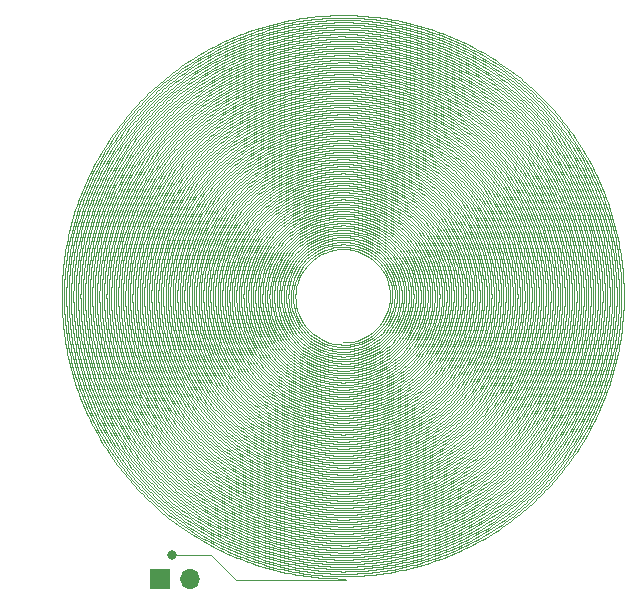
<source format=gbr>
%TF.GenerationSoftware,KiCad,Pcbnew,(7.0.0)*%
%TF.CreationDate,2023-03-14T23:56:54+08:00*%
%TF.ProjectId,U-core,552d636f-7265-42e6-9b69-6361645f7063,rev?*%
%TF.SameCoordinates,Original*%
%TF.FileFunction,Copper,L3,Inr*%
%TF.FilePolarity,Positive*%
%FSLAX46Y46*%
G04 Gerber Fmt 4.6, Leading zero omitted, Abs format (unit mm)*
G04 Created by KiCad (PCBNEW (7.0.0)) date 2023-03-14 23:56:54*
%MOMM*%
%LPD*%
G01*
G04 APERTURE LIST*
%TA.AperFunction,ComponentPad*%
%ADD10R,1.700000X1.700000*%
%TD*%
%TA.AperFunction,ComponentPad*%
%ADD11O,1.700000X1.700000*%
%TD*%
%TA.AperFunction,ViaPad*%
%ADD12C,0.800000*%
%TD*%
%TA.AperFunction,ViaPad*%
%ADD13C,0.150000*%
%TD*%
%TA.AperFunction,Conductor*%
%ADD14C,0.100000*%
%TD*%
G04 APERTURE END LIST*
D10*
%TO.N,/coil*%
%TO.C,J1*%
X112159999Y-123899999D03*
D11*
X114699999Y-123899999D03*
%TD*%
D12*
%TO.N,/coil*%
X113200000Y-121900000D03*
D13*
X100000000Y-103900000D03*
X127700000Y-103900000D03*
%TD*%
D14*
%TO.N,/coil*%
X116028134Y-83489419D02*
X115762003Y-83680172D01*
X141355761Y-89590666D02*
X141154343Y-89330623D01*
X134429779Y-83967845D02*
X134125402Y-83842801D01*
X125385506Y-85174649D02*
X125057980Y-85228785D01*
X132539688Y-103071359D02*
X132724743Y-102762376D01*
X125868946Y-95334549D02*
X125524383Y-95482285D01*
X145451129Y-87747280D02*
X145264440Y-87480299D01*
X120119097Y-95090657D02*
X119935571Y-95384006D01*
X118065670Y-90365670D02*
X117831568Y-90604471D01*
X119331876Y-89506705D02*
X119072362Y-89717981D01*
X140632241Y-93299053D02*
X140476991Y-93006062D01*
X114883880Y-94781878D02*
X114760814Y-95092814D01*
X121572936Y-86075188D02*
X121270333Y-86211534D01*
X128032469Y-112696481D02*
X128364754Y-112684259D01*
X131941698Y-112193975D02*
X132254550Y-112081485D01*
X145050000Y-100000000D02*
X145047495Y-99671655D01*
X122825037Y-120727073D02*
X123144693Y-120800165D01*
X113078455Y-113460080D02*
X113302621Y-113700355D01*
X121545185Y-115941370D02*
X121855256Y-116058303D01*
X107652163Y-100328061D02*
X107659694Y-100656052D01*
X149296492Y-94213238D02*
X149210491Y-93899626D01*
X131387267Y-95293551D02*
X131097464Y-95077923D01*
X111983659Y-82902192D02*
X111745110Y-83123963D01*
X117562024Y-92468082D02*
X117364420Y-92740143D01*
X145254466Y-110260518D02*
X145417110Y-109978090D01*
X135015791Y-85787498D02*
X134720789Y-85638747D01*
X121595512Y-108518803D02*
X121876929Y-108714841D01*
X105891010Y-98693393D02*
X105873429Y-99019768D01*
X125878815Y-95117214D02*
X125534177Y-95257510D01*
X132226599Y-77660354D02*
X131907223Y-77597548D01*
X144610746Y-111642197D02*
X144793752Y-111372706D01*
X116191503Y-89429411D02*
X115969224Y-89675618D01*
X122816777Y-119283412D02*
X123136154Y-119362027D01*
X125231998Y-94516325D02*
X124904511Y-94673641D01*
X110511102Y-83501410D02*
X110287039Y-83737429D01*
X137250605Y-103955990D02*
X137375902Y-103641752D01*
X130065843Y-90291721D02*
X129733233Y-90215544D01*
X118622411Y-106679417D02*
X118827534Y-106951133D01*
X120650000Y-100000000D02*
X120657438Y-100357158D01*
X134103600Y-98590461D02*
X134019559Y-98245383D01*
X125368171Y-114508738D02*
X125698942Y-114558776D01*
X135711697Y-97614814D02*
X135607530Y-97285342D01*
X131580797Y-120135489D02*
X131899881Y-120071877D01*
X119443021Y-115184334D02*
X119735109Y-115340251D01*
X137111634Y-118901110D02*
X137401808Y-118754371D01*
X125081037Y-120731229D02*
X125406937Y-120770305D01*
X126655247Y-92064310D02*
X126309850Y-92116067D01*
X107549889Y-110376969D02*
X107701113Y-110666480D01*
X128025995Y-78002887D02*
X127700000Y-78000000D01*
X147799533Y-91146116D02*
X147666556Y-90849051D01*
X111678873Y-100994667D02*
X111702196Y-101325616D01*
X113808719Y-82655630D02*
X113555307Y-82861060D01*
X119184084Y-95083333D02*
X119016701Y-95383008D01*
X133252558Y-102105807D02*
X133371409Y-101767283D01*
X106480344Y-94821600D02*
X106404789Y-95139507D01*
X118845411Y-115996798D02*
X119135394Y-116154561D01*
X113773460Y-111829310D02*
X113988866Y-112079194D01*
X111054901Y-112255527D02*
X111251040Y-112518380D01*
X144448551Y-92973787D02*
X144319494Y-92672319D01*
X141104502Y-95435177D02*
X140994507Y-95121938D01*
X140399888Y-112931282D02*
X140631692Y-112700291D01*
X129693282Y-86349379D02*
X129362943Y-86304436D01*
X131986766Y-93505828D02*
X131691822Y-93318816D01*
X116455014Y-96986915D02*
X116371235Y-97315033D01*
X136768318Y-85170369D02*
X136486361Y-85000895D01*
X141342060Y-118666353D02*
X141602773Y-118473550D01*
X137441101Y-121400938D02*
X137735236Y-121265086D01*
X129010463Y-116651012D02*
X129337193Y-116622695D01*
X128348431Y-122491572D02*
X128672497Y-122480351D01*
X116851594Y-115939517D02*
X117125013Y-116122864D01*
X108619891Y-93249174D02*
X108512587Y-93558860D01*
X127331343Y-94610420D02*
X126964108Y-94645989D01*
X124702094Y-113565771D02*
X125030621Y-113635006D01*
X121238024Y-116680283D02*
X121547158Y-116797397D01*
X126002556Y-89936838D02*
X125667032Y-89998136D01*
X137573879Y-86185685D02*
X137304494Y-85996306D01*
X127371065Y-82202451D02*
X127042220Y-82210981D01*
X149507557Y-108857464D02*
X149627938Y-108556308D01*
X124861691Y-96353340D02*
X124568464Y-96598245D01*
X140256165Y-96060478D02*
X140153100Y-95743400D01*
X129409280Y-90966237D02*
X129070479Y-90907465D01*
X120432307Y-89198557D02*
X120156127Y-89388598D01*
X107452140Y-100327918D02*
X107459589Y-100655767D01*
X141901552Y-87418523D02*
X141682677Y-87174898D01*
X147598055Y-108242044D02*
X147720714Y-107940757D01*
X123773252Y-118685257D02*
X124096253Y-118750791D01*
X113499223Y-103632359D02*
X113584889Y-103954869D01*
X130641712Y-115631528D02*
X130964274Y-115568037D01*
X124119423Y-122815797D02*
X124442581Y-122864626D01*
X126340305Y-111415536D02*
X126679099Y-111451754D01*
X111188802Y-93250037D02*
X111066341Y-93556086D01*
X114590400Y-108209231D02*
X114769492Y-108489774D01*
X149377427Y-104519057D02*
X149441889Y-104200438D01*
X110815815Y-112267078D02*
X111010181Y-112531070D01*
X142769103Y-97044682D02*
X142702697Y-96720991D01*
X126642853Y-92873292D02*
X126294130Y-92932216D01*
X115383919Y-117842923D02*
X115654543Y-118027301D01*
X114962572Y-115520601D02*
X115217898Y-115727337D01*
X136697934Y-108997934D02*
X136930993Y-108759886D01*
X146926510Y-91154402D02*
X146788455Y-90859163D01*
X123777822Y-83451029D02*
X123457499Y-83529600D01*
X110779240Y-111158059D02*
X110961716Y-111430886D01*
X148474608Y-106408118D02*
X148568602Y-106096759D01*
X142163584Y-107591074D02*
X142314086Y-107298567D01*
X120034662Y-78727945D02*
X119728756Y-78840185D01*
X116357045Y-93580322D02*
X116194788Y-93874123D01*
X117650975Y-80637105D02*
X117362217Y-80789179D01*
X116578800Y-95393448D02*
X116453144Y-95706850D01*
X121237746Y-114950119D02*
X121543806Y-115079430D01*
X125291430Y-92360992D02*
X124960039Y-92472018D01*
X137360903Y-94812204D02*
X137197412Y-94516667D01*
X125789880Y-103836038D02*
X126150911Y-103998660D01*
X144191790Y-115344320D02*
X144411537Y-115105380D01*
X146978360Y-101631966D02*
X147003710Y-101306168D01*
X120360312Y-84650345D02*
X120063765Y-84795006D01*
X144143267Y-106101199D02*
X144255039Y-105792859D01*
X106871648Y-100982240D02*
X106889147Y-101309308D01*
X137568831Y-114474916D02*
X137838114Y-114288335D01*
X125706945Y-86138001D02*
X125377501Y-86188609D01*
X126036130Y-86296799D02*
X125705384Y-86340245D01*
X113041489Y-116508088D02*
X113287412Y-116723847D01*
X114332631Y-95095203D02*
X114220617Y-95409676D01*
X120858147Y-92674164D02*
X120611255Y-92911255D01*
X129418939Y-91580081D02*
X129078714Y-91516430D01*
X142866241Y-114706171D02*
X143091266Y-114471212D01*
X133484049Y-115678350D02*
X133790985Y-115562348D01*
X104518801Y-103572509D02*
X104570264Y-103894466D01*
X138586083Y-93329000D02*
X138408425Y-93045867D01*
X138305078Y-120313641D02*
X138591685Y-120161932D01*
X143348667Y-117024186D02*
X143586191Y-116803371D01*
X132253754Y-94451234D02*
X131976935Y-94233221D01*
X131933427Y-82718625D02*
X131613493Y-82642773D01*
X141496394Y-106696316D02*
X141637901Y-106398207D01*
X115582454Y-114213203D02*
X115834826Y-114425279D01*
X123129558Y-118331042D02*
X123450050Y-118408557D01*
X140736730Y-88822320D02*
X140520686Y-88574248D01*
X117306986Y-120613314D02*
X117599525Y-120758725D01*
X112415435Y-117820549D02*
X112664341Y-118031629D01*
X141117414Y-87742293D02*
X140894342Y-87501655D01*
X135027438Y-84675962D02*
X134729163Y-84536193D01*
X123386876Y-111078169D02*
X123704678Y-111197673D01*
X141377675Y-85167474D02*
X141136041Y-84947551D01*
X143830222Y-105793280D02*
X143938810Y-105483439D01*
X142511571Y-84036923D02*
X142271434Y-83816783D01*
X130622447Y-77593913D02*
X130299314Y-77553671D01*
X138049440Y-102015553D02*
X138109731Y-101682965D01*
X130985173Y-84756743D02*
X130661017Y-84689785D01*
X112429671Y-97682364D02*
X112382661Y-98011370D01*
X107433380Y-95134415D02*
X107358967Y-95453240D01*
X106252009Y-100327117D02*
X106259006Y-100654172D01*
X142420140Y-109884944D02*
X142600783Y-109611563D01*
X134152349Y-106452349D02*
X134389971Y-106207386D01*
X123999159Y-109384689D02*
X124321356Y-109506593D01*
X118901809Y-108559012D02*
X119140376Y-108798820D01*
X131917673Y-79843096D02*
X131597429Y-79778220D01*
X107032661Y-92941255D02*
X106928926Y-93251069D01*
X117632700Y-91115555D02*
X117413725Y-91368791D01*
X142956430Y-81761953D02*
X142706174Y-81554935D01*
X132632666Y-101448361D02*
X132725644Y-101093262D01*
X135627588Y-84079258D02*
X135332289Y-83934952D01*
X135248412Y-112633914D02*
X135530372Y-112461966D01*
X131895661Y-121093013D02*
X132213856Y-121027710D01*
X147849494Y-107025986D02*
X147954757Y-106718045D01*
X122184232Y-119527176D02*
X122501028Y-119614431D01*
X142314086Y-107298567D02*
X142458674Y-107003078D01*
X113489831Y-107053989D02*
X113640085Y-107350346D01*
X104484794Y-101303738D02*
X104504916Y-101629223D01*
X132534844Y-119929499D02*
X132850563Y-119850770D01*
X130177350Y-95218931D02*
X129846169Y-95059023D01*
X114598920Y-82301001D02*
X114337803Y-82496705D01*
X119308822Y-97931760D02*
X119231092Y-98271060D01*
X139355661Y-117370730D02*
X139624680Y-117187769D01*
X140844974Y-100333105D02*
X140850000Y-100000000D01*
X131268281Y-118566256D02*
X131588328Y-118502437D01*
X129682193Y-84732245D02*
X129353305Y-84692449D01*
X128037527Y-110095423D02*
X128374748Y-110079568D01*
X116578178Y-83355018D02*
X116307030Y-83538790D01*
X110444854Y-102632611D02*
X110497170Y-102958780D01*
X129331357Y-118229993D02*
X129656545Y-118198536D01*
X130665775Y-85302583D02*
X130340036Y-85239877D01*
X146282462Y-93893456D02*
X146178330Y-93583624D01*
X123158984Y-80104507D02*
X122840563Y-80179350D01*
X111327447Y-87780846D02*
X111133289Y-88044534D01*
X123802395Y-79358822D02*
X123481759Y-79421448D01*
X144275265Y-94200064D02*
X144164473Y-93890932D01*
X133351845Y-106379615D02*
X133605031Y-106147789D01*
X109192709Y-87682888D02*
X109013498Y-87955645D01*
X122790108Y-90814239D02*
X122491667Y-90978902D01*
X110336722Y-107370274D02*
X110467488Y-107672409D01*
X142386732Y-82328411D02*
X142135477Y-82122000D01*
X123146374Y-82370552D02*
X122828678Y-82455084D01*
X125684790Y-112939092D02*
X126018508Y-112987503D01*
X108300233Y-113207735D02*
X108485338Y-113476377D01*
X111531229Y-101654954D02*
X111567707Y-101984508D01*
X117033492Y-109484091D02*
X117258209Y-109732043D01*
X111973704Y-91173975D02*
X111814616Y-91462398D01*
X137143098Y-81035702D02*
X136850152Y-80892091D01*
X110101538Y-97045740D02*
X110049369Y-97371358D01*
X133957278Y-93016462D02*
X133698794Y-92791699D01*
X118258333Y-116353446D02*
X118544909Y-116516221D01*
X131296679Y-113848657D02*
X131615795Y-113762593D01*
X123713046Y-90597618D02*
X123400644Y-90735128D01*
X123696305Y-94979525D02*
X123419913Y-95210581D01*
X115091095Y-88558029D02*
X114871126Y-88804278D01*
X131325001Y-86900928D02*
X131002632Y-86815153D01*
X128357022Y-81813013D02*
X128028575Y-81803541D01*
X131250379Y-122830500D02*
X131570291Y-122778902D01*
X130718233Y-107958427D02*
X131036741Y-107831620D01*
X123298714Y-97171466D02*
X123106148Y-97491567D01*
X125063993Y-117700085D02*
X125391445Y-117746357D01*
X142655962Y-108761088D02*
X142819606Y-108476786D01*
X148433815Y-95792740D02*
X148367046Y-95473847D01*
X116937605Y-114025826D02*
X117201401Y-114225097D01*
X106104819Y-89910044D02*
X105968622Y-90205768D01*
X116999555Y-86506480D02*
X116742664Y-86713451D01*
X137763654Y-98646570D02*
X137713858Y-98310872D01*
X107669234Y-105819475D02*
X107762636Y-106133534D01*
X135875848Y-86500071D02*
X135591667Y-86331232D01*
X132896999Y-86368684D02*
X132585602Y-86253233D01*
X143851898Y-111331807D02*
X144037486Y-111063498D01*
X120481587Y-90638996D02*
X120216642Y-90848239D01*
X130040541Y-110038034D02*
X130367993Y-109957085D01*
X130000369Y-114523957D02*
X130325807Y-114469387D01*
X106459099Y-100654425D02*
X106471205Y-100981466D01*
X111869456Y-84400164D02*
X111641821Y-84633911D01*
X119506194Y-86470418D02*
X119224292Y-86644421D01*
X135650000Y-100000000D02*
X135643821Y-99653165D01*
X142250116Y-84067738D02*
X142008147Y-83849441D01*
X147557433Y-108841099D02*
X147687907Y-108543241D01*
X141797972Y-86133227D02*
X141567142Y-85901652D01*
X112923587Y-92359677D02*
X112774034Y-92654695D01*
X149648062Y-99674732D02*
X149641303Y-99349520D01*
X129327370Y-77661514D02*
X129002336Y-77639746D01*
X115277478Y-96034293D02*
X115178701Y-96355232D01*
X105089452Y-98695194D02*
X105072539Y-99021139D01*
X122799719Y-116581944D02*
X123118082Y-116673354D01*
X129346278Y-114611118D02*
X129673804Y-114571208D01*
X150765414Y-101945545D02*
X150790877Y-101621903D01*
X143338537Y-83441673D02*
X143100805Y-83219716D01*
X116099128Y-84926394D02*
X115840333Y-85128448D01*
X113848752Y-86380749D02*
X113620316Y-86616262D01*
X135076680Y-92144634D02*
X134826958Y-91916053D01*
X118310158Y-98966824D02*
X118277529Y-99310364D01*
X128994659Y-123466067D02*
X129317893Y-123446439D01*
X120838837Y-103416453D02*
X121002657Y-103730396D01*
X143326134Y-116772833D02*
X143562231Y-116550356D01*
X136496727Y-84544531D02*
X136209906Y-84384100D01*
X117850000Y-100000000D02*
X117854890Y-100343799D01*
X131578196Y-120746515D02*
X131897316Y-120684813D01*
X143870065Y-87283720D02*
X143666666Y-87028449D01*
X139664695Y-118125739D02*
X139934775Y-117945119D01*
X123747963Y-98468973D02*
X123620728Y-98839347D01*
X141664803Y-81000200D02*
X141401944Y-80809233D01*
X129012511Y-116049017D02*
X129339681Y-116019551D01*
X129730426Y-90010646D02*
X129395675Y-89947328D01*
X132619044Y-97863358D02*
X132463697Y-97531651D01*
X120910838Y-103100507D02*
X121064709Y-103420730D01*
X132260490Y-108351913D02*
X132556263Y-108184795D01*
X136228212Y-83262442D02*
X135935046Y-83115655D01*
X124266169Y-106424245D02*
X124584860Y-106586409D01*
X120024799Y-116155373D02*
X120324401Y-116294980D01*
X122212545Y-79100216D02*
X121897388Y-79185015D01*
X111310281Y-102964679D02*
X111371844Y-103290081D01*
X133771109Y-90609966D02*
X133485230Y-90430061D01*
X107964186Y-106757079D02*
X108072286Y-107066412D01*
X132257965Y-111221956D02*
X132565800Y-111092907D01*
X118631356Y-90931356D02*
X118396469Y-91171279D01*
X122525261Y-79845722D02*
X122209198Y-79929007D01*
X135376754Y-108859446D02*
X135627229Y-108637285D01*
X121183806Y-106023508D02*
X121424427Y-106275573D01*
X139835481Y-96056943D02*
X139728891Y-95740346D01*
X150863551Y-102913153D02*
X150902247Y-102590938D01*
X129673804Y-114571208D02*
X130000369Y-114523957D01*
X115875407Y-102352058D02*
X115945155Y-102682967D01*
X133791674Y-116417596D02*
X134097817Y-116301372D01*
X139786947Y-85368834D02*
X139532946Y-85161955D01*
X136067871Y-104569203D02*
X136226641Y-104268132D01*
X143425190Y-113195001D02*
X143632954Y-112944163D01*
X144451307Y-97380143D02*
X144397963Y-97055699D01*
X118019214Y-104932607D02*
X118178052Y-105234735D01*
X137795849Y-101015652D02*
X137825211Y-100677803D01*
X115203586Y-115970975D02*
X115463532Y-116171647D01*
X126320193Y-109596769D02*
X126663482Y-109641032D01*
X127027160Y-113481633D02*
X127363455Y-113495011D01*
X145058457Y-104538095D02*
X145139011Y-104220439D01*
X106880845Y-91111602D02*
X106754496Y-91412365D01*
X144816754Y-116429343D02*
X145039878Y-116194315D01*
X113481137Y-95100143D02*
X113375551Y-95415678D01*
X127700000Y-121900000D02*
X128024528Y-121898067D01*
X147236405Y-97071091D02*
X147185827Y-96748391D01*
X146447700Y-99672758D02*
X146439688Y-99345596D01*
X142444784Y-104235630D02*
X142533167Y-103917574D01*
X134389734Y-104261831D02*
X134570468Y-103966667D01*
X136515651Y-109989347D02*
X136762492Y-109767044D01*
X134129142Y-97911045D02*
X134012560Y-97576835D01*
X118863110Y-83162713D02*
X118573541Y-83317270D01*
X112218050Y-87294292D02*
X112011827Y-87548981D01*
X121554006Y-111095406D02*
X121851159Y-111255835D01*
X109683093Y-112038512D02*
X109866573Y-112309526D01*
X136733289Y-90966711D02*
X136494303Y-90732738D01*
X149646069Y-105151853D02*
X149718479Y-104835163D01*
X142738253Y-89803812D02*
X142552188Y-89533640D01*
X148464188Y-109742188D02*
X148600380Y-109447567D01*
X135303698Y-116220158D02*
X135598932Y-116079100D01*
X126716891Y-80823553D02*
X126389597Y-80842591D01*
X132532857Y-98896932D02*
X132439186Y-98538155D01*
X115429197Y-82443838D02*
X115162611Y-82632614D01*
X124670986Y-111085119D02*
X125000583Y-111170927D01*
X124851325Y-104684447D02*
X125176643Y-104869857D01*
X134471647Y-96628120D02*
X134309981Y-96318265D01*
X148829793Y-104202977D02*
X148891334Y-103883456D01*
X112492654Y-93253393D02*
X112360939Y-93556837D01*
X143007037Y-84232440D02*
X142772032Y-84007003D01*
X132529558Y-121368091D02*
X132845777Y-121294638D01*
X125731000Y-120201175D02*
X126058336Y-120230924D01*
X123777307Y-119298991D02*
X124100241Y-119362366D01*
X123955886Y-106246677D02*
X124266169Y-106424245D01*
X131279312Y-80328716D02*
X130957061Y-80272272D01*
X125737008Y-80696326D02*
X125411196Y-80731699D01*
X136910069Y-91737278D02*
X136683568Y-91490312D01*
X116221519Y-102023966D02*
X116284334Y-102357145D01*
X148030811Y-110614042D02*
X148179375Y-110325484D01*
X130351659Y-111403023D02*
X130676434Y-111323531D01*
X118674123Y-100692957D02*
X118706077Y-101038305D01*
X123477455Y-80239411D02*
X123157908Y-80309876D01*
X119958402Y-105795287D02*
X120169298Y-106068624D01*
X120660760Y-84730708D02*
X120362051Y-84871295D01*
X106718041Y-106129876D02*
X106811634Y-106443208D01*
X138810102Y-83151965D02*
X138536101Y-82973833D01*
X129000351Y-76637931D02*
X128675502Y-76621671D01*
X138137559Y-114811317D02*
X138403603Y-114620925D01*
X138079023Y-113615996D02*
X138338310Y-113415167D01*
X143725858Y-96728298D02*
X143657351Y-96406107D01*
X142233132Y-107884612D02*
X142387584Y-107594393D01*
X112261310Y-114048127D02*
X112483509Y-114289236D01*
X122214194Y-78686652D02*
X121898844Y-78769827D01*
X123749491Y-96576864D02*
X123513533Y-96866050D01*
X141637901Y-106398207D02*
X141772968Y-106097109D01*
X115321026Y-119481758D02*
X115597713Y-119655364D01*
X127363013Y-88203903D02*
X127026248Y-88217429D01*
X125716396Y-117182222D02*
X126045825Y-117217672D01*
X118789755Y-94200073D02*
X118607564Y-94488112D01*
X139645344Y-117658019D02*
X139913515Y-117474199D01*
X122929245Y-95996862D02*
X122703070Y-96279923D01*
X109898493Y-97047040D02*
X109846954Y-97372576D01*
X132738969Y-98903839D02*
X132650111Y-98546516D01*
X129877141Y-103258322D02*
X130188011Y-103031650D01*
X130942512Y-77032218D02*
X130620137Y-76988560D01*
X133052839Y-101434289D02*
X133137228Y-101081532D01*
X105712851Y-98367893D02*
X105690609Y-98693856D01*
X134582640Y-91446917D02*
X134316574Y-91238240D01*
X108947635Y-105194807D02*
X109037532Y-105510936D01*
X148776596Y-95475650D02*
X148706328Y-95157733D01*
X135743058Y-110618311D02*
X136005775Y-110415112D01*
X111901030Y-113018941D02*
X112111336Y-113270823D01*
X148168819Y-93897225D02*
X148073835Y-93585642D01*
X119714012Y-117774982D02*
X120015149Y-117907820D01*
X120037427Y-80220618D02*
X119733562Y-80340508D01*
X122797949Y-92430357D02*
X122510906Y-92622676D01*
X147188889Y-91751061D02*
X147059998Y-91451725D01*
X146642080Y-89690580D02*
X146484633Y-89405433D01*
X139028183Y-100672269D02*
X139044073Y-100336310D01*
X135616981Y-100692646D02*
X135641046Y-100346714D01*
X130421836Y-106571093D02*
X130741654Y-106431036D01*
X125015036Y-89324627D02*
X124687292Y-89411431D01*
X137496008Y-109326575D02*
X137722522Y-109083884D01*
X134123205Y-79387209D02*
X133811289Y-79292088D01*
X120319552Y-117602738D02*
X120624282Y-117728017D01*
X129662400Y-116789407D02*
X129987684Y-116748808D01*
X137557100Y-90378275D02*
X137322263Y-90142349D01*
X121543876Y-113333700D02*
X121848701Y-113471043D01*
X143108075Y-117241644D02*
X143348667Y-117024186D01*
X139959274Y-82239375D02*
X139689900Y-82055846D01*
X117864727Y-111951503D02*
X118123729Y-112160891D01*
X113254590Y-99666252D02*
X113250000Y-100000000D01*
X115786255Y-84159673D02*
X115525657Y-84358404D01*
X121896659Y-79392834D02*
X121582939Y-79483265D01*
X111667800Y-105835244D02*
X111783392Y-106145255D01*
X133125246Y-93355280D02*
X132854061Y-93141191D01*
X126358753Y-113832047D02*
X126693323Y-113861185D01*
X123130912Y-118537520D02*
X123451440Y-118614159D01*
X140207456Y-101001113D02*
X140230520Y-100667848D01*
X115525657Y-84358404D02*
X115268374Y-84561423D01*
X112172042Y-114833303D02*
X112399707Y-115068718D01*
X125069047Y-118509457D02*
X125396051Y-118553565D01*
X112550828Y-83467580D02*
X112311667Y-83689320D01*
X123774887Y-83862909D02*
X123454661Y-83943527D01*
X121838355Y-96892352D02*
X121677142Y-97213529D01*
X130661017Y-84689785D02*
X130335499Y-84629719D01*
X107350327Y-93250474D02*
X107249301Y-93561443D01*
X127700000Y-76600000D02*
X127374724Y-76601818D01*
X118000041Y-115260035D02*
X118280066Y-115435147D01*
X112110947Y-86492009D02*
X111898205Y-86740720D01*
X131282908Y-115908573D02*
X131602686Y-115833820D01*
X111786962Y-108552465D02*
X111945312Y-108841959D01*
X113219445Y-92658960D02*
X113072127Y-92955588D01*
X140084320Y-115604133D02*
X140338304Y-115399818D01*
X127031578Y-114883570D02*
X127365689Y-114895535D01*
X123961017Y-106712760D02*
X124274370Y-106879593D01*
X116752858Y-119179172D02*
X117038035Y-119339697D01*
X149865855Y-94845551D02*
X149790433Y-94529451D01*
X126069598Y-78659764D02*
X125744307Y-78686625D01*
X116817857Y-116877692D02*
X117095187Y-117053926D01*
X114306151Y-102664202D02*
X114374806Y-102992272D01*
X140487947Y-88839995D02*
X140269592Y-88593704D01*
X135927402Y-91297594D02*
X135680690Y-91069604D01*
X107252718Y-105817753D02*
X107344263Y-106132080D01*
X122185258Y-119735301D02*
X122502152Y-119821648D01*
X145011765Y-84295828D02*
X144792121Y-84056403D01*
X109754069Y-86880842D02*
X109563035Y-87145428D01*
X128387157Y-108073513D02*
X128729359Y-108038415D01*
X131620131Y-83671478D02*
X131298920Y-83597048D01*
X139365155Y-107245718D02*
X139537496Y-106962119D01*
X134960216Y-88758986D02*
X134678127Y-88580801D01*
X116862944Y-96336234D02*
X116758231Y-96658705D01*
X141057919Y-96707569D02*
X140975203Y-96385551D01*
X116786738Y-106430577D02*
X116961073Y-106719264D01*
X123704678Y-111197673D02*
X124025788Y-111308062D01*
X138265482Y-97984527D02*
X138197937Y-97653433D01*
X150829145Y-96763981D02*
X150782366Y-96442722D01*
X144985323Y-109100396D02*
X145135450Y-108810531D01*
X132890107Y-84453731D02*
X132576189Y-84351758D01*
X126390166Y-80642113D02*
X126063363Y-80666461D01*
X125589567Y-107187475D02*
X125933594Y-107281225D01*
X111515511Y-88889977D02*
X111331680Y-89161674D01*
X120031851Y-97582242D02*
X119932346Y-97918664D01*
X150630671Y-99025917D02*
X150615041Y-98701501D01*
X126711938Y-119273059D02*
X127041114Y-119287662D01*
X140345053Y-98335247D02*
X140297965Y-98004678D01*
X126695208Y-114262411D02*
X127029797Y-114282792D01*
X138464981Y-93913743D02*
X138296960Y-93624021D01*
X115089156Y-113775874D02*
X115333872Y-113996712D01*
X107669278Y-97059795D02*
X107623782Y-97384473D01*
X121555850Y-119547431D02*
X121869797Y-119643887D01*
X136817447Y-110522095D02*
X137065777Y-110302702D01*
X135927735Y-93686637D02*
X135717568Y-93420152D01*
X120960634Y-79047270D02*
X120650740Y-79148989D01*
X134715953Y-119698776D02*
X135021629Y-119587747D01*
X113416134Y-107352525D02*
X113570560Y-107646471D01*
X126178535Y-96072646D02*
X125821344Y-96227150D01*
X136996878Y-114135216D02*
X137269580Y-113952788D01*
X119701974Y-121018108D02*
X120008347Y-121132643D01*
X118193999Y-108074470D02*
X118415495Y-108329501D01*
X134742497Y-78325422D02*
X134432412Y-78226634D01*
X107418794Y-104869087D02*
X107497292Y-105187174D01*
X147003600Y-106409237D02*
X147104334Y-106099171D01*
X114014335Y-108795243D02*
X114196053Y-109072943D01*
X129670376Y-115176738D02*
X129996567Y-115131507D01*
X124337977Y-110568314D02*
X124664755Y-110667778D01*
X142050000Y-100000000D02*
X142046907Y-99668528D01*
X131667483Y-89538607D02*
X131350021Y-89422640D01*
X113643628Y-112892697D02*
X113867860Y-113133776D01*
X135959871Y-80271987D02*
X135658241Y-80147868D01*
X143370578Y-117274732D02*
X143609492Y-117055559D01*
X139390416Y-82577474D02*
X139118320Y-82397358D01*
X139147218Y-86926167D02*
X138898145Y-86711419D01*
X107647797Y-107066124D02*
X107758529Y-107374247D01*
X124667914Y-110876624D02*
X124997574Y-110964174D01*
X107912662Y-103266903D02*
X107968251Y-103590314D01*
X126027096Y-87507275D02*
X125694991Y-87555399D01*
X122198942Y-82431451D02*
X121886058Y-82531899D01*
X130937316Y-120855135D02*
X131258170Y-120803293D01*
X114021951Y-111812389D02*
X114239542Y-112060624D01*
X130635619Y-116648722D02*
X130958027Y-116589272D01*
X107289569Y-95773203D02*
X107225205Y-96094224D01*
X138259883Y-90849810D02*
X138039699Y-90600590D01*
X127700000Y-119300000D02*
X128025976Y-119297785D01*
X110849894Y-102635308D02*
X110903557Y-102961666D01*
X119501866Y-112419642D02*
X119782223Y-112601070D01*
X138144854Y-105772667D02*
X138303440Y-105477867D01*
X132875981Y-81104612D02*
X132559652Y-81020246D01*
X113675973Y-119080376D02*
X113939948Y-119272152D01*
X127700000Y-81200000D02*
X127371885Y-81202308D01*
X148964927Y-94526657D02*
X148881941Y-94212024D01*
X116038305Y-115603157D02*
X116303183Y-115798327D01*
X140958875Y-103610004D02*
X141042981Y-103288749D01*
X140427998Y-116854593D02*
X140686340Y-116656978D01*
X110350159Y-86104338D02*
X110147674Y-86360241D01*
X120384517Y-86886271D02*
X120095847Y-87050707D01*
X115622861Y-95088333D02*
X115499633Y-95400633D01*
X127349990Y-92206427D02*
X127000557Y-92228555D01*
X142408412Y-103599126D02*
X142484105Y-103277557D01*
X143409698Y-110201997D02*
X143585825Y-109926565D01*
X132980435Y-104785907D02*
X133210115Y-104522035D01*
X124295059Y-93865471D02*
X123987867Y-94044434D01*
X114109991Y-83183141D02*
X113857244Y-83389943D01*
X130961701Y-115976868D02*
X131282908Y-115908573D01*
X108023939Y-89644850D02*
X107873631Y-89934595D01*
X142717221Y-109048756D02*
X142884312Y-108766667D01*
X134715601Y-119486582D02*
X135020994Y-119374449D01*
X105606981Y-97393340D02*
X105570632Y-97717895D01*
X143695381Y-109360837D02*
X143858585Y-109077360D01*
X120674164Y-111271912D02*
X120961557Y-111446973D01*
X127369983Y-118696526D02*
X127700000Y-118700000D01*
X121572754Y-84130036D02*
X121265933Y-84251264D01*
X125988507Y-90954540D02*
X125651218Y-91023699D01*
X125747469Y-77682472D02*
X125423045Y-77712769D01*
X131581691Y-119931660D02*
X131900759Y-119867384D01*
X122475826Y-107427198D02*
X122763479Y-107622871D01*
X117724997Y-105235285D02*
X117886832Y-105534644D01*
X129125662Y-105320641D02*
X129471265Y-105217980D01*
X140026856Y-102324274D02*
X140085198Y-101995438D01*
X147017106Y-86848543D02*
X146832791Y-86581044D01*
X127042681Y-120288324D02*
X127371289Y-120296823D01*
X125333708Y-90070618D02*
X125002958Y-90154206D01*
X105168342Y-97719336D02*
X105137359Y-98044226D01*
X108069632Y-110075567D02*
X108220674Y-110365571D01*
X149503563Y-94213845D02*
X149418360Y-93900122D01*
X113503724Y-107940788D02*
X113668099Y-108229048D01*
X127700000Y-105500000D02*
X128059853Y-105490303D01*
X135185931Y-110529899D02*
X135455064Y-110334316D01*
X131253354Y-122020237D02*
X131573319Y-121966684D01*
X113196830Y-114735132D02*
X113432094Y-114963750D01*
X142833834Y-107600497D02*
X142978929Y-107305869D01*
X125406937Y-120770305D02*
X125733419Y-120804258D01*
X120644583Y-106321682D02*
X120879333Y-106575949D01*
X138572665Y-81820396D02*
X138291667Y-81654695D01*
X120013549Y-118341916D02*
X120317668Y-118466985D01*
X143773665Y-107012868D02*
X143902537Y-106711311D01*
X119789158Y-94507404D02*
X119597199Y-94792646D01*
X124122303Y-123423523D02*
X124445323Y-123471029D01*
X117736468Y-97625570D02*
X117661648Y-97959615D01*
X146048055Y-106716752D02*
X146158231Y-106409396D01*
X127331807Y-106086951D02*
X127700000Y-106100000D01*
X110747211Y-89707468D02*
X110578898Y-89988905D01*
X126382421Y-119052297D02*
X126711443Y-119072750D01*
X116526555Y-117165413D02*
X116802843Y-117342726D01*
X131329037Y-96900509D02*
X131076435Y-96623565D01*
X113709060Y-87402501D02*
X113490915Y-87648231D01*
X107204065Y-111833333D02*
X107368680Y-112114837D01*
X135941308Y-98624769D02*
X135878725Y-98285102D01*
X103903431Y-101627730D02*
X103927450Y-101952643D01*
X138252183Y-118060046D02*
X138532030Y-117894180D01*
X105913471Y-98367325D02*
X105891010Y-98693393D01*
X111939085Y-112748857D02*
X112147200Y-113002733D01*
X116737567Y-119859165D02*
X117024669Y-120015481D01*
X128679021Y-78824090D02*
X128352825Y-78811035D01*
X111148591Y-111700729D02*
X111339816Y-111967517D01*
X104656660Y-93881746D02*
X104574821Y-94196953D01*
X142860312Y-92386205D02*
X142710366Y-92093370D01*
X127374724Y-76601818D02*
X127049499Y-76608158D01*
X108052212Y-100328357D02*
X108059910Y-100656640D01*
X117267972Y-103676105D02*
X117385212Y-103995970D01*
X134088777Y-113917359D02*
X134387044Y-113777292D01*
X131275180Y-79515144D02*
X130953055Y-79461021D01*
X127307625Y-96016151D02*
X126918419Y-96070729D01*
X141176978Y-87218358D02*
X140949703Y-86982106D01*
X128377049Y-89022820D02*
X128038715Y-89006197D01*
X136661543Y-112670776D02*
X136928868Y-112478253D01*
X139196230Y-114265952D02*
X139449397Y-114058919D01*
X116303183Y-115798327D02*
X116571327Y-115989001D01*
X117215038Y-85344708D02*
X116948775Y-85538184D01*
X115920658Y-96669119D02*
X115832500Y-96994741D01*
X134718745Y-98603885D02*
X134643302Y-98260793D01*
X141245138Y-100332514D02*
X141250000Y-100000000D01*
X125990446Y-110354616D02*
X126330019Y-110406040D01*
X144874805Y-85352720D02*
X144662292Y-85106441D01*
X143245821Y-100330040D02*
X143250000Y-100000000D01*
X129041567Y-110619596D02*
X129374631Y-110573204D01*
X150840001Y-100649246D02*
X150847277Y-100324661D01*
X148840949Y-99348654D02*
X148828901Y-99023152D01*
X134833664Y-108791569D02*
X135091671Y-108577028D01*
X119172880Y-114105579D02*
X119458333Y-114274985D01*
X122766876Y-111688951D02*
X123079481Y-111816920D01*
X127700000Y-119900000D02*
X128025607Y-119897857D01*
X124427843Y-120029322D02*
X124752534Y-120080192D01*
X144050000Y-100000000D02*
X144047326Y-99670746D01*
X137578057Y-114709884D02*
X137848530Y-114525319D01*
X137802200Y-98983709D02*
X137763654Y-98646570D01*
X124373070Y-113281850D02*
X124699854Y-113360259D01*
X134187705Y-93512295D02*
X133941395Y-93273376D01*
X130670868Y-85916556D02*
X130344912Y-85850970D01*
X125139419Y-103919261D02*
X125470562Y-104119640D01*
X135812866Y-105726686D02*
X136004561Y-105446962D01*
X130330200Y-113858587D02*
X130654514Y-113793850D01*
X126705016Y-85030919D02*
X126374049Y-85055892D01*
X108770331Y-108284480D02*
X108903695Y-108583985D01*
X132862479Y-77799612D02*
X132545039Y-77727714D01*
X125006125Y-89946322D02*
X124678318Y-90038849D01*
X119423404Y-101735420D02*
X119500915Y-102076290D01*
X106211671Y-97390844D02*
X106174237Y-97715635D01*
X136594583Y-98973164D02*
X136549931Y-98633044D01*
X111408736Y-102311896D02*
X111457961Y-102639588D01*
X143130623Y-107899115D02*
X143277885Y-107605954D01*
X115767573Y-111932427D02*
X116003718Y-112164855D01*
X116530552Y-103343913D02*
X116631655Y-103667650D01*
X125357697Y-88224447D02*
X125028159Y-88293901D01*
X143523320Y-93890763D02*
X143402450Y-93584843D01*
X137385970Y-83441760D02*
X137102125Y-83278331D01*
X117624841Y-78864390D02*
X117331825Y-79006084D01*
X114978773Y-115274196D02*
X115232724Y-115482850D01*
X127036558Y-116885722D02*
X127368203Y-116896117D01*
X134795079Y-94845123D02*
X134588211Y-94569772D01*
X148203599Y-105156862D02*
X148281057Y-104840621D01*
X121855256Y-116058303D02*
X122167547Y-116169205D01*
X115488434Y-96032222D02*
X115387956Y-96353006D01*
X139816013Y-96695833D02*
X139724572Y-96374225D01*
X106976868Y-111839031D02*
X107140132Y-112121198D01*
X144539406Y-108213127D02*
X144680683Y-107918223D01*
X143196674Y-98681039D02*
X143165859Y-98352341D01*
X120313699Y-94804592D02*
X120119097Y-95090657D01*
X136242601Y-82153391D02*
X135946578Y-82014110D01*
X132559394Y-113673025D02*
X132869635Y-113559544D01*
X117479044Y-114180503D02*
X117748885Y-114371881D01*
X124928768Y-93775710D02*
X124606055Y-93927791D01*
X115056603Y-108197468D02*
X115240460Y-108475556D01*
X132237838Y-80118434D02*
X131918702Y-80047757D01*
X120257723Y-91599406D02*
X120006736Y-91827318D01*
X130164887Y-104022330D02*
X130474346Y-103818560D01*
X123768991Y-118070555D02*
X124092048Y-118138398D01*
X113002963Y-117006669D02*
X113251563Y-117218977D01*
X122152497Y-111408308D02*
X122457808Y-111552714D01*
X111865235Y-99336327D02*
X111854143Y-99668077D01*
X135145680Y-104562719D02*
X135320162Y-104267496D01*
X142426943Y-108755246D02*
X142592477Y-108471848D01*
X142852888Y-111009218D02*
X143043173Y-110743405D01*
X134365823Y-111987480D02*
X134653929Y-111823572D01*
X112407866Y-96704293D02*
X112340695Y-97029489D01*
X112002319Y-94482107D02*
X111895113Y-94795104D01*
X105218153Y-107373352D02*
X105321466Y-107682560D01*
X113366303Y-86593751D02*
X113143894Y-86834779D01*
X122773656Y-112771068D02*
X123088294Y-112888856D01*
X131553312Y-103072914D02*
X131774144Y-102777704D01*
X110406401Y-105202869D02*
X110503758Y-105518030D01*
X125686908Y-88367450D02*
X125355369Y-88428789D01*
X124108788Y-120786616D02*
X124432415Y-120840442D01*
X141364510Y-81524363D02*
X141101958Y-81332483D01*
X120125033Y-102757062D02*
X120251221Y-103085385D01*
X138739796Y-97332271D02*
X138656804Y-97006048D01*
X141300701Y-93292876D02*
X141151766Y-92997454D01*
X138919758Y-79483378D02*
X138633692Y-79329009D01*
X124131620Y-77678379D02*
X123810247Y-77731667D01*
X137592129Y-110360036D02*
X137829305Y-110129305D01*
X111822149Y-110559757D02*
X112006331Y-110832558D01*
X112954921Y-95418632D02*
X112859103Y-95736760D01*
X145123989Y-109683137D02*
X145280549Y-109396999D01*
X132595826Y-90615618D02*
X132292969Y-90462601D01*
X141115439Y-85198344D02*
X140871806Y-84980434D01*
X117432368Y-115366598D02*
X117707975Y-115547895D01*
X115893206Y-94473824D02*
X115754082Y-94779328D01*
X131691190Y-92855441D02*
X131384978Y-92691281D01*
X131299742Y-113434418D02*
X131618644Y-113345675D01*
X133489551Y-97892776D02*
X133358932Y-97558975D01*
X138880855Y-86959567D02*
X138629404Y-86747321D01*
X109761750Y-98026231D02*
X109728114Y-98354133D01*
X143047131Y-99669713D02*
X143037156Y-99339550D01*
X147720714Y-107940757D02*
X147838811Y-107637644D01*
X115729317Y-98651228D02*
X115695308Y-98987416D01*
X135331987Y-121390142D02*
X135636808Y-121279406D01*
X119702868Y-120589677D02*
X120008686Y-120706362D01*
X147803544Y-109732866D02*
X147943391Y-109439648D01*
X130632943Y-80018748D02*
X130309068Y-79973363D01*
X130670329Y-111943955D02*
X130992905Y-111859971D01*
X104123431Y-96430719D02*
X104076448Y-96753017D01*
X140154038Y-116809395D02*
X140414250Y-116614072D01*
X127365909Y-86603372D02*
X127031986Y-86615072D01*
X127323200Y-95212305D02*
X126948332Y-95254158D01*
X125690480Y-113547081D02*
X126023452Y-113593093D01*
X131452777Y-102166667D02*
X131629851Y-101832520D01*
X128756187Y-106216269D02*
X129103471Y-106149010D01*
X122523376Y-80259289D02*
X122207502Y-80344303D01*
X121553652Y-118916514D02*
X121867102Y-119016055D01*
X110775772Y-90860719D02*
X110621721Y-91150749D01*
X144793752Y-111372706D02*
X144972465Y-111100339D01*
X133897325Y-102088122D02*
X134002946Y-101750004D01*
X133774481Y-111848714D02*
X134068369Y-111694287D01*
X135323585Y-119042796D02*
X135624953Y-118919909D01*
X128025976Y-119297785D02*
X128351877Y-119290064D01*
X143999538Y-98684165D02*
X143970373Y-98356143D01*
X107772587Y-93249953D02*
X107669550Y-93560525D01*
X134108228Y-87569771D02*
X133810934Y-87420109D01*
X119859660Y-110217730D02*
X120129326Y-110420139D01*
X143408943Y-88667664D02*
X143215736Y-88403642D01*
X109822568Y-88546205D02*
X109647890Y-88822607D01*
X127700000Y-104300000D02*
X128075012Y-104286404D01*
X115055796Y-119070420D02*
X115329155Y-119249410D01*
X130631039Y-79614177D02*
X130307293Y-79569739D01*
X105599556Y-102607536D02*
X105639752Y-102931747D01*
X108860372Y-100657894D02*
X108874169Y-100986620D01*
X115472874Y-87306811D02*
X115237243Y-87537243D01*
X146983717Y-98367580D02*
X146953931Y-98042067D01*
X134099994Y-118853773D02*
X134407793Y-118747025D01*
X112879613Y-103626526D02*
X112961582Y-103949147D01*
X113250000Y-100000000D02*
X113253120Y-100333782D01*
X117047847Y-107572844D02*
X117245708Y-107845096D01*
X145954601Y-92969372D02*
X145835065Y-92665123D01*
X127700000Y-90600000D02*
X127356651Y-90605109D01*
X132849180Y-120263936D02*
X133163827Y-120181884D01*
X120624514Y-117512443D02*
X120931027Y-117633778D01*
X108831039Y-93869103D02*
X108731747Y-94181765D01*
X147227036Y-102927505D02*
X147273292Y-102604315D01*
X123395010Y-91626740D02*
X123091505Y-91788539D01*
X138303069Y-81200292D02*
X138018153Y-81041873D01*
X133171545Y-111032358D02*
X133468692Y-110880908D01*
X119407561Y-96940758D02*
X119292660Y-97268290D01*
X107494156Y-95772087D02*
X107429123Y-96093109D01*
X122564061Y-94366144D02*
X122308311Y-94608311D01*
X136906638Y-94814918D02*
X136736590Y-94521966D01*
X108697956Y-89657944D02*
X108543499Y-89945893D01*
X138916198Y-89485442D02*
X138687859Y-89246068D01*
X116501990Y-97642905D02*
X116436131Y-97975608D01*
X131958239Y-94986813D02*
X131681629Y-94762257D01*
X128755772Y-92882566D02*
X128405417Y-92837780D01*
X128671443Y-123281069D02*
X128994990Y-123265758D01*
X138405278Y-98988053D02*
X138369201Y-98652166D01*
X128385626Y-108274274D02*
X128727137Y-108240178D01*
X127700000Y-109300000D02*
X128039697Y-109294958D01*
X117047805Y-118886810D02*
X117334042Y-119045961D01*
X110503758Y-105518030D02*
X110606857Y-105831370D01*
X125093954Y-123753995D02*
X125418604Y-123787807D01*
X114433058Y-112567115D02*
X114661699Y-112804993D01*
X114206545Y-119460275D02*
X114475714Y-119644711D01*
X146275989Y-88273008D02*
X146100571Y-87998774D01*
X129489208Y-94493383D02*
X129140412Y-94389966D01*
X129324824Y-120438040D02*
X129648937Y-120410191D01*
X131948011Y-84998652D02*
X131628815Y-84911213D01*
X120381288Y-86659750D02*
X120091667Y-86821980D01*
X122211566Y-96278749D02*
X122016673Y-96580456D01*
X145607309Y-110839977D02*
X145774152Y-110560425D01*
X143593720Y-91202468D02*
X143432795Y-90916667D01*
X122468532Y-102166945D02*
X122619590Y-102505381D01*
X133878612Y-97249105D02*
X133727659Y-96928754D01*
X147387460Y-90260976D02*
X147241402Y-89970096D01*
X141708104Y-116075929D02*
X141951955Y-115860799D01*
X135328794Y-105710844D02*
X135528700Y-105435564D01*
X132850563Y-119850770D02*
X133165001Y-119767040D01*
X122806538Y-117624658D02*
X123125390Y-117710690D01*
X144740480Y-98032760D02*
X144700276Y-97706631D01*
X129881843Y-95968307D02*
X129542513Y-95799492D01*
X116220923Y-89693971D02*
X116001315Y-89942895D01*
X139410318Y-106377099D02*
X139566370Y-106083533D01*
X130188011Y-103031650D02*
X130475394Y-102775394D01*
X134742613Y-79168651D02*
X134433299Y-79066130D01*
X121650000Y-100000000D02*
X121659118Y-100365406D01*
X115717846Y-92696496D02*
X115546777Y-92983333D01*
X136189894Y-91272859D02*
X135946794Y-91041593D01*
X137711041Y-119719285D02*
X137999655Y-119570614D01*
X133160880Y-121216505D02*
X133474797Y-121133710D01*
X138931461Y-102661905D02*
X139005037Y-102334302D01*
X140333227Y-79850723D02*
X140057062Y-79679678D01*
X136462401Y-85921921D02*
X136181089Y-85749945D01*
X135608299Y-108382308D02*
X135849406Y-108149406D01*
X106793552Y-90810839D02*
X106664048Y-91110132D01*
X121248301Y-121127439D02*
X121561950Y-121221176D01*
X126709892Y-118471779D02*
X127039732Y-118487077D01*
X108423027Y-102620717D02*
X108469508Y-102946003D01*
X113435043Y-96695271D02*
X113362803Y-97020696D01*
X116024162Y-103011814D02*
X116112367Y-103338340D01*
X110697034Y-85070728D02*
X110483312Y-85317001D01*
X132243581Y-114410398D02*
X132557084Y-114308509D01*
X112249872Y-90319811D02*
X112077130Y-90600031D01*
X119421117Y-116974225D02*
X119718385Y-117116630D01*
X132709244Y-95745109D02*
X132472795Y-95478969D01*
X129353022Y-113402351D02*
X129681549Y-113358520D01*
X132250712Y-112933531D02*
X132562179Y-112820511D01*
X125421648Y-78114973D02*
X125097544Y-78150669D01*
X117929058Y-110951597D02*
X118180413Y-111171729D01*
X124965739Y-109088298D02*
X125299192Y-109183220D01*
X117656945Y-99656919D02*
X117650000Y-100000000D01*
X122499894Y-119407060D02*
X122817997Y-119490050D01*
X135236607Y-107058803D02*
X135464312Y-106809119D01*
X135631185Y-119996582D02*
X135932477Y-119874958D01*
X120137439Y-106345742D02*
X120362683Y-106606550D01*
X108512587Y-93558860D02*
X108410310Y-93870252D01*
X114411366Y-83711123D02*
X114159332Y-83919376D01*
X116275148Y-95085386D02*
X116145452Y-95396247D01*
X141261212Y-107575748D02*
X141419552Y-107286516D01*
X123956839Y-104268257D02*
X124242742Y-104505586D01*
X119161188Y-83458743D02*
X118870323Y-83611521D01*
X127700000Y-78800000D02*
X127373526Y-78802024D01*
X119119515Y-90470406D02*
X118872426Y-90697678D01*
X126548156Y-104548528D02*
X126927272Y-104630707D01*
X124416275Y-118200466D02*
X124741567Y-118256738D01*
X110029290Y-91438207D02*
X109888208Y-91734453D01*
X149813688Y-98699960D02*
X149792687Y-98375441D01*
X123995973Y-109167788D02*
X124317801Y-109292516D01*
X106836851Y-105816039D02*
X106926611Y-106130613D01*
X130306938Y-117713848D02*
X130630125Y-117663853D01*
X124074498Y-115884361D02*
X124399139Y-115955647D01*
X123455510Y-103453149D02*
X123699467Y-103736237D01*
X139286812Y-103624075D02*
X139383115Y-103303670D01*
X113428354Y-118643849D02*
X113688626Y-118840785D01*
X115029723Y-119770224D02*
X115305527Y-119944811D01*
X132982086Y-97227748D02*
X132806710Y-96912886D01*
X113787763Y-106752542D02*
X113935663Y-107050628D01*
X118204144Y-119718347D02*
X118499982Y-119858625D01*
X127700000Y-109900000D02*
X128038034Y-109895315D01*
X112147200Y-113002733D02*
X112359403Y-113253213D01*
X113467153Y-99332140D02*
X113454662Y-99665961D01*
X121849668Y-111704583D02*
X122152628Y-111852079D01*
X138159337Y-101348582D02*
X138198203Y-101012749D01*
X117450000Y-100000000D02*
X117454661Y-100342539D01*
X124414866Y-117996877D02*
X124740226Y-118053821D01*
X106671641Y-105183025D02*
X106751855Y-105500152D01*
X113891394Y-93560941D02*
X113753577Y-93863427D01*
X140631192Y-100666565D02*
X140644887Y-100333414D01*
X110030128Y-110327973D02*
X110197496Y-110610121D01*
X122874537Y-97499647D02*
X122713162Y-97833911D01*
X130722186Y-90477877D02*
X130395622Y-90379200D01*
X131946603Y-84790379D02*
X131627311Y-84704135D01*
X142592477Y-108471848D02*
X142752557Y-108185321D01*
X129330032Y-78664604D02*
X129004511Y-78641743D01*
X143321838Y-101973497D02*
X143360405Y-101645975D01*
X145655242Y-109112058D02*
X145800903Y-108820338D01*
X119729899Y-79267506D02*
X119426234Y-79386306D01*
X116713985Y-94175583D02*
X116559520Y-94474831D01*
X115239162Y-84074493D02*
X114982588Y-84277960D01*
X122563317Y-101117417D02*
X122653939Y-101481657D01*
X114772554Y-105535855D02*
X114907266Y-105842246D01*
X113892221Y-83883492D02*
X113645350Y-84097667D01*
X128031333Y-84604250D02*
X127700000Y-84600000D01*
X129759209Y-107013021D02*
X130091065Y-106908529D01*
X117335270Y-101364543D02*
X117384438Y-101703106D01*
X124722637Y-86313282D02*
X124397589Y-86387276D01*
X105656577Y-94825293D02*
X105583848Y-95143388D01*
X147997042Y-105157592D02*
X148075279Y-104841427D01*
X129701871Y-110923856D02*
X130031093Y-110859350D01*
X122794075Y-91961337D02*
X122503118Y-92144904D01*
X143501438Y-106100788D02*
X143617349Y-105793441D01*
X134741288Y-81079053D02*
X134434149Y-80967028D01*
X122705121Y-103447716D02*
X122920888Y-103744195D01*
X118912880Y-85660724D02*
X118632704Y-85835485D01*
X145656445Y-102611837D02*
X145701243Y-102287295D01*
X149901625Y-105780853D02*
X149981643Y-105466210D01*
X141125308Y-80858153D02*
X140858181Y-80673019D01*
X144997908Y-101311977D02*
X145020239Y-100984428D01*
X136215530Y-97955602D02*
X136129905Y-97622521D01*
X109172215Y-94808758D02*
X109085760Y-95125703D01*
X123465535Y-82291773D02*
X123146374Y-82370552D01*
X143639181Y-107311953D02*
X143773665Y-107012868D01*
X106769416Y-109199769D02*
X106902505Y-109497898D01*
X137795652Y-95726877D02*
X137660164Y-95417598D01*
X130962975Y-115772512D02*
X131284176Y-115703303D01*
X131657531Y-106391632D02*
X131949327Y-106203253D01*
X129050598Y-109610001D02*
X129385352Y-109558106D01*
X134717552Y-121177779D02*
X135024969Y-121073914D01*
X145238917Y-99343740D02*
X145224174Y-99015864D01*
X136219719Y-100687783D02*
X136241785Y-100344222D01*
X138593712Y-113209400D02*
X138845135Y-112998772D01*
X109664978Y-103923279D02*
X109737325Y-104244692D01*
X114608790Y-90406830D02*
X114415296Y-90675495D01*
X133837746Y-100357483D02*
X133850000Y-100000000D01*
X110642464Y-90278107D02*
X110481928Y-90564237D01*
X140019650Y-90477364D02*
X139815278Y-90217596D01*
X119434161Y-80898773D02*
X119134946Y-81030508D01*
X139199982Y-86181333D02*
X138946043Y-85973148D01*
X130000047Y-83160674D02*
X129673150Y-83118627D01*
X144279883Y-116121221D02*
X144504669Y-115887417D01*
X114343920Y-92672604D02*
X114186636Y-92965388D01*
X114459807Y-97665397D02*
X114404934Y-97996091D01*
X114552739Y-96361663D02*
X114466652Y-96685219D01*
X130968407Y-82305135D02*
X130644777Y-82247819D01*
X142100522Y-93588475D02*
X141963694Y-93288015D01*
X125736195Y-80897416D02*
X125410277Y-80933189D01*
X139100402Y-82864619D02*
X138827371Y-82685473D01*
X139444300Y-100335508D02*
X139450000Y-100000000D01*
X128696966Y-85636765D02*
X128364974Y-85616834D01*
X134731147Y-93210100D02*
X134490671Y-92968054D01*
X116251390Y-104924834D02*
X116388168Y-105233411D01*
X128680008Y-118075176D02*
X129006221Y-118055110D01*
X105764826Y-92324551D02*
X105658915Y-92632794D01*
X142053294Y-86108896D02*
X141824458Y-85875542D01*
X143015978Y-100990072D02*
X143034419Y-100660332D01*
X109531010Y-112877269D02*
X109721627Y-113142875D01*
X126347747Y-89079483D02*
X126011940Y-89125336D01*
X114336711Y-109627003D02*
X114532768Y-109894533D01*
X124767274Y-123110645D02*
X125091628Y-123149946D01*
X128370317Y-111081668D02*
X128704799Y-111057325D01*
X123158626Y-123458367D02*
X123479383Y-123518636D01*
X115322086Y-91829411D02*
X115141266Y-92108824D01*
X143904984Y-82876318D02*
X143667804Y-82654341D01*
X132118424Y-98881103D02*
X132013424Y-98519200D01*
X121892682Y-107993088D02*
X122174553Y-108191812D01*
X132147402Y-96320789D02*
X131909065Y-96047425D01*
X141368640Y-87722123D02*
X141147730Y-87479720D01*
X143486159Y-115786159D02*
X143714414Y-115555220D01*
X129452155Y-105852606D02*
X129790123Y-105742566D01*
X122112584Y-95414526D02*
X121893061Y-95693280D01*
X108576747Y-91724629D02*
X108448660Y-92025834D01*
X121240513Y-113633043D02*
X121543398Y-113773247D01*
X114119175Y-95096422D02*
X114008839Y-95411185D01*
X134618297Y-105953676D02*
X134837005Y-105691571D01*
X124676882Y-111501135D02*
X125006336Y-111583658D01*
X132990502Y-95458253D02*
X132754845Y-95195011D01*
X145974135Y-101635307D02*
X146000979Y-101308912D01*
X142716259Y-101976928D02*
X142756502Y-101648955D01*
X136813054Y-92548292D02*
X136597234Y-92290503D01*
X116003718Y-112164855D02*
X116244389Y-112392610D01*
X149594610Y-95479127D02*
X149526996Y-95161072D01*
X131247383Y-102483905D02*
X131452777Y-102166667D01*
X149390236Y-95478273D02*
X149321977Y-95160250D01*
X113141203Y-101664361D02*
X113182144Y-101995433D01*
X117949376Y-104316312D02*
X118091811Y-104627060D01*
X111551404Y-115917540D02*
X111782138Y-116148923D01*
X148552979Y-108549699D02*
X148674445Y-108248478D01*
X133115781Y-107338123D02*
X133387118Y-107131420D01*
X114723321Y-87488909D02*
X114496557Y-87727607D01*
X123786045Y-120727766D02*
X124108788Y-120786616D01*
X130768461Y-103847728D02*
X131049041Y-103609408D01*
X127700000Y-116900000D02*
X128027725Y-116897439D01*
X140445828Y-97677286D02*
X140382600Y-97349709D01*
X113126038Y-115500548D02*
X113366134Y-115723501D01*
X107373328Y-105503026D02*
X107460893Y-105818614D01*
X147228247Y-90853899D02*
X147088316Y-90559792D01*
X122155874Y-113384705D02*
X122466246Y-113509877D01*
X116456094Y-99660245D02*
X116450000Y-100000000D01*
X142118788Y-98018183D02*
X142070655Y-97690364D01*
X141315861Y-118188661D02*
X141574475Y-117992739D01*
X133982925Y-108188068D02*
X134248128Y-107978917D01*
X141965321Y-86891256D02*
X141742276Y-86651822D01*
X135713080Y-90566273D02*
X135455222Y-90352072D01*
X118671692Y-87009967D02*
X118401237Y-87201351D01*
X120012205Y-118774602D02*
X120317044Y-118897110D01*
X145176878Y-89156197D02*
X145003056Y-88880001D01*
X148807928Y-101301892D02*
X148825963Y-100976712D01*
X113964424Y-102987992D02*
X114038685Y-103314199D01*
X113954800Y-98331031D02*
X113917719Y-98663579D01*
X128024061Y-122898157D02*
X128348069Y-122891729D01*
X117096165Y-101022939D02*
X117133388Y-101362414D01*
X120250000Y-100000000D02*
X120256925Y-100354557D01*
X118878918Y-114394698D02*
X119162923Y-114565652D01*
X129993598Y-81949155D02*
X129667393Y-81910117D01*
X135144905Y-109565214D02*
X135406199Y-109357119D01*
X126713362Y-119873945D02*
X127042074Y-119888068D01*
X140223969Y-118232043D02*
X140490533Y-118046610D01*
X141547583Y-101655681D02*
X141583817Y-101325744D01*
X113757535Y-90932514D02*
X113579472Y-91211178D01*
X143745390Y-92377051D02*
X143602313Y-92081589D01*
X123441259Y-117172049D02*
X123762969Y-117249260D01*
X147379921Y-101630725D02*
X147404718Y-101305150D01*
X118364210Y-86251045D02*
X118092330Y-86438862D01*
X106754496Y-91412365D02*
X106632492Y-91714924D01*
X135927795Y-95118223D02*
X135749267Y-94827050D01*
X126606275Y-94501473D02*
X126248457Y-94582766D01*
X146850074Y-113672890D02*
X147037009Y-113407983D01*
X118766330Y-110356606D02*
X119022689Y-110573334D01*
X124539541Y-104477350D02*
X124851325Y-104684447D01*
X133205981Y-86924678D02*
X132898222Y-86798503D01*
X122807486Y-93147608D02*
X122527682Y-93354606D01*
X129644344Y-122017117D02*
X129967389Y-121986667D01*
X144113211Y-90902009D02*
X143952410Y-90616667D01*
X104852784Y-99673720D02*
X104850000Y-100000000D01*
X150175363Y-107643626D02*
X150278082Y-107336063D01*
X137239210Y-109304283D02*
X137468789Y-109064111D01*
X139994456Y-108115500D02*
X140174062Y-107837973D01*
X126354788Y-113228553D02*
X126690273Y-113259189D01*
X150088939Y-92042969D02*
X149978576Y-91737757D01*
X140336791Y-101663665D02*
X140376839Y-101332389D01*
X131644899Y-109743976D02*
X131955595Y-109613463D01*
X117629322Y-108645394D02*
X117850966Y-108898278D01*
X148847982Y-99674296D02*
X148840949Y-99348654D01*
X145866142Y-89135386D02*
X145697096Y-88856670D01*
X109363479Y-105197070D02*
X109455390Y-105512955D01*
X114779088Y-88011146D02*
X114556725Y-88254452D01*
X130481189Y-94700886D02*
X130156952Y-94540876D01*
X128032326Y-85404508D02*
X127700000Y-85400000D01*
X126711443Y-119072750D02*
X127040780Y-119087521D01*
X129999069Y-114726548D02*
X130324413Y-114672777D01*
X142080357Y-87933448D02*
X141867995Y-87683950D01*
X139833912Y-84634630D02*
X139575788Y-84433597D01*
X141398678Y-104241990D02*
X141493711Y-103924649D01*
X137722137Y-120383997D02*
X138012394Y-120239213D01*
X105678903Y-91407341D02*
X105562189Y-91711420D01*
X123787216Y-120931545D02*
X124109930Y-120989800D01*
X109685312Y-102953358D02*
X109741003Y-103278220D01*
X147905924Y-89084550D02*
X147749831Y-88799492D01*
X125748656Y-77280919D02*
X125424393Y-77310648D01*
X142348405Y-102955885D02*
X142410904Y-102631232D01*
X115662042Y-92407902D02*
X115486732Y-92691806D01*
X124973407Y-91832858D02*
X124646306Y-91948072D01*
X115698400Y-112703102D02*
X115940539Y-112928393D01*
X145454112Y-102612864D02*
X145499449Y-102288240D01*
X134095050Y-88700559D02*
X133802378Y-88538922D01*
X143797670Y-92976658D02*
X143664068Y-92676630D01*
X122174833Y-117645544D02*
X122490509Y-117741897D01*
X129646555Y-121213793D02*
X129969888Y-121182124D01*
X135639354Y-82974001D02*
X135341226Y-82837526D01*
X142325727Y-103918952D02*
X142408412Y-103599126D01*
X111934892Y-87008963D02*
X111728300Y-87262994D01*
X113072847Y-111604552D02*
X113279494Y-111861249D01*
X125712772Y-85329697D02*
X125383988Y-85377274D01*
X127700000Y-115500000D02*
X128029008Y-115497184D01*
X119882921Y-95088204D02*
X119703699Y-95383333D01*
X111099523Y-92945562D02*
X110972910Y-93249713D01*
X122050000Y-100000000D02*
X122060018Y-100369664D01*
X147438150Y-100652967D02*
X147446774Y-100326537D01*
X133553517Y-94885936D02*
X133319214Y-94627482D01*
X112275914Y-96382313D02*
X112202882Y-96705986D01*
X131592496Y-103635337D02*
X131833192Y-103362601D01*
X115570449Y-98318021D02*
X115527837Y-98652785D01*
X118201645Y-119939057D02*
X118497954Y-120078046D01*
X118833896Y-104324288D02*
X118989231Y-104631598D01*
X142757203Y-110454403D02*
X142941877Y-110184297D01*
X136545030Y-81633106D02*
X136249726Y-81493235D01*
X119610115Y-97591537D02*
X119516221Y-97927586D01*
X130355842Y-87076524D02*
X130027745Y-87012598D01*
X112481921Y-96380610D02*
X112407866Y-96704293D01*
X113923555Y-110744690D02*
X114128888Y-111003852D01*
X143229318Y-115758984D02*
X143459316Y-115529646D01*
X123732234Y-113729195D02*
X124054982Y-113819158D01*
X146842137Y-91453579D02*
X146707359Y-91156709D01*
X110966806Y-112805409D02*
X111167589Y-113064399D01*
X130672645Y-86121503D02*
X130346620Y-86054897D01*
X107213417Y-103908025D02*
X107276839Y-104229433D01*
X143816873Y-109933924D02*
X143986410Y-109654537D01*
X135320336Y-94548117D02*
X135117058Y-94272734D01*
X133479933Y-112656289D02*
X133779818Y-112515837D01*
X123416402Y-88778169D02*
X123103015Y-88901897D01*
X118789433Y-121298574D02*
X119091550Y-121422951D01*
X127347795Y-108291171D02*
X127700000Y-108300000D01*
X117136433Y-83232173D02*
X116860351Y-83408682D01*
X109255523Y-85231531D02*
X109053440Y-85486800D01*
X106815884Y-95137503D02*
X106743686Y-95456445D01*
X144912713Y-108806967D02*
X145059485Y-108515234D01*
X119496246Y-86011229D02*
X119212263Y-86180931D01*
X106050000Y-100000000D02*
X106051989Y-100326992D01*
X137553018Y-101354266D02*
X137594591Y-101017195D01*
X128691965Y-84233174D02*
X128361579Y-84215191D01*
X114258520Y-93263221D02*
X114112141Y-93561922D01*
X128682942Y-80826810D02*
X128355472Y-80812279D01*
X124710523Y-114386151D02*
X125038642Y-114451186D01*
X140631692Y-112700291D02*
X140859294Y-112465146D01*
X115334375Y-90441828D02*
X115133742Y-90706044D01*
X110845685Y-91154173D02*
X110695021Y-91446160D01*
X122464064Y-113078735D02*
X122776526Y-113200344D01*
X132638533Y-99629908D02*
X132599421Y-99261531D01*
X131900759Y-119867384D02*
X132218764Y-119798000D01*
X144257005Y-84362712D02*
X144032351Y-84127564D01*
X124651198Y-109828411D02*
X124981036Y-109925824D01*
X132258333Y-107895265D02*
X132550992Y-107720310D01*
X136374581Y-103961549D02*
X136511501Y-103649843D01*
X122798320Y-116372750D02*
X123116566Y-116465317D01*
X134468028Y-95425611D02*
X134268874Y-95141686D01*
X132594856Y-88621078D02*
X132285246Y-88491900D01*
X115973121Y-94778857D02*
X115839697Y-95087301D01*
X138610542Y-121056391D02*
X138897332Y-120905786D01*
X107773055Y-110373311D02*
X107925624Y-110662249D01*
X136443911Y-96655737D02*
X136317009Y-96338168D01*
X106947356Y-108596027D02*
X107074146Y-108897125D01*
X138293493Y-104569587D02*
X138422777Y-104259887D01*
X132858333Y-108934495D02*
X133148450Y-108761820D01*
X115569392Y-85089480D02*
X115316242Y-85298344D01*
X126274277Y-93753498D02*
X125925781Y-93841550D01*
X137393400Y-118307647D02*
X137680009Y-118153569D01*
X147204220Y-101305654D02*
X147223845Y-100979586D01*
X138377674Y-106934163D02*
X138556241Y-106652713D01*
X120689746Y-110567550D02*
X120973094Y-110751140D01*
X143645106Y-82906261D02*
X143406253Y-82685941D01*
X124745435Y-118865091D02*
X125071423Y-118913823D01*
X119502141Y-92041576D02*
X119269211Y-92287364D01*
X111484677Y-87248129D02*
X111283996Y-87506700D01*
X132400394Y-96317477D02*
X132170912Y-96039117D01*
X104972537Y-105808488D02*
X105055046Y-106123963D01*
X113050573Y-104269919D02*
X113146544Y-104588687D01*
X115176420Y-116455792D02*
X115438784Y-116652826D01*
X116869414Y-100681403D02*
X116895166Y-101021358D01*
X126358951Y-87669261D02*
X126025418Y-87709244D01*
X141197489Y-106395260D02*
X141336306Y-106095390D01*
X111924486Y-84917064D02*
X111700270Y-85154420D01*
X120931286Y-118061952D02*
X121240463Y-118175394D01*
X120702357Y-110092008D02*
X120982613Y-110281726D01*
X147881901Y-88222952D02*
X147716625Y-87943325D01*
X120766633Y-94534174D02*
X120556380Y-94809856D01*
X135926575Y-83782116D02*
X135632685Y-83635718D01*
X109714273Y-87982321D02*
X109534415Y-88255074D01*
X143573070Y-83666997D02*
X143338537Y-83441673D01*
X111097667Y-89153154D02*
X110920150Y-89428859D01*
X124422702Y-83312603D02*
X124099597Y-83378688D01*
X111682424Y-104577651D02*
X111775999Y-104895397D01*
X109455390Y-105512955D02*
X109552742Y-105827215D01*
X135946794Y-91041593D02*
X135697396Y-90817098D01*
X150168499Y-98052386D02*
X150138556Y-97728760D01*
X121578912Y-80949325D02*
X121267862Y-81051534D01*
X131984034Y-90100181D02*
X131671328Y-89969571D01*
X149006302Y-106717851D02*
X149102195Y-106407397D01*
X146024438Y-109702291D02*
X146175020Y-109413493D01*
X119452290Y-83089689D02*
X119158169Y-83235712D01*
X104398371Y-97397965D02*
X104364013Y-97722075D01*
X140789650Y-82094434D02*
X140525660Y-81903828D01*
X126367811Y-86261361D02*
X126036130Y-86296799D01*
X120980415Y-87472730D02*
X120688223Y-87633047D01*
X138738607Y-84806661D02*
X138472084Y-84615870D01*
X112473517Y-117073460D02*
X112718572Y-117289489D01*
X116203861Y-80522674D02*
X115924139Y-80689969D01*
X126226888Y-105497728D02*
X126589204Y-105584346D01*
X115585058Y-85334946D02*
X115333377Y-85545825D01*
X147257553Y-87957937D02*
X147085570Y-87682145D01*
X144237669Y-113782428D02*
X144444316Y-113531386D01*
X115612627Y-119193059D02*
X115890224Y-119365643D01*
X128675174Y-120678519D02*
X128999889Y-120661149D01*
X134835453Y-101731042D02*
X134911225Y-101389850D01*
X116420470Y-103664942D02*
X116528870Y-103985851D01*
X131659810Y-88683513D02*
X131341138Y-88576056D01*
X122175885Y-117855449D02*
X122491710Y-117950700D01*
X126074280Y-76854793D02*
X125749803Y-76879424D01*
X112104164Y-111656224D02*
X112302831Y-111918296D01*
X140813904Y-81618097D02*
X140547912Y-81430651D01*
X147071348Y-102605193D02*
X147112704Y-102281199D01*
X112870768Y-111344256D02*
X113072847Y-111604552D01*
X124844434Y-104443348D02*
X125167605Y-104637736D01*
X116054003Y-100338864D02*
X116067861Y-100677495D01*
X108476875Y-99014498D02*
X108462309Y-99342821D01*
X125036713Y-114247328D02*
X125366388Y-114305769D01*
X147392347Y-94836059D02*
X147307542Y-94520959D01*
X120183319Y-90111975D02*
X119917774Y-90318476D01*
X121078260Y-102452423D02*
X121209490Y-102785297D01*
X129699861Y-111127377D02*
X130028919Y-111064151D01*
X139046292Y-116614413D02*
X139314140Y-116428924D01*
X125035146Y-87678091D02*
X124707873Y-87752574D01*
X121572472Y-85639843D02*
X121268774Y-85772522D01*
X109571575Y-94178832D02*
X109473273Y-94492449D01*
X132386581Y-100742282D02*
X132432865Y-100372485D01*
X136194993Y-109202112D02*
X136437539Y-108973317D01*
X131064969Y-96902328D02*
X130799454Y-96633095D01*
X109797320Y-94805643D02*
X109707893Y-95122260D01*
X143046105Y-108481492D02*
X143202542Y-108193333D01*
X116361364Y-84728842D02*
X116099128Y-84926394D01*
X120321331Y-101060892D02*
X120378680Y-101411069D01*
X143228795Y-110474304D02*
X143409698Y-110201997D01*
X135359490Y-77688669D02*
X135051483Y-77584834D01*
X110823505Y-107970601D02*
X110966298Y-108267453D01*
X120861052Y-99641586D02*
X120850000Y-100000000D01*
X143268912Y-112117770D02*
X143467559Y-111859015D01*
X145752046Y-94203358D02*
X145649823Y-93892455D01*
X141062492Y-92412428D02*
X140896732Y-92126325D01*
X117671260Y-100685985D02*
X117699446Y-101028088D01*
X135272778Y-102387688D02*
X135371061Y-102055455D01*
X149440345Y-105152556D02*
X149513436Y-104835922D01*
X128367244Y-86417942D02*
X128033742Y-86404877D01*
X113317252Y-111590351D02*
X113525984Y-111845587D01*
X127049101Y-77008311D02*
X126723795Y-77019374D01*
X104252708Y-99674042D02*
X104250000Y-100000000D01*
X138415179Y-114859447D02*
X138679039Y-114666279D01*
X146442660Y-87427660D02*
X146259918Y-87158613D01*
X147085570Y-87682145D02*
X146909697Y-87408810D01*
X135909203Y-117261488D02*
X136202954Y-117119303D01*
X111669927Y-92646351D02*
X111534679Y-92947142D01*
X132556744Y-80400517D02*
X132238848Y-80323939D01*
X109706773Y-84996362D02*
X109499611Y-85247646D01*
X134514053Y-98599677D02*
X134435943Y-98255944D01*
X139601886Y-83952165D02*
X139338026Y-83759154D01*
X117968973Y-116415442D02*
X118253492Y-116581438D01*
X120347695Y-82249964D02*
X120045503Y-82377579D01*
X128994333Y-123666371D02*
X129317494Y-123646919D01*
X140142598Y-96378141D02*
X140045998Y-96058722D01*
X107668140Y-92941045D02*
X107561347Y-93250204D01*
X138438909Y-85330847D02*
X138172651Y-85138886D01*
X131909827Y-98871980D02*
X131798104Y-98508412D01*
X115439866Y-82680622D02*
X115174323Y-82871078D01*
X144946561Y-112208588D02*
X145132925Y-111941831D01*
X118250188Y-81453699D02*
X117959807Y-81603977D01*
X137102125Y-83278331D02*
X136815523Y-83119767D01*
X119173850Y-102404623D02*
X119273639Y-102737891D01*
X130621496Y-119486958D02*
X130943380Y-119436509D01*
X124048077Y-88979117D02*
X123728766Y-89089125D01*
X114040139Y-89830610D02*
X113845007Y-90097046D01*
X147000242Y-107024714D02*
X147109744Y-106717778D01*
X132564422Y-111960968D02*
X132871107Y-111832505D01*
X122936836Y-97824736D02*
X122791661Y-98169284D01*
X145096030Y-92971548D02*
X144971228Y-92668799D01*
X143050000Y-100000000D02*
X143047131Y-99669713D01*
X129976976Y-77920368D02*
X129652647Y-77888856D01*
X120931002Y-116773456D02*
X121238275Y-116894831D01*
X116769899Y-118494664D02*
X117052970Y-118659617D01*
X140055047Y-85332428D02*
X139803169Y-85123207D01*
X146858952Y-107935898D02*
X146981705Y-107634167D01*
X105935116Y-101958875D02*
X105966382Y-102284295D01*
X125708463Y-85935827D02*
X125379188Y-85985642D01*
X136224896Y-83485700D02*
X135932365Y-83337317D01*
X130319159Y-115485396D02*
X130643011Y-115427804D01*
X121244060Y-119656875D02*
X121556597Y-119757313D01*
X145246336Y-100328154D02*
X145250000Y-100000000D01*
X147217695Y-94207251D02*
X147122829Y-93895015D01*
X105641446Y-107990095D02*
X105754229Y-108296102D01*
X145255460Y-114118656D02*
X145457456Y-113864489D01*
X148428463Y-99022470D02*
X148411051Y-98696971D01*
X139481319Y-88918500D02*
X139253285Y-88680030D01*
X121604845Y-90345049D02*
X121320886Y-90529126D01*
X120623873Y-118372738D02*
X120931683Y-118488913D01*
X141638820Y-85137581D02*
X141399160Y-84915703D01*
X127370889Y-82402482D02*
X127041870Y-82411118D01*
X118513724Y-78247464D02*
X118214703Y-78375700D01*
X130804089Y-96107596D02*
X130505870Y-95884544D01*
X124106521Y-82355817D02*
X123784740Y-82423824D01*
X135983545Y-94823866D02*
X135798776Y-94537307D01*
X117498302Y-101026300D02*
X117537238Y-101366758D01*
X143749453Y-91491118D02*
X143593720Y-91202468D01*
X128698462Y-112262002D02*
X129030237Y-112231325D01*
X127035199Y-116285138D02*
X127367517Y-116295959D01*
X104357847Y-102278527D02*
X104391335Y-102602821D01*
X127368153Y-85002967D02*
X127036437Y-85013275D01*
X119911068Y-102752005D02*
X120033630Y-103080601D01*
X111129066Y-101652890D02*
X111164576Y-101982105D01*
X122465614Y-108144864D02*
X122759078Y-108327479D01*
X118523844Y-105823366D02*
X118710461Y-106109284D01*
X121067733Y-91449733D02*
X120801798Y-91661506D01*
X128815079Y-104161530D02*
X129174487Y-104051119D01*
X137969797Y-118221537D02*
X138252183Y-118060046D01*
X104669419Y-100978327D02*
X104685119Y-101304157D01*
X129036933Y-111224433D02*
X129369103Y-111180819D01*
X115382573Y-93274176D02*
X115225329Y-93568860D01*
X127367517Y-116295959D02*
X127700000Y-116300000D01*
X146585286Y-111153623D02*
X146748900Y-110872784D01*
X126698663Y-115064645D02*
X127032139Y-115083813D01*
X133177228Y-113439024D02*
X133482012Y-113311527D01*
X117738813Y-89567639D02*
X117499985Y-89799985D01*
X135353350Y-80457038D02*
X135048669Y-80339914D01*
X118281893Y-83249907D02*
X117997016Y-83412675D01*
X108927827Y-112346653D02*
X109108998Y-112618627D01*
X144047272Y-109940996D02*
X144215082Y-109660724D01*
X138559909Y-87741697D02*
X138311276Y-87525008D01*
X107778930Y-107985877D02*
X107902582Y-108288930D01*
X121077648Y-91695833D02*
X120814227Y-91911579D01*
X134743551Y-102068173D02*
X134835453Y-101731042D01*
X125919164Y-94051595D02*
X125575675Y-94163465D01*
X112856040Y-84002016D02*
X112618051Y-84225518D01*
X130974146Y-114132946D02*
X131295188Y-114055456D01*
X143186531Y-93585269D02*
X143058173Y-93282197D01*
X107472347Y-100983460D02*
X107490410Y-101310912D01*
X136824894Y-119482967D02*
X137118320Y-119343362D01*
X133672515Y-93298319D02*
X133412216Y-93073533D01*
X124078184Y-86054554D02*
X123756838Y-86141224D01*
X146100571Y-87998774D02*
X145921104Y-87727163D01*
X130938139Y-120652637D02*
X131259017Y-120600268D01*
X121572282Y-85206379D02*
X121267588Y-85335577D01*
X118450146Y-91701586D02*
X118228165Y-91954551D01*
X130674347Y-111530593D02*
X130996814Y-111443496D01*
X141845082Y-108166667D02*
X142007227Y-107880480D01*
X111215402Y-97690668D02*
X111172117Y-98018799D01*
X133812285Y-79709974D02*
X133499241Y-79617783D01*
X129339764Y-81676064D02*
X129012479Y-81649148D01*
X132865720Y-78622832D02*
X132548484Y-78548172D01*
X136280601Y-107394750D02*
X136496697Y-107137825D01*
X114952700Y-103647464D02*
X115048421Y-103969458D01*
X130334057Y-84426521D02*
X130007430Y-84374114D01*
X109187147Y-88808590D02*
X109019817Y-89089228D01*
X128348069Y-122891729D02*
X128671961Y-122880716D01*
X128701205Y-86639843D02*
X128367856Y-86618243D01*
X132898769Y-87014102D02*
X132588527Y-86893351D01*
X139131421Y-118934020D02*
X139408385Y-118764565D01*
X137439678Y-88621813D02*
X137186031Y-88408591D01*
X124404193Y-116569141D02*
X124730032Y-116631272D01*
X113401801Y-84315623D02*
X113161631Y-84537308D01*
X120966726Y-85691065D02*
X120668243Y-85834617D01*
X121329762Y-108066736D02*
X121602238Y-108275949D01*
X131316018Y-85863108D02*
X130993444Y-85783753D01*
X108386639Y-95447626D02*
X108313496Y-95767462D01*
X128026937Y-117897596D02*
X128353787Y-117889220D01*
X112185674Y-82185885D02*
X111941402Y-82401013D01*
X123092869Y-92481845D02*
X122800565Y-92667477D01*
X130003070Y-114118538D02*
X130328699Y-114062298D01*
X112262936Y-100664752D02*
X112280129Y-100996788D01*
X140980502Y-101328915D02*
X141010296Y-100997469D01*
X133040490Y-96916667D02*
X132853722Y-96610344D01*
X128352393Y-118889837D02*
X128678375Y-118876310D01*
X126014074Y-88922754D02*
X125680104Y-88977782D01*
X132870428Y-111175696D02*
X133171545Y-111032358D01*
X119601321Y-103071424D02*
X119730383Y-103395536D01*
X128347894Y-123091806D02*
X128671700Y-123080894D01*
X130035585Y-87828089D02*
X129705260Y-87768455D01*
X113072127Y-92955588D02*
X112930884Y-93255171D01*
X137713858Y-98310872D02*
X137652866Y-97976991D01*
X131685184Y-94514865D02*
X131393560Y-94312416D01*
X128682755Y-116873257D02*
X129009813Y-116851642D01*
X106663984Y-104226027D02*
X106730402Y-104546435D01*
X114556725Y-88254452D02*
X114338944Y-88501881D01*
X108181772Y-106134971D02*
X108282126Y-106447178D01*
X112681894Y-117785016D02*
X112932514Y-117994234D01*
X128731731Y-91063016D02*
X128388757Y-91028840D01*
X131348096Y-107913333D02*
X131656527Y-107765122D01*
X108704187Y-106448210D02*
X108811743Y-106758326D01*
X136083655Y-107909570D02*
X136310847Y-107663003D01*
X134455167Y-106995180D02*
X134695979Y-106755939D01*
X141120900Y-110642856D02*
X141322785Y-110384198D01*
X117667320Y-81533519D02*
X117381103Y-81691347D01*
X127373564Y-123897336D02*
X127700000Y-123900000D01*
X112329771Y-94170841D02*
X112214902Y-94481319D01*
X130013750Y-112696638D02*
X130340063Y-112633657D01*
X140949904Y-109545320D02*
X141139960Y-109276934D01*
X135330155Y-84155819D02*
X135032801Y-84015373D01*
X135354747Y-80028362D02*
X135049459Y-79913494D01*
X147206985Y-95786895D02*
X147135947Y-95468173D01*
X144754371Y-92669892D02*
X144622862Y-92369819D01*
X143143015Y-92980289D02*
X143004546Y-92681882D01*
X112044950Y-85962803D02*
X111828166Y-86207640D01*
X140644873Y-96703830D02*
X140559438Y-96381915D01*
X122198051Y-122427323D02*
X122515866Y-122503374D01*
X119754375Y-113983838D02*
X120044762Y-114145641D01*
X135955513Y-80922635D02*
X135655032Y-80794854D01*
X107318181Y-98363040D02*
X107294053Y-98689895D01*
X147907591Y-89959184D02*
X147761208Y-89668815D01*
X147314860Y-89677059D02*
X147161618Y-89390005D01*
X146187303Y-111424360D02*
X146356545Y-111146767D01*
X130331739Y-113654760D02*
X130656107Y-113589004D01*
X139853850Y-116285052D02*
X140113615Y-116088564D01*
X143402450Y-93584843D02*
X143275666Y-93281314D01*
X131097399Y-95323882D02*
X130798151Y-95118096D01*
X150314557Y-103877655D02*
X150367610Y-103557322D01*
X146724676Y-95466190D02*
X146646776Y-95148792D01*
X142554764Y-91803488D02*
X142393564Y-91516667D01*
X129348239Y-83686258D02*
X129019445Y-83655736D01*
X136317009Y-96338168D02*
X136178575Y-96025407D01*
X131628815Y-84911213D02*
X131307821Y-84830564D01*
X122191552Y-84329189D02*
X121880849Y-84441213D01*
X145472292Y-104536107D02*
X145550979Y-104218297D01*
X112277756Y-109412059D02*
X112451741Y-109692474D01*
X138354154Y-93333778D02*
X138173626Y-93052053D01*
X130626107Y-118474710D02*
X130948186Y-118421376D01*
X147824682Y-100978454D02*
X147838402Y-100652462D01*
X121567010Y-109943092D02*
X121858333Y-110118063D01*
X109083810Y-89377750D02*
X108923562Y-89662645D01*
X138313686Y-80747876D02*
X138027458Y-80592297D01*
X115897263Y-119135152D02*
X116176573Y-119305183D01*
X121563790Y-110175762D02*
X121856425Y-110347630D01*
X135188562Y-103660935D02*
X135334658Y-103348871D01*
X118766049Y-96952159D02*
X118659582Y-97280144D01*
X111902931Y-101326517D02*
X111933513Y-101657125D01*
X120742929Y-95983333D02*
X120573114Y-96289978D01*
X125098323Y-77949212D02*
X124774840Y-77989317D01*
X119501083Y-86240442D02*
X119218119Y-86412269D01*
X146449678Y-92056993D02*
X146320427Y-91757289D01*
X130948412Y-78448197D02*
X130625710Y-78401542D01*
X126621384Y-106810111D02*
X126979102Y-106858886D01*
X140468220Y-95431458D02*
X140352986Y-95119205D01*
X118257139Y-81899804D02*
X117968002Y-82053029D01*
X122847454Y-78739608D02*
X122529841Y-78814115D01*
X116003174Y-104297201D02*
X116123028Y-104612687D01*
X143750580Y-110773741D02*
X143930705Y-110501410D01*
X129452546Y-93231267D02*
X129107791Y-93149610D01*
X112121081Y-106452999D02*
X112250208Y-106757878D01*
X113439461Y-109379304D02*
X113623510Y-109654421D01*
X106353761Y-94505728D02*
X106274231Y-94822535D01*
X127045852Y-79809563D02*
X126718968Y-79822288D01*
X150830850Y-99026197D02*
X150815364Y-98701869D01*
X130019105Y-85995950D02*
X129690281Y-85944694D01*
X134962678Y-112799483D02*
X135248412Y-112633914D01*
X113976027Y-118556036D02*
X114239722Y-118748750D01*
X119182854Y-84808406D02*
X118896587Y-84971787D01*
X107507096Y-103264632D02*
X107561512Y-103587951D01*
X143530730Y-86243359D02*
X143315243Y-85998495D01*
X126057352Y-82273003D02*
X125729992Y-82305800D01*
X121032184Y-108596096D02*
X121304896Y-108802105D01*
X112308194Y-105837342D02*
X112428267Y-106146343D01*
X125073688Y-82996756D02*
X124748370Y-83049581D01*
X117394716Y-98298591D02*
X117343532Y-98636545D01*
X139920877Y-110826753D02*
X140136907Y-110578880D01*
X113786212Y-105221932D02*
X113906222Y-105533082D01*
X140016781Y-80834715D02*
X139742095Y-80660406D01*
X136353653Y-88767846D02*
X136088406Y-88567467D01*
X123998957Y-92890362D02*
X123691667Y-93057363D01*
X144483149Y-113799856D02*
X144688081Y-113547543D01*
X149103083Y-108250644D02*
X149218116Y-107947102D01*
X105363028Y-102282037D02*
X105398120Y-102606716D01*
X147430692Y-87109296D02*
X147251569Y-86838415D01*
X137081779Y-89912154D02*
X136835790Y-89687825D01*
X130993444Y-85783753D02*
X130669131Y-85711758D01*
X128731701Y-107836545D02*
X129072785Y-107785452D01*
X132873351Y-80482231D02*
X132556744Y-80400517D01*
X136867009Y-79357209D02*
X136568765Y-79226829D01*
X149569105Y-105467460D02*
X149646069Y-105151853D01*
X146440099Y-95147852D02*
X146355994Y-94831890D01*
X149499682Y-97403458D02*
X149459280Y-97080646D01*
X126577711Y-95325332D02*
X126213628Y-95425418D01*
X123951061Y-104785167D02*
X124245729Y-105004375D01*
X144926033Y-90306134D02*
X144763855Y-90022379D01*
X119524229Y-111708639D02*
X119800544Y-111897704D01*
X145074207Y-95457787D02*
X144988910Y-95141064D01*
X110563164Y-87468536D02*
X110371819Y-87733635D01*
X132839080Y-97871323D02*
X132690723Y-97538848D01*
X128360028Y-114486421D02*
X128689663Y-114468366D01*
X126660494Y-91660590D02*
X126316539Y-91709374D01*
X128818787Y-95339917D02*
X128450103Y-95264034D01*
X124038806Y-112359985D02*
X124363391Y-112452394D01*
X113867710Y-99330934D02*
X113854813Y-99665351D01*
X122480467Y-107184071D02*
X122765842Y-107384489D01*
X135891549Y-115932668D02*
X136181453Y-115780912D01*
X113482999Y-101001593D02*
X113509643Y-101334671D01*
X112594970Y-83971989D02*
X112358792Y-84197241D01*
X130020876Y-111881590D02*
X130347576Y-111813984D01*
X134565072Y-101051690D02*
X134611133Y-100702793D01*
X110189342Y-106451246D02*
X110305400Y-106759482D01*
X134538453Y-96320071D02*
X134367694Y-96016238D01*
X141938740Y-80954633D02*
X141677533Y-80761576D01*
X108866671Y-114005829D02*
X109062826Y-114266536D01*
X138638192Y-79105225D02*
X138349454Y-78956106D01*
X106653041Y-99672642D02*
X106650000Y-100000000D01*
X141995301Y-103602101D02*
X142073223Y-103280594D01*
X133789927Y-114917111D02*
X134093205Y-114790378D01*
X118014308Y-102713804D02*
X118111571Y-103043231D01*
X133187829Y-80361010D02*
X132872483Y-80275081D01*
X145940289Y-113894017D02*
X146135437Y-113634778D01*
X138973411Y-105481907D02*
X139116119Y-105180210D01*
X133158333Y-109454111D02*
X133447401Y-109282371D01*
X132570885Y-83305087D02*
X132254234Y-83215318D01*
X137734986Y-80664155D02*
X137444823Y-80515775D01*
X131929157Y-114296752D02*
X132244611Y-114200367D01*
X109631626Y-113692767D02*
X109830460Y-113952002D01*
X121261930Y-99638446D02*
X121250000Y-100000000D01*
X137164919Y-111793045D02*
X137420377Y-111584294D01*
X118286674Y-83476806D02*
X118002595Y-83641275D01*
X138308472Y-80973842D02*
X138022890Y-80816855D01*
X143353569Y-107902289D02*
X143499133Y-107608461D01*
X146156898Y-88842416D02*
X145986685Y-88564675D01*
X147179149Y-101631339D02*
X147204220Y-101305654D01*
X147376554Y-105159800D02*
X147457223Y-104843886D01*
X146682487Y-110584122D02*
X146839115Y-110299197D01*
X108404089Y-89362175D02*
X108248157Y-89649054D01*
X122850000Y-100000000D02*
X122862459Y-100380723D01*
X144513166Y-107318504D02*
X144641641Y-107017457D01*
X112633641Y-104266420D02*
X112726946Y-104585446D01*
X132311464Y-101107115D02*
X132386581Y-100742282D01*
X128037792Y-88605949D02*
X127700000Y-88600000D01*
X111295936Y-115942130D02*
X111524932Y-116175068D01*
X125957020Y-108312654D02*
X126301812Y-108378880D01*
X146267646Y-114451779D02*
X146465356Y-114194837D01*
X145193447Y-84802748D02*
X144978926Y-84558608D01*
X132834611Y-100367235D02*
X132850000Y-100000000D01*
X132866139Y-115048450D02*
X133176267Y-114939086D01*
X119424493Y-78956825D02*
X119121936Y-79077840D01*
X131096381Y-95573749D02*
X130800776Y-95359360D01*
X115943110Y-91293454D02*
X115747375Y-91562916D01*
X120493529Y-96919807D02*
X120361256Y-97245723D01*
X109423602Y-84711489D02*
X109216149Y-84962272D01*
X120338442Y-114301415D02*
X120635292Y-114451092D01*
X123380461Y-110428290D02*
X123697056Y-110554895D01*
X108243296Y-111233333D02*
X108408333Y-111515359D01*
X115141266Y-92108824D02*
X114966752Y-92392238D01*
X143742095Y-115812563D02*
X143968627Y-115580064D01*
X107307238Y-112401113D02*
X107478154Y-112678726D01*
X148957783Y-101950591D02*
X148985541Y-101626223D01*
X141734521Y-102960547D02*
X141799882Y-102635725D01*
X138899012Y-107233089D02*
X139076535Y-106952056D01*
X117455490Y-89285082D02*
X117217142Y-89517142D01*
X131990109Y-93032420D02*
X131691190Y-92855441D01*
X144396410Y-86982917D02*
X144194358Y-86727040D01*
X141616514Y-108161378D02*
X141780665Y-107876121D01*
X121576487Y-87394214D02*
X121277886Y-87542837D01*
X143299888Y-91498820D02*
X143140643Y-91211712D01*
X109069987Y-104878427D02*
X109155469Y-105195934D01*
X135880604Y-115261386D02*
X136168242Y-115104367D01*
X141302169Y-117948825D02*
X141559690Y-117751309D01*
X139017707Y-106662348D02*
X139183556Y-106373893D01*
X128688354Y-83030610D02*
X128359133Y-83014018D01*
X142516783Y-90939538D02*
X142343176Y-90660442D01*
X145686431Y-87737059D02*
X145501362Y-87469091D01*
X128705102Y-87442703D02*
X128370509Y-87419551D01*
X144324203Y-111352978D02*
X144506294Y-111082577D01*
X132255454Y-111867363D02*
X132564863Y-111744819D01*
X145469976Y-107625697D02*
X145596733Y-107324688D01*
X133972660Y-107943172D02*
X134235265Y-107729948D01*
X110164825Y-107975175D02*
X110303051Y-108273625D01*
X136444503Y-99656428D02*
X136425519Y-99313287D01*
X138297471Y-81427238D02*
X138013240Y-81267363D01*
X130958107Y-80475238D02*
X130634918Y-80423517D01*
X127700000Y-90800000D02*
X127355956Y-90805244D01*
X111535341Y-112231180D02*
X111735115Y-112491650D01*
X128352825Y-78811035D02*
X128026459Y-78803004D01*
X133193827Y-82030502D02*
X132879532Y-81936825D01*
X125380915Y-116129590D02*
X125710338Y-116174185D01*
X138041528Y-107760475D02*
X138238584Y-107492105D01*
X134791247Y-108043441D02*
X135041083Y-107817460D01*
X117078882Y-94777948D02*
X116933265Y-95082997D01*
X122458333Y-109078833D02*
X122757700Y-109246393D01*
X113057648Y-83282982D02*
X112813511Y-83499383D01*
X118723012Y-111103387D02*
X118985316Y-111311371D01*
X124426849Y-82700981D02*
X124103828Y-82764628D01*
X130618658Y-76585151D02*
X130295808Y-76546723D01*
X128791286Y-94513732D02*
X128430403Y-94452040D01*
X122164639Y-108901585D02*
X122458333Y-109078833D01*
X115116117Y-117654484D02*
X115383919Y-117842923D01*
X134558625Y-108754389D02*
X134820521Y-108543982D01*
X148028006Y-99021761D02*
X148010225Y-98696040D01*
X135259142Y-88237746D02*
X134977481Y-88060540D01*
X122507705Y-106187937D02*
X122781715Y-106409634D01*
X127374524Y-77001853D02*
X127049101Y-77008311D01*
X141597051Y-96390752D02*
X141510685Y-96070521D01*
X120091667Y-86821980D02*
X119805640Y-86990497D01*
X113036197Y-89508948D02*
X112846555Y-89778189D01*
X139827035Y-115804260D02*
X140084320Y-115604133D01*
X117233138Y-94477204D02*
X117078882Y-94777948D01*
X128676878Y-119677345D02*
X129002124Y-119659029D01*
X122206651Y-80552193D02*
X121892303Y-80643203D01*
X141526892Y-95437666D02*
X141420138Y-95123862D01*
X123668643Y-108141992D02*
X123982963Y-108291542D01*
X140045998Y-96058722D02*
X139941200Y-95741875D01*
X110398523Y-113378993D02*
X110600229Y-113636613D01*
X143523596Y-101972409D02*
X143561635Y-101645031D01*
X129038421Y-111022887D02*
X129370879Y-110978384D01*
X139376534Y-113066047D02*
X139619217Y-112845861D01*
X123813836Y-76919570D02*
X123493305Y-76975384D01*
X120370359Y-85760590D02*
X120077327Y-85914534D01*
X148377134Y-107333654D02*
X148483983Y-107026600D01*
X149661119Y-97081427D02*
X149616371Y-96759288D01*
X151196320Y-98378665D02*
X151172187Y-98055039D01*
X113909680Y-109363877D02*
X114098063Y-109636574D01*
X135176628Y-110290696D02*
X135443953Y-110092116D01*
X133499874Y-79826074D02*
X133185561Y-79737838D01*
X130966952Y-115158711D02*
X131288122Y-115086611D01*
X144120097Y-88635485D02*
X143932379Y-88368042D01*
X145006642Y-91769323D02*
X144864083Y-91474804D01*
X125059583Y-85025451D02*
X124733408Y-85085934D01*
X142182489Y-81392897D02*
X141925001Y-81194767D01*
X148958475Y-96435216D02*
X148902684Y-96114464D01*
X138436464Y-106070135D02*
X138597664Y-105777576D01*
X127016232Y-90221655D02*
X126675273Y-90250370D01*
X132113500Y-103651165D02*
X132335667Y-103368009D01*
X137827291Y-86621458D02*
X137563037Y-86424695D01*
X112879567Y-102650823D02*
X112941145Y-102978173D01*
X123603754Y-101165482D02*
X123726023Y-101539527D01*
X129392902Y-108947204D02*
X129726530Y-108878808D01*
X131597962Y-116657316D02*
X131916466Y-116580186D01*
X119714738Y-101051280D02*
X119766826Y-101398833D01*
X137705558Y-111867204D02*
X137955636Y-111652666D01*
X115050000Y-100000000D02*
X115053636Y-100336772D01*
X139696220Y-86611421D02*
X139450069Y-86394115D01*
X106214185Y-105813488D02*
X106301392Y-106128398D01*
X131954645Y-109831905D02*
X132261799Y-109694317D01*
X141033461Y-105791539D02*
X141162511Y-105486800D01*
X123466611Y-121072662D02*
X123788370Y-121135248D01*
X138253694Y-102013225D02*
X138312711Y-101680888D01*
X130965970Y-81897945D02*
X130642437Y-81841974D01*
X125425050Y-77109616D02*
X125101309Y-77143653D01*
X135741666Y-90069370D02*
X135479464Y-89861605D01*
X120653300Y-82773162D02*
X120350148Y-82899692D01*
X128046235Y-91408256D02*
X127700000Y-91400000D01*
X110911995Y-114940056D02*
X111130716Y-115182952D01*
X113571924Y-116441025D02*
X113821540Y-116652898D01*
X108808176Y-111787790D02*
X108982861Y-112064101D01*
X147200087Y-105787523D02*
X147290835Y-105474373D01*
X146457394Y-107328370D02*
X146574087Y-107023849D01*
X124426649Y-119826392D02*
X124751405Y-119877811D01*
X105992507Y-108903283D02*
X106117956Y-109204340D01*
X120337622Y-106875981D02*
X120575899Y-107124101D01*
X115763557Y-115645908D02*
X116026349Y-115843607D01*
X143091331Y-111020897D02*
X143279718Y-110753903D01*
X108697584Y-98685870D02*
X108677183Y-99014032D01*
X110844252Y-113621436D02*
X111051533Y-113874767D01*
X127043539Y-81410464D02*
X126715535Y-81424384D01*
X122213885Y-92098492D02*
X121934676Y-92298429D01*
X149172853Y-104519870D02*
X149237935Y-104201274D01*
X147088316Y-90559792D02*
X146943956Y-90267825D01*
X148354172Y-89075205D02*
X148200705Y-88788946D01*
X134699021Y-115397497D02*
X134996549Y-115259438D01*
X114326522Y-95724964D02*
X114227846Y-96044219D01*
X127358205Y-111093756D02*
X127700000Y-111100000D01*
X134093205Y-114790378D02*
X134393846Y-114657479D01*
X136640807Y-88484411D02*
X136376790Y-88283291D01*
X115945155Y-102682967D02*
X116024162Y-103011814D01*
X129670175Y-82514214D02*
X129342922Y-82479839D01*
X146564214Y-113384874D02*
X146750443Y-113119249D01*
X124837798Y-104198080D02*
X125158333Y-104402296D01*
X113668099Y-108229048D02*
X113838325Y-108513906D01*
X148047896Y-99673825D02*
X148040564Y-99347718D01*
X129370879Y-110978384D02*
X129701871Y-110923856D01*
X124437939Y-80870766D02*
X124115222Y-80928061D01*
X145011354Y-114102033D02*
X145214985Y-113849055D01*
X117379679Y-108659778D02*
X117598186Y-108914904D01*
X110616229Y-106451894D02*
X110734963Y-106759489D01*
X128066121Y-94414069D02*
X127700000Y-94400000D01*
X126056888Y-119829409D02*
X126384937Y-119854391D01*
X146897913Y-106717640D02*
X147003600Y-106409237D01*
X146842566Y-88822782D02*
X146676824Y-88542736D01*
X110215041Y-94803545D02*
X110123519Y-95119914D01*
X146545178Y-101958785D02*
X146576728Y-101633260D01*
X125627291Y-92264544D02*
X125291430Y-92360992D01*
X126072293Y-77656896D02*
X125747469Y-77682472D01*
X139854122Y-110294016D02*
X140064782Y-110041044D01*
X138968281Y-95423220D02*
X138838696Y-95114115D01*
X120039217Y-114596402D02*
X120334413Y-114748281D01*
X118240117Y-97287422D02*
X118150134Y-97618951D01*
X126277060Y-107153603D02*
X126629555Y-107216352D01*
X126037167Y-115608296D02*
X126368776Y-115640748D01*
X143085956Y-95763522D02*
X142995746Y-95446259D01*
X118697702Y-108044945D02*
X118926225Y-108294874D01*
X135618685Y-118052784D02*
X135916306Y-117919868D01*
X137189769Y-106894721D02*
X137383536Y-106621432D01*
X130626560Y-78603544D02*
X130303129Y-78561306D01*
X114657864Y-110703404D02*
X114870050Y-110957812D01*
X109710597Y-114763521D02*
X109919077Y-115014650D01*
X113468507Y-104273521D02*
X113567300Y-104591993D01*
X141531711Y-114062326D02*
X141762701Y-113832080D01*
X116782346Y-118035630D02*
X117063903Y-118203665D01*
X118504329Y-119418664D02*
X118801329Y-119557080D01*
X119145128Y-82127756D02*
X118850564Y-82271174D01*
X134342334Y-90513764D02*
X134064128Y-90323813D01*
X137549175Y-114002552D02*
X137815945Y-113811815D01*
X149818601Y-96760102D02*
X149769598Y-96438680D01*
X130381138Y-89339840D02*
X130051796Y-89261372D01*
X147743837Y-106718017D02*
X147845381Y-106408707D01*
X116480443Y-80132741D02*
X116197663Y-80294583D01*
X117795281Y-104931964D02*
X117950995Y-105235105D01*
X147932328Y-103567505D02*
X147986882Y-103246131D01*
X128082573Y-103884330D02*
X128462072Y-103831193D01*
X109151225Y-94180284D02*
X109055063Y-94494241D01*
X135202099Y-89902160D02*
X134931118Y-89705335D01*
X130636787Y-116445461D02*
X130959228Y-116385244D01*
X113438963Y-110769435D02*
X113639942Y-111031488D01*
X117040801Y-79151840D02*
X116751826Y-79301630D01*
X140517429Y-111658530D02*
X140736215Y-111414280D01*
X125055555Y-116484169D02*
X125383731Y-116534115D01*
X106503753Y-96742181D02*
X106456056Y-97065734D01*
X119014450Y-92270517D02*
X118792605Y-92525809D01*
X123384732Y-110862179D02*
X123702165Y-110983963D01*
X113471923Y-117916301D02*
X113728932Y-118118003D01*
X143495921Y-90627847D02*
X143326604Y-90347100D01*
X148216961Y-104205616D02*
X148280371Y-103886123D01*
X120034408Y-78515674D02*
X119728246Y-78626899D01*
X117204838Y-85106941D02*
X116937327Y-85298386D01*
X149641303Y-99349520D02*
X149629726Y-99024438D01*
X132931715Y-101087163D02*
X132995862Y-100727900D01*
X129663315Y-116587967D02*
X129988706Y-116546842D01*
X134018436Y-91765653D02*
X133746240Y-91562482D01*
X132883995Y-82981445D02*
X132568787Y-82887990D01*
X139605514Y-110276564D02*
X139818632Y-110025405D01*
X132675079Y-104225870D02*
X132897939Y-103951370D01*
X145532295Y-85838635D02*
X145328612Y-85585155D01*
X144054113Y-103588205D02*
X144122024Y-103266544D01*
X131680596Y-91059435D02*
X131366566Y-90924930D01*
X121048376Y-94822833D02*
X120839041Y-95101370D01*
X119708357Y-102080862D02*
X119802580Y-102418558D01*
X118371824Y-90908991D02*
X118140241Y-91151630D01*
X134868022Y-109524633D02*
X135132889Y-109320548D01*
X116145452Y-95396247D02*
X116024213Y-95710528D01*
X107776007Y-96412887D02*
X107720024Y-96735905D01*
X126209379Y-105076590D02*
X126574853Y-105172216D01*
X108659912Y-86005585D02*
X108468541Y-86269002D01*
X118617109Y-98281424D02*
X118558024Y-98622069D01*
X113674147Y-109371775D02*
X113860340Y-109645706D01*
X110022141Y-104566130D02*
X110106906Y-104884698D01*
X124118637Y-80317443D02*
X123796974Y-80378164D01*
X149406475Y-90833175D02*
X149278511Y-90534787D01*
X118152722Y-98627309D02*
X118108681Y-98968826D01*
X139322597Y-90247484D02*
X139107603Y-89995801D01*
X111050000Y-100000000D02*
X111052658Y-100331051D01*
X149842152Y-108557461D02*
X149957378Y-108254381D01*
X118533604Y-89653278D02*
X118285742Y-89877231D01*
X134982520Y-87829637D02*
X134695582Y-87661612D01*
X133762039Y-98931099D02*
X133691434Y-98580004D01*
X112136893Y-88368238D02*
X111942223Y-88632435D01*
X112826564Y-113480497D02*
X113048739Y-113722403D01*
X136540289Y-101365466D02*
X136587314Y-101025997D01*
X107508360Y-87340213D02*
X107336957Y-87616959D01*
X129989751Y-116344824D02*
X130314369Y-116296693D01*
X121587222Y-78025746D02*
X121273936Y-78114838D01*
X138703340Y-115144798D02*
X138966312Y-114950900D01*
X112483748Y-97354460D02*
X112429671Y-97682364D01*
X132956236Y-104512330D02*
X133179311Y-104241302D01*
X140435326Y-87032635D02*
X140199531Y-86804406D01*
X137551703Y-86664635D02*
X137284985Y-86470881D01*
X119212263Y-86180931D02*
X118931789Y-86356397D01*
X128997106Y-122063774D02*
X129320893Y-122042822D01*
X117325566Y-119495982D02*
X117615386Y-119647993D01*
X116174808Y-79386990D02*
X115891667Y-79547367D01*
X111864621Y-107363899D02*
X112006270Y-107662515D01*
X119953615Y-108467681D02*
X120207327Y-108694228D01*
X137134318Y-94813440D02*
X136967609Y-94519151D01*
X125224542Y-106212932D02*
X125563983Y-106339473D01*
X129338002Y-116421674D02*
X129664252Y-116386490D01*
X126724388Y-76619018D02*
X126399452Y-76634397D01*
X136477881Y-116075489D02*
X136763695Y-115916745D01*
X113251563Y-117218977D02*
X113503230Y-117427651D01*
X122490041Y-87640517D02*
X122183204Y-87773523D01*
X129044964Y-110216013D02*
X129378672Y-110167565D01*
X105940383Y-94507438D02*
X105862350Y-94824382D01*
X126384937Y-119854391D02*
X126713362Y-119873945D01*
X150056506Y-102915981D02*
X150096661Y-102593563D01*
X125191667Y-95655439D02*
X124872670Y-95853068D01*
X135288182Y-105428879D02*
X135482363Y-105148763D01*
X129378668Y-88324606D02*
X129044684Y-88280528D01*
X127370159Y-118896566D02*
X127700000Y-118900000D01*
X124773997Y-78191164D02*
X124451079Y-78236451D01*
X138061459Y-97982106D02*
X137992453Y-97650815D01*
X133176140Y-112353974D02*
X133478006Y-112216568D01*
X127049884Y-76208011D02*
X126724960Y-76218676D01*
X121584146Y-79066035D02*
X121271530Y-79159412D01*
X146267909Y-91161637D02*
X146125795Y-90867927D01*
X120019249Y-117035022D02*
X120320865Y-117168438D01*
X146314100Y-97714476D02*
X146271927Y-97389886D01*
X118105351Y-108880664D02*
X118336604Y-109125334D01*
X130020741Y-86199069D02*
X129691761Y-86146999D01*
X108462061Y-112363473D02*
X108640188Y-112637171D01*
X119561100Y-110744840D02*
X119831043Y-110945053D01*
X142815938Y-106706054D02*
X142946864Y-106404436D01*
X119394858Y-121757156D02*
X119700655Y-121871911D01*
X117058333Y-118431907D02*
X117343196Y-118594025D01*
X141510685Y-96070521D02*
X141416940Y-95752355D01*
X107979152Y-102292796D02*
X108019234Y-102618615D01*
X134338262Y-103966177D02*
X134510777Y-103665036D01*
X129327610Y-119434624D02*
X129652185Y-119405243D01*
X105766863Y-106440150D02*
X105860627Y-106752822D01*
X139856305Y-105485134D02*
X139990006Y-105180672D01*
X131904387Y-119048435D02*
X132222219Y-118976038D01*
X142312702Y-109320121D02*
X142486974Y-109042234D01*
X111978672Y-114331884D02*
X112200881Y-114572619D01*
X132245157Y-81559574D02*
X131926308Y-81483333D01*
X145466344Y-88864176D02*
X145291428Y-88588954D01*
X108125920Y-96733664D02*
X108074069Y-97057669D01*
X130313238Y-116499334D02*
X130636787Y-116445461D01*
X143556953Y-90340498D02*
X143384482Y-90061851D01*
X111241861Y-87233759D02*
X111042968Y-87493547D01*
X143383166Y-87314033D02*
X143176080Y-87061408D01*
X120801798Y-91661506D02*
X120542622Y-91881548D01*
X120086794Y-111846379D02*
X120370473Y-112024848D01*
X145377210Y-98361965D02*
X145344507Y-98035524D01*
X125734955Y-121206209D02*
X126061713Y-121234444D01*
X114919045Y-112780955D02*
X115154205Y-113012674D01*
X121302003Y-89591637D02*
X121017157Y-89771147D01*
X149857044Y-107335715D02*
X149957295Y-107027148D01*
X114248702Y-110182366D02*
X114450722Y-110444889D01*
X127700000Y-80200000D02*
X127372619Y-80202180D01*
X132890088Y-102442270D02*
X133035057Y-102112299D01*
X136756111Y-90707632D02*
X136514407Y-90476935D01*
X124442304Y-80059195D02*
X124119737Y-80114055D01*
X118802051Y-89684804D02*
X118551059Y-89905699D01*
X143836717Y-112690055D02*
X144036428Y-112432739D01*
X132540926Y-76704184D02*
X132222367Y-76639810D01*
X133825870Y-105639260D02*
X134054683Y-105382142D01*
X144536238Y-109091765D02*
X144689491Y-108803244D01*
X123691860Y-110123406D02*
X124011483Y-110245251D01*
X130184470Y-95450032D02*
X129854493Y-95282318D01*
X145630057Y-106100820D02*
X145733213Y-105790594D01*
X114668909Y-109056844D02*
X114860900Y-109328152D01*
X135378472Y-104564892D02*
X135548757Y-104268019D01*
X105812547Y-109507063D02*
X105944046Y-109805308D01*
X144051844Y-116351844D02*
X144279883Y-116121221D01*
X116228417Y-96343678D02*
X116129526Y-96666604D01*
X144757177Y-115911001D02*
X144977026Y-115672659D01*
X141078522Y-93294775D02*
X140927537Y-93000126D01*
X117191551Y-98301075D02*
X117141484Y-98638630D01*
X129170969Y-95231237D02*
X128811015Y-95132324D01*
X136108250Y-88088224D02*
X135835325Y-87899310D01*
X146208262Y-87437533D02*
X146023976Y-87169414D01*
X108755358Y-98030877D02*
X108723645Y-98358120D01*
X144200206Y-98684899D02*
X144171428Y-98357036D01*
X116837045Y-82711706D02*
X116561068Y-82887609D01*
X106942644Y-92020341D02*
X106827302Y-92325754D01*
X109709075Y-109755833D02*
X109867307Y-110043186D01*
X138611678Y-106940538D02*
X138787467Y-106657706D01*
X132552160Y-115571130D02*
X132864936Y-115470873D01*
X131641346Y-104942292D02*
X131913452Y-104714855D01*
X121546115Y-112447233D02*
X121848359Y-112592997D01*
X133160291Y-121423035D02*
X133474311Y-121341021D01*
X108722190Y-113465474D02*
X108912543Y-113730568D01*
X141273525Y-117467092D02*
X141528768Y-117266318D01*
X112442221Y-95739951D02*
X112355706Y-96060255D01*
X142614690Y-103597676D02*
X142689315Y-103276084D01*
X106318463Y-93876491D02*
X106230424Y-94190906D01*
X116262428Y-116748074D02*
X116534847Y-116931518D01*
X110561460Y-104250431D02*
X110643360Y-104570313D01*
X130735029Y-91326386D02*
X130408940Y-91217831D01*
X117286066Y-86789988D02*
X117028315Y-86996515D01*
X128377884Y-109478062D02*
X128715868Y-109448957D01*
X132584591Y-86040640D02*
X132270361Y-85933874D01*
X111879280Y-100995355D02*
X111902931Y-101326517D01*
X132877752Y-81520361D02*
X132561631Y-81434129D01*
X130695311Y-88388139D02*
X130368662Y-88307829D01*
X124117518Y-80520906D02*
X123795838Y-80582285D01*
X137129404Y-93648819D02*
X136937823Y-93371633D01*
X131364156Y-90708338D02*
X131045156Y-90587633D01*
X142158084Y-95441384D02*
X142055855Y-95126844D01*
X109424846Y-108280365D02*
X109562302Y-108578492D01*
X128674933Y-76221282D02*
X128350068Y-76209749D01*
X122670390Y-103744406D02*
X122895199Y-104031707D01*
X128380056Y-89624346D02*
X128040244Y-89606609D01*
X144169752Y-88356997D02*
X143979473Y-88091523D01*
X107888500Y-111815091D02*
X108057294Y-112094494D01*
X110098904Y-93866005D02*
X109992856Y-94177418D01*
X133237583Y-104798343D02*
X133460816Y-104530356D01*
X140076857Y-91580689D02*
X139888148Y-91308538D01*
X120632087Y-93174596D02*
X120397364Y-93424677D01*
X133802378Y-88538922D02*
X133505623Y-88384865D01*
X117536140Y-86347566D02*
X117272934Y-86546736D01*
X138633692Y-79329009D02*
X138345502Y-79178630D01*
X134069732Y-90088504D02*
X133784570Y-89909873D01*
X148495025Y-88493749D02*
X148336303Y-88210574D01*
X118815690Y-78338767D02*
X118515275Y-78463948D01*
X142368908Y-82574501D02*
X142118873Y-82366462D01*
X148850000Y-100000000D02*
X148847982Y-99674296D01*
X114468106Y-87466085D02*
X114243549Y-87706630D01*
X131256515Y-121209164D02*
X131576523Y-121153503D01*
X134450000Y-100000000D02*
X134442414Y-99646645D01*
X133785200Y-122292875D02*
X134097372Y-122205770D01*
X121557351Y-119966994D02*
X121871597Y-120061495D01*
X144476450Y-93583552D02*
X144357000Y-93277998D01*
X112706087Y-101330370D02*
X112738487Y-101661818D01*
X131964435Y-87307554D02*
X131646912Y-87204425D01*
X128677014Y-77622707D02*
X128351471Y-77610402D01*
X142973066Y-97046167D02*
X142907589Y-96722514D01*
X121696653Y-93263723D02*
X121442195Y-93497732D01*
X136842412Y-100342085D02*
X136850000Y-100000000D01*
X120436412Y-109651619D02*
X120709444Y-109852267D01*
X120348445Y-82466175D02*
X120046674Y-82595177D01*
X111372380Y-113320241D02*
X111581130Y-113572873D01*
X130972239Y-82916591D02*
X130648467Y-82857133D01*
X120333547Y-102095937D02*
X120436811Y-102434376D01*
X126982031Y-107060363D02*
X127340473Y-107089276D01*
X131640002Y-86366873D02*
X131319514Y-86277535D01*
X115313153Y-119713554D02*
X115590612Y-119885716D01*
X141091947Y-94811932D02*
X140969220Y-94503709D01*
X136497720Y-109737732D02*
X136742135Y-109512321D01*
X138308245Y-112926184D02*
X138560395Y-112715889D01*
X116431456Y-104301429D02*
X116555703Y-104616119D01*
X120713934Y-96915350D02*
X120577558Y-97240751D01*
X120008040Y-122405913D02*
X120317353Y-122510186D01*
X138624228Y-79777827D02*
X138337182Y-79624866D01*
X125968602Y-108927560D02*
X126311636Y-108988531D01*
X140410244Y-87289756D02*
X140176387Y-87059317D01*
X141791873Y-109020795D02*
X141966802Y-108742707D01*
X120546011Y-103724131D02*
X120714062Y-104033333D01*
X110963540Y-103286934D02*
X111029821Y-103610989D01*
X132463697Y-97531651D02*
X132286003Y-97211190D01*
X132564508Y-109547135D02*
X132862472Y-109390502D01*
X128357896Y-115487384D02*
X128686516Y-115470605D01*
X114446802Y-92092635D02*
X114279139Y-92379285D01*
X114250891Y-105841773D02*
X114386695Y-106146707D01*
X135354073Y-80242559D02*
X135049084Y-80126574D01*
X140718287Y-86749896D02*
X140482802Y-86521799D01*
X144464105Y-103585703D02*
X144530312Y-103264047D01*
X125054036Y-116281268D02*
X125382340Y-116331883D01*
X109555474Y-109465988D02*
X109709075Y-109755833D01*
X123154599Y-80926686D02*
X122836390Y-81004787D01*
X107979524Y-96411738D02*
X107922940Y-96734794D01*
X128450103Y-95264034D02*
X128076408Y-95217289D01*
X107358967Y-95453240D02*
X107289569Y-95773203D01*
X115047835Y-79820517D02*
X114773154Y-79994846D01*
X133176948Y-114298583D02*
X133483589Y-114178065D01*
X110037722Y-95437894D02*
X109957677Y-95757382D01*
X123808371Y-78138064D02*
X123487773Y-78197090D01*
X142856367Y-106099912D02*
X142976727Y-105793698D01*
X128725829Y-90458395D02*
X128384694Y-90426727D01*
X129337193Y-116622695D02*
X129663315Y-116587967D01*
X119098226Y-105230855D02*
X119280918Y-105522076D01*
X107856989Y-87916617D02*
X107689093Y-88195867D01*
X115189716Y-87024158D02*
X114954400Y-87254400D01*
X123460256Y-83116364D02*
X123141349Y-83199040D01*
X122850250Y-78124190D02*
X122532496Y-78196587D01*
X111941402Y-82401013D02*
X111700114Y-82619491D01*
X136458738Y-109229784D02*
X136697934Y-108997934D01*
X129739177Y-90626052D02*
X129403502Y-90558124D01*
X132548784Y-116407687D02*
X132862366Y-116312380D01*
X115845840Y-111150014D02*
X116075287Y-111389956D01*
X120028234Y-115712676D02*
X120326703Y-115855590D01*
X121581350Y-88286466D02*
X121286187Y-88444522D01*
X131643350Y-109959766D02*
X131954645Y-109831905D01*
X132262024Y-109250869D02*
X132562752Y-109097569D01*
X148375969Y-106718029D02*
X148474608Y-106408118D01*
X113240629Y-97676106D02*
X113190758Y-98005751D01*
X117169746Y-114942856D02*
X117440920Y-115131011D01*
X139349252Y-83521409D02*
X139081176Y-83334506D01*
X117887309Y-121558219D02*
X118185104Y-121691778D01*
X138591685Y-120161932D02*
X138876123Y-120006180D01*
X135857253Y-87195678D02*
X135576347Y-87020182D01*
X147668719Y-103888908D02*
X147728987Y-103568442D01*
X137658333Y-117248339D02*
X137939481Y-117083542D01*
X140250000Y-100000000D02*
X140246400Y-99665890D01*
X140770660Y-88555560D02*
X140552189Y-88309853D01*
X136397595Y-87803251D02*
X136126045Y-87613245D01*
X106109310Y-101633615D02*
X106135967Y-101959562D01*
X131607703Y-115007707D02*
X131925551Y-114922034D01*
X138144057Y-96677506D02*
X138037712Y-96357131D01*
X149321977Y-95160250D02*
X149249055Y-94843256D01*
X113486294Y-95731821D02*
X113393414Y-96051633D01*
X136282392Y-92847468D02*
X136063168Y-92590880D01*
X110600622Y-102306738D02*
X110647342Y-102633945D01*
X104113973Y-103570713D02*
X104164516Y-103892604D01*
X120427455Y-109894654D02*
X120702357Y-110092008D01*
X135842003Y-113444045D02*
X136122126Y-113271146D01*
X113028973Y-109106801D02*
X113205592Y-109386484D01*
X142686031Y-94506524D02*
X142569910Y-94197743D01*
X136507995Y-117860847D02*
X136799288Y-117714805D01*
X124023030Y-111096471D02*
X124347058Y-111199607D01*
X112736931Y-105838608D02*
X112860185Y-106146853D01*
X117428851Y-104622669D02*
X117572291Y-104931201D01*
X117321061Y-90564919D02*
X117098895Y-90814090D01*
X144233575Y-86457598D02*
X144025503Y-86206725D01*
X144846244Y-100328495D02*
X144850000Y-100000000D01*
X138660415Y-95732722D02*
X138534926Y-95421122D01*
X133173169Y-116632760D02*
X133483422Y-116528071D01*
X126373383Y-116644685D02*
X126704541Y-116668403D01*
X108616181Y-90239621D02*
X108469120Y-90531567D01*
X125372150Y-86798105D02*
X125043584Y-86859465D01*
X120975893Y-95982533D02*
X120801163Y-96287578D01*
X120654684Y-93440578D02*
X120424193Y-93695477D01*
X118509097Y-118977135D02*
X118805128Y-119118224D01*
X115317846Y-94780484D02*
X115190830Y-95090513D01*
X145542246Y-93583353D02*
X145429346Y-93276146D01*
X136237053Y-120398200D02*
X136535761Y-120271108D01*
X137765934Y-78669864D02*
X137471263Y-78532796D01*
X142417501Y-118603641D02*
X142670504Y-118401221D01*
X113497883Y-94477099D02*
X113380129Y-94787993D01*
X116013746Y-105841170D02*
X116167295Y-106140516D01*
X123450000Y-100000000D02*
X123465201Y-100392412D01*
X140553798Y-110070308D02*
X140754490Y-109809813D01*
X122470892Y-114366856D02*
X122785325Y-114478167D01*
X115672543Y-94473730D02*
X115535667Y-94779873D01*
X123427228Y-87499588D02*
X123111649Y-87611084D01*
X109953185Y-85014153D02*
X109744417Y-85264233D01*
X146228231Y-112819463D02*
X146411423Y-112551387D01*
X142151603Y-81878263D02*
X141896307Y-81677016D01*
X143211820Y-84718518D02*
X142981816Y-84487841D01*
X136758333Y-115689494D02*
X137040414Y-115523888D01*
X124716337Y-114999885D02*
X125044148Y-115062087D01*
X123131992Y-84656333D02*
X122815661Y-84753390D01*
X137827261Y-114050510D02*
X138091702Y-113856826D01*
X143360943Y-103912254D02*
X143438122Y-103592124D01*
X139816448Y-93901093D02*
X139663813Y-93605209D01*
X128035396Y-87405312D02*
X127700000Y-87400000D01*
X149645769Y-104199613D02*
X149704982Y-103880072D01*
X131630342Y-85118490D02*
X131309401Y-85036704D01*
X131941133Y-83959436D02*
X131621523Y-83877669D01*
X119100412Y-119690954D02*
X119401509Y-119820255D01*
X135660926Y-79503539D02*
X135356494Y-79387380D01*
X112970070Y-107356422D02*
X113120626Y-107651846D01*
X145565202Y-113060142D02*
X145755379Y-112796747D01*
X136474205Y-105456151D02*
X136648929Y-105166667D01*
X143391890Y-117524488D02*
X143632158Y-117306937D01*
X110426884Y-107065630D02*
X110553756Y-107369595D01*
X122522423Y-80466287D02*
X122206651Y-80552193D01*
X120708290Y-88782839D02*
X120425929Y-88962885D01*
X137627674Y-89602738D02*
X137385366Y-89375660D01*
X124413609Y-84538747D02*
X124090382Y-84610314D01*
X111688682Y-94172357D02*
X111578103Y-94483733D01*
X123091667Y-92018133D02*
X122795804Y-92195017D01*
X120624104Y-119654058D02*
X120933527Y-119763250D01*
X143199499Y-107308022D02*
X143337196Y-107010040D01*
X134097890Y-121789213D02*
X134408511Y-121696067D01*
X110200355Y-85032464D02*
X109989957Y-85281309D01*
X139005037Y-102334302D02*
X139069058Y-102004672D01*
X111665025Y-99336789D02*
X111654086Y-99668310D01*
X121258333Y-111157294D02*
X121552207Y-111322826D01*
X105648090Y-97069362D02*
X105606981Y-97393340D01*
X111044624Y-88871234D02*
X110864330Y-89144952D01*
X138037712Y-96357131D02*
X137921541Y-96040154D01*
X109635496Y-102627554D02*
X109685312Y-102953358D01*
X120533107Y-98936892D02*
X120488021Y-99289682D01*
X136476225Y-95719549D02*
X136322474Y-95415349D01*
X115919863Y-118440340D02*
X116196787Y-118614905D01*
X114661254Y-116049376D02*
X114917221Y-116254625D01*
X117859666Y-87357138D02*
X117600064Y-87562697D01*
X131646423Y-109527508D02*
X131956471Y-109394232D01*
X111569174Y-106144819D02*
X111689272Y-106452903D01*
X127364913Y-87203553D02*
X127030013Y-87215878D01*
X127018845Y-111477919D02*
X127359245Y-111494007D01*
X119372452Y-90249695D02*
X119119515Y-90470406D01*
X112599609Y-103300361D02*
X112673450Y-103624659D01*
X119638950Y-93384468D02*
X119425986Y-93651126D01*
X142475943Y-115924679D02*
X142712842Y-115702202D01*
X151431366Y-99027008D02*
X151416297Y-98702936D01*
X119431572Y-80465066D02*
X119131529Y-80594262D01*
X123148120Y-121414911D02*
X123468892Y-121481076D01*
X113842901Y-88468034D02*
X113634138Y-88722681D01*
X148616327Y-105155412D02*
X148692274Y-104839027D01*
X147638277Y-100652712D02*
X147646809Y-100326408D01*
X135513396Y-94830706D02*
X135320336Y-94548117D01*
X124532317Y-103708880D02*
X124831608Y-103948003D01*
X150053311Y-104197994D02*
X150111425Y-103878450D01*
X144460673Y-107915899D02*
X144598279Y-107619097D01*
X114819919Y-81163482D02*
X114551994Y-81348952D01*
X107850000Y-100000000D02*
X107852187Y-100328208D01*
X139735831Y-90764582D02*
X139532039Y-90503785D01*
X124866875Y-96100538D02*
X124568037Y-96332942D01*
X118785087Y-122161962D02*
X119088465Y-122282066D01*
X133466478Y-110655519D02*
X133758333Y-110493341D01*
X123789874Y-81604304D02*
X123469296Y-81674806D01*
X134208176Y-100707807D02*
X134238672Y-100354517D01*
X128682512Y-80626511D02*
X128355182Y-80612143D01*
X112405774Y-104899593D02*
X112509677Y-105214844D01*
X138939417Y-114468427D02*
X139196230Y-114265952D01*
X124118433Y-122613125D02*
X124441637Y-122662412D01*
X142998304Y-94198119D02*
X142878964Y-93890993D01*
X116017372Y-87617137D02*
X115779016Y-87845567D01*
X129022743Y-84458892D02*
X128692622Y-84433643D01*
X135240475Y-100348617D02*
X135250000Y-100000000D01*
X127367098Y-85803156D02*
X127034344Y-85814116D01*
X136752733Y-115461627D02*
X137033918Y-115294205D01*
X127361531Y-112494554D02*
X127700000Y-112500000D01*
X126370690Y-116042388D02*
X126702479Y-116067091D01*
X148102761Y-110031362D02*
X148244334Y-109739193D01*
X136833119Y-97965511D02*
X136753847Y-97633014D01*
X133477627Y-119886722D02*
X133789428Y-119793995D01*
X128705996Y-110856431D02*
X129039964Y-110821275D01*
X122457178Y-111332174D02*
X122765628Y-111470783D01*
X126266795Y-106742697D02*
X126621384Y-106810111D01*
X137784179Y-105175849D02*
X137933980Y-104875154D01*
X122689235Y-102176482D02*
X122847514Y-102514355D01*
X130046796Y-88850918D02*
X129715548Y-88785343D01*
X148683979Y-106407891D02*
X148777082Y-106096372D01*
X119764376Y-84498058D02*
X119472152Y-84650478D01*
X111043952Y-107968871D02*
X111188334Y-108265150D01*
X145846467Y-100327672D02*
X145850000Y-100000000D01*
X135519745Y-88896815D02*
X135245338Y-88707603D01*
X149975861Y-92966990D02*
X149876367Y-92657887D01*
X126070706Y-78258583D02*
X125745607Y-78284915D01*
X113077193Y-83532121D02*
X112834455Y-83750266D01*
X108599481Y-106758047D02*
X108710936Y-107066637D01*
X129003182Y-78040521D02*
X128677658Y-78023150D01*
X130218658Y-96664757D02*
X129901725Y-96444092D01*
X119294792Y-103387603D02*
X119429601Y-103707559D01*
X120655113Y-83421997D02*
X120353269Y-83552899D01*
X128035283Y-111095897D02*
X128370317Y-111081668D01*
X115429366Y-92402345D02*
X115256516Y-92687425D01*
X127369316Y-84002760D02*
X127038746Y-84012353D01*
X115809038Y-106736147D02*
X115977262Y-107026339D01*
X114187840Y-107929251D02*
X114358610Y-108214620D01*
X123681346Y-109251871D02*
X123999159Y-109384689D01*
X147809799Y-98695561D02*
X147786554Y-98370051D01*
X112654387Y-99667078D02*
X112650000Y-100000000D01*
X112974501Y-85274501D02*
X112744661Y-85507268D01*
X140661986Y-94810804D02*
X140535520Y-94503510D01*
X123103015Y-88901897D02*
X122793199Y-89034376D01*
X135594870Y-97944336D02*
X135501804Y-97610724D01*
X148860196Y-108852675D02*
X148983768Y-108552521D01*
X122517827Y-122914240D02*
X122836753Y-122984493D01*
X120628479Y-122819870D02*
X120940705Y-122914746D01*
X144164473Y-93890932D02*
X144047916Y-93583916D01*
X131009572Y-110185815D02*
X131328222Y-110077774D01*
X132543733Y-117656168D02*
X132858267Y-117567444D01*
X120325503Y-116075520D02*
X120627148Y-116211149D01*
X136241569Y-121044926D02*
X136541386Y-120921230D01*
X110891162Y-108564531D02*
X111042703Y-108856842D01*
X124370734Y-113074852D02*
X124697557Y-113154563D01*
X114801212Y-85478334D02*
X114557425Y-85697863D01*
X115253704Y-100337162D02*
X115266537Y-100674123D01*
X124695542Y-88787211D02*
X124370427Y-88878451D01*
X123987867Y-94044434D02*
X123690066Y-94238770D01*
X108756389Y-94810809D02*
X108671808Y-95127946D01*
X104927889Y-92943279D02*
X104833211Y-93254851D01*
X143434852Y-100659486D02*
X143445879Y-100329829D01*
X145705871Y-112519683D02*
X145889806Y-112251756D01*
X120659695Y-101763505D02*
X120753211Y-102107285D01*
X122205347Y-91622728D02*
X121921914Y-91814317D01*
X140462153Y-108130388D02*
X140637073Y-107850408D01*
X120061525Y-84572838D02*
X119767140Y-84721441D01*
X130417641Y-106788339D02*
X130738194Y-106652718D01*
X122786794Y-114689861D02*
X123103796Y-114792827D01*
X136547892Y-121783989D02*
X136847373Y-121660414D01*
X150499506Y-102592229D02*
X150534353Y-102269381D01*
X128035043Y-87205219D02*
X127700000Y-87200000D01*
X151372885Y-98055543D02*
X151344551Y-97732343D01*
X143950134Y-86742973D02*
X143742377Y-86491538D01*
X114315914Y-107342761D02*
X114478679Y-107633333D01*
X125743691Y-123817182D02*
X126069155Y-123842115D01*
X126713060Y-82425905D02*
X126384572Y-82446839D01*
X123121999Y-86125626D02*
X122807118Y-86232749D01*
X146498780Y-90275218D02*
X146347228Y-89986650D01*
X113931454Y-87160623D02*
X113709060Y-87402501D01*
X133787459Y-121046270D02*
X134098799Y-120954204D01*
X111116793Y-96069708D02*
X111043094Y-96391886D01*
X131658333Y-106856034D02*
X131954368Y-106678020D01*
X120033630Y-103080601D02*
X120170051Y-103403752D01*
X123069405Y-110512088D02*
X123382592Y-110645565D01*
X144406001Y-96090645D02*
X144328644Y-95771211D01*
X109603365Y-89677862D02*
X109443027Y-89963144D01*
X141661678Y-103283757D02*
X141734521Y-102960547D01*
X115699775Y-96030124D02*
X115597536Y-96350738D01*
X132288433Y-89142464D02*
X131976843Y-89015017D01*
X144689491Y-108803244D02*
X144837799Y-108512141D01*
X140020853Y-104563143D02*
X140133259Y-104249819D01*
X111506659Y-98675686D02*
X111482366Y-99006242D01*
X147987225Y-98370638D02*
X147959012Y-98045637D01*
X120008037Y-121982369D02*
X120316943Y-122088506D01*
X135612100Y-85197503D02*
X135320231Y-85044455D01*
X113712437Y-107052381D02*
X113864681Y-107348000D01*
X128083243Y-95619511D02*
X127700000Y-95600000D01*
X138862846Y-87208798D02*
X138613105Y-86994268D01*
X116728653Y-106723250D02*
X116907708Y-107008597D01*
X123751310Y-86767362D02*
X123432475Y-86865910D01*
X129081728Y-91719756D02*
X128738530Y-91668424D01*
X127370335Y-83002579D02*
X127040771Y-83011551D01*
X143380665Y-97049041D02*
X143316973Y-96725465D01*
X126691322Y-113459877D02*
X127027160Y-113481633D01*
X104815696Y-106750315D02*
X104909616Y-107062384D01*
X135911683Y-117481362D02*
X136206000Y-117340660D01*
X132558675Y-80813528D02*
X132240903Y-80735305D01*
X118274253Y-115665713D02*
X118558333Y-115833831D01*
X130647212Y-82653952D02*
X130322434Y-82601286D01*
X147717093Y-102278835D02*
X147751883Y-101954449D01*
X121233677Y-103733333D02*
X121417366Y-104037604D01*
X143061083Y-114210719D02*
X143280596Y-113970439D01*
X146822079Y-102929395D02*
X146869360Y-102606087D01*
X110822665Y-84043883D02*
X110600220Y-84281846D01*
X106490014Y-90509141D02*
X106358585Y-90807358D01*
X112047583Y-109417747D02*
X112219677Y-109699108D01*
X111050572Y-94174113D02*
X110943980Y-94486271D01*
X114904746Y-110688411D02*
X115119306Y-110941111D01*
X120484812Y-94246080D02*
X120273754Y-94519181D01*
X140787288Y-90165541D02*
X140587102Y-89903600D01*
X130305582Y-79166262D02*
X129981319Y-79127768D01*
X114974710Y-106446324D02*
X115128668Y-106743219D01*
X142023528Y-105486503D02*
X142138905Y-105177278D01*
X130314369Y-116296693D02*
X130637979Y-116242115D01*
X133525442Y-95162614D02*
X133296906Y-94897746D01*
X110244794Y-95436611D02*
X110163795Y-95756039D01*
X144830377Y-109387704D02*
X144985323Y-109100396D01*
X111334683Y-113589587D02*
X111545522Y-113840310D01*
X127700000Y-110100000D02*
X128037527Y-110095423D01*
X132086773Y-96903477D02*
X131866919Y-96609960D01*
X147290436Y-107938456D02*
X147410817Y-107636011D01*
X127700000Y-79600000D02*
X127373024Y-79602110D01*
X131470943Y-101143903D02*
X131567972Y-100769387D01*
X147687060Y-112038868D02*
X147852856Y-111760099D01*
X134126130Y-82131385D02*
X133816926Y-82022608D01*
X126347285Y-112221860D02*
X126684491Y-112255367D01*
X121851826Y-114987585D02*
X122162596Y-115105865D01*
X141125914Y-92121360D02*
X140956237Y-91837811D01*
X129504710Y-94922033D02*
X129154557Y-94808620D01*
X127006714Y-109472337D02*
X127353083Y-109492500D01*
X124718683Y-86723591D02*
X124393571Y-86799997D01*
X130332647Y-84223411D02*
X130006127Y-84171720D01*
X119447849Y-82648204D02*
X119152562Y-82791136D01*
X107996646Y-110369514D02*
X108150582Y-110657861D01*
X137732129Y-121045342D02*
X138023894Y-120904255D01*
X141296345Y-104557035D02*
X141398678Y-104241990D01*
X143495533Y-86509340D02*
X143282057Y-86262569D01*
X121549239Y-111775007D02*
X121849151Y-111927768D01*
X121848701Y-113471043D02*
X122156587Y-113601417D01*
X126705831Y-117069221D02*
X127036989Y-117085906D01*
X131953634Y-110049607D02*
X132261504Y-109914741D01*
X117914967Y-91400166D02*
X117696154Y-91654436D01*
X134534757Y-97263776D02*
X134398199Y-96941035D01*
X127700000Y-123500000D02*
X128023800Y-123498208D01*
X123114613Y-87184703D02*
X122801210Y-87300364D01*
X137334412Y-106336653D02*
X137515424Y-106054244D01*
X139335610Y-116901178D02*
X139602592Y-116714852D01*
X118067002Y-113371611D02*
X118337856Y-113563407D01*
X144195159Y-101314699D02*
X144218669Y-100986517D01*
X138876588Y-97991294D02*
X138813078Y-97660782D01*
X108013448Y-113497225D02*
X108199284Y-113765109D01*
X109882578Y-84482793D02*
X109670131Y-84729480D01*
X118821526Y-98278121D02*
X118760883Y-98619269D01*
X114691373Y-98993050D02*
X114668940Y-99328287D01*
X136208912Y-117561570D02*
X136501414Y-117417410D01*
X146069850Y-97388891D02*
X146021461Y-97065009D01*
X124258333Y-105961142D02*
X124574275Y-106134580D01*
X117950995Y-105235105D02*
X118115986Y-105533333D01*
X112881499Y-100999089D02*
X112906936Y-101331400D01*
X122819296Y-84123791D02*
X122504409Y-84223367D01*
X119442016Y-81989232D02*
X119145128Y-82127756D01*
X121896863Y-90400438D02*
X121609052Y-90579282D01*
X119998335Y-105510069D02*
X120203792Y-105788384D01*
X106068234Y-94823463D02*
X105994118Y-95141469D01*
X127700000Y-104100000D02*
X128078572Y-104085439D01*
X132243006Y-81147172D02*
X131924061Y-81072608D01*
X113293828Y-92957252D02*
X113150756Y-93256210D01*
X115326410Y-98654291D02*
X115293648Y-98989784D01*
X115871141Y-99323601D02*
X115855741Y-99661637D01*
X134080613Y-112813999D02*
X134375230Y-112663852D01*
X138201115Y-111432859D02*
X138441883Y-111207881D01*
X106323443Y-91410193D02*
X106203610Y-91713387D01*
X138824518Y-87710648D02*
X138578395Y-87491420D01*
X129095415Y-92535187D02*
X128749379Y-92477250D01*
X112397165Y-118068023D02*
X112647288Y-118277497D01*
X124776485Y-77585726D02*
X124453722Y-77629729D01*
X120353269Y-83552899D02*
X120053857Y-83689298D01*
X139464943Y-80490034D02*
X139185380Y-80323633D01*
X128408597Y-106062433D02*
X128760219Y-106012798D01*
X132849870Y-120057420D02*
X133164415Y-119974537D01*
X124996304Y-90571091D02*
X124668543Y-90670136D01*
X127700000Y-123700000D02*
X128023717Y-123698224D01*
X143930126Y-96729671D02*
X143862514Y-96407490D01*
X113450126Y-81161887D02*
X113191649Y-81359670D01*
X121583240Y-103116645D02*
X121753292Y-103433333D01*
X128683763Y-116472549D02*
X129011129Y-116450364D01*
X122183206Y-88213250D02*
X121881184Y-88358471D01*
X137032843Y-103957467D02*
X137160863Y-103643783D01*
X146750443Y-113119249D02*
X146932931Y-112851034D01*
X123096699Y-89994413D02*
X122790323Y-90140040D01*
X110257954Y-111457283D02*
X110439655Y-111730118D01*
X123486806Y-78400953D02*
X123167110Y-78465295D01*
X147308944Y-90556830D02*
X147165911Y-90264336D01*
X133491501Y-104809201D02*
X133708600Y-104537484D01*
X145623983Y-103899124D02*
X145691280Y-103578688D01*
X126372508Y-116443940D02*
X126703871Y-116467977D01*
X117813121Y-107266830D02*
X118016415Y-107537037D01*
X112538628Y-90612476D02*
X112367240Y-90893944D01*
X130015454Y-112493073D02*
X130341865Y-112428996D01*
X116728243Y-120310156D02*
X117016539Y-120463781D01*
X115773914Y-83919534D02*
X115512089Y-84116405D01*
X126038346Y-115809583D02*
X126369745Y-115841579D01*
X144489786Y-102293281D02*
X144531712Y-101967345D01*
X108485338Y-113476377D02*
X108674163Y-113742426D01*
X134773953Y-92685587D02*
X134526305Y-92452506D01*
X106699671Y-106754675D02*
X106801623Y-107065274D01*
X134383445Y-88869667D02*
X134095050Y-88700559D01*
X134643302Y-98260793D02*
X134551095Y-97921743D01*
X117160049Y-115180416D02*
X117432368Y-115366598D01*
X118558024Y-98622069D02*
X118511711Y-98964728D01*
X134433101Y-78855976D02*
X134122121Y-78758967D01*
X105055046Y-106123963D02*
X105141934Y-106438267D01*
X127700000Y-88200000D02*
X127363013Y-88203903D01*
X119196423Y-85491504D02*
X118912880Y-85660724D01*
X115934733Y-110354737D02*
X116156669Y-110602584D01*
X125410277Y-80933189D02*
X125085008Y-80974523D01*
X126330019Y-110406040D02*
X126671126Y-110446330D01*
X116625621Y-114793638D02*
X116891105Y-114989409D01*
X131573319Y-121966684D02*
X131892478Y-121908482D01*
X117605500Y-120315631D02*
X117899108Y-120459402D01*
X122535925Y-77374709D02*
X122219019Y-77448924D01*
X141886554Y-115107146D02*
X142122445Y-114882808D01*
X121543806Y-115079430D02*
X121852452Y-115202476D01*
X145164469Y-88036561D02*
X144978569Y-87768755D01*
X129345259Y-114812429D02*
X129672632Y-114773106D01*
X121761423Y-94308335D02*
X121524199Y-94564611D01*
X113012620Y-91774672D02*
X112853407Y-92064331D01*
X138322166Y-90316616D02*
X138096199Y-90073342D01*
X113864637Y-100669215D02*
X113884080Y-101003389D01*
X138291667Y-81654695D02*
X138008143Y-81493337D01*
X131613493Y-82642773D02*
X131292201Y-82572843D01*
X138534926Y-95421122D02*
X138400580Y-95113209D01*
X131356235Y-106794424D02*
X131658117Y-106624772D01*
X107659916Y-107680981D02*
X107778930Y-107985877D01*
X147214544Y-110016119D02*
X147361246Y-109726056D01*
X126062350Y-121435105D02*
X126389393Y-121458071D01*
X119149859Y-115250445D02*
X119439707Y-115410049D01*
X142456294Y-91227305D02*
X142286065Y-90945938D01*
X116939524Y-98640636D02*
X116901139Y-98979207D01*
X137186371Y-108780443D02*
X137409919Y-108533819D01*
X132296743Y-101804089D02*
X132420985Y-101456231D01*
X133354045Y-98921433D02*
X133277102Y-98568044D01*
X149616371Y-96759288D02*
X149566898Y-96437834D01*
X139126821Y-82164668D02*
X138851072Y-81990401D01*
X123161094Y-79694100D02*
X122842586Y-79767413D01*
X144604505Y-109382766D02*
X144761038Y-109096172D01*
X127700000Y-112100000D02*
X128033432Y-112096283D01*
X129407926Y-107924803D02*
X129743065Y-107846483D01*
X127700000Y-95800000D02*
X127312202Y-95814988D01*
X139464623Y-120592888D02*
X139745018Y-120430653D01*
X148205922Y-89661132D02*
X148057964Y-89371782D01*
X147139506Y-109722458D02*
X147283202Y-109430773D01*
X145697096Y-88856670D02*
X145523775Y-88580583D01*
X131806413Y-103074022D02*
X132017160Y-102774470D01*
X107917903Y-88202444D02*
X107752548Y-88483333D01*
X142320756Y-98019484D02*
X142273341Y-97691809D01*
X129832229Y-104427618D02*
X130158333Y-104257958D01*
X112261635Y-103621036D02*
X112340208Y-103943724D01*
X134999702Y-86914562D02*
X134708768Y-86755657D01*
X108065476Y-113217428D02*
X108249096Y-113486957D01*
X130295141Y-76345409D02*
X129971850Y-76311736D01*
X124885954Y-105843427D02*
X125217341Y-105993668D01*
X129972575Y-120377202D02*
X130295657Y-120339082D01*
X134716556Y-120122450D02*
X135022771Y-120013565D01*
X116616101Y-111083899D02*
X116853391Y-111317150D01*
X111589220Y-109428371D02*
X111757645Y-109711526D01*
X144840600Y-114618109D02*
X145049828Y-114369879D01*
X111253976Y-99668758D02*
X111250000Y-100000000D01*
X148029472Y-108244806D02*
X148149853Y-107942824D01*
X141157161Y-108149946D02*
X141325466Y-107866667D01*
X111062390Y-97364861D02*
X111013240Y-97691941D01*
X122029193Y-105169623D02*
X122272955Y-105427045D01*
X119420955Y-77887655D02*
X119116907Y-78003418D01*
X141503510Y-101984645D02*
X141547583Y-101655681D01*
X144208442Y-107015327D02*
X144334356Y-106712863D01*
X128675501Y-120478294D02*
X129000318Y-120460743D01*
X145965095Y-89705653D02*
X145803218Y-89422593D01*
X139632925Y-87369587D02*
X139392173Y-87145583D01*
X143923543Y-109366667D02*
X144085028Y-109082370D01*
X117375371Y-117225603D02*
X117658333Y-117392677D01*
X140213221Y-117996576D02*
X140478800Y-117809559D01*
X131774144Y-102777704D02*
X131972392Y-102466667D01*
X109427243Y-115048808D02*
X109635993Y-115299434D01*
X140779079Y-102643993D02*
X140841712Y-102317238D01*
X124734583Y-117241420D02*
X125061302Y-117295046D01*
X119916248Y-102085650D02*
X120013306Y-102423605D01*
X143926972Y-101970311D02*
X143963996Y-101643213D01*
X109879126Y-88829997D02*
X109707144Y-89108238D01*
X145008873Y-115933940D02*
X145227102Y-115694230D01*
X119260647Y-87818516D02*
X118989023Y-88010368D01*
X110294095Y-102957382D02*
X110351853Y-103282446D01*
X121568145Y-122884393D02*
X121883932Y-122967133D01*
X109792024Y-111473363D02*
X109970421Y-111748045D01*
X132236433Y-115873351D02*
X132551319Y-115780624D01*
X139980155Y-86328824D02*
X139734554Y-86111384D01*
X125061302Y-117295046D02*
X125388988Y-117342481D01*
X137873248Y-85662149D02*
X137603703Y-85473935D01*
X137985650Y-92775215D02*
X137790357Y-92503460D01*
X125052483Y-116078288D02*
X125380915Y-116129590D01*
X149443836Y-93276719D02*
X149346046Y-92966773D01*
X131341512Y-104152349D02*
X131606765Y-103906765D01*
X124777287Y-77383981D02*
X124454575Y-77427572D01*
X123067860Y-110292193D02*
X123380461Y-110428290D01*
X142030291Y-116853625D02*
X142276463Y-116641794D01*
X123068505Y-99616223D02*
X123050000Y-100000000D01*
X135437242Y-96328633D02*
X135284271Y-96019467D01*
X135117058Y-94272734D02*
X134903832Y-94004925D01*
X122184023Y-88878055D02*
X121884467Y-89030741D01*
X106674391Y-99018289D02*
X106661172Y-99345379D01*
X135401464Y-106265606D02*
X135611755Y-105999673D01*
X117788877Y-113415797D02*
X118057206Y-113610716D01*
X115404003Y-103003993D02*
X115487510Y-103330477D01*
X109808292Y-91435812D02*
X109668659Y-91732583D01*
X131976843Y-89015017D02*
X131661717Y-88896511D01*
X129324021Y-76257652D02*
X128999604Y-76237251D01*
X128679173Y-118475757D02*
X129005129Y-118456159D01*
X135601599Y-116300155D02*
X135894856Y-116155354D01*
X139937476Y-82712629D02*
X139670088Y-82525826D01*
X139532946Y-85161955D02*
X139275404Y-84959486D01*
X118266957Y-89623303D02*
X118022165Y-89850178D01*
X122514871Y-122297789D02*
X122833704Y-122370001D01*
X141136041Y-84947551D02*
X140890871Y-84731564D01*
X104480584Y-96751351D02*
X104437231Y-97074369D01*
X130990032Y-85372476D02*
X130665775Y-85302583D01*
X104437231Y-97074369D02*
X104398371Y-97397965D01*
X123414581Y-88992992D02*
X123101658Y-89119018D01*
X125404197Y-120166130D02*
X125731000Y-120201175D01*
X108209710Y-107984503D02*
X108335785Y-108286841D01*
X109848925Y-111188933D02*
X110024677Y-111465466D01*
X106131613Y-105497338D02*
X106214185Y-105813488D01*
X110233466Y-86906174D02*
X110039159Y-87168648D01*
X135352573Y-80671806D02*
X135048212Y-80553522D01*
X106358585Y-90807358D02*
X106231349Y-91107394D01*
X138477415Y-88755046D02*
X138236766Y-88528327D01*
X134628145Y-101735410D02*
X134706485Y-101393676D01*
X131281661Y-116113705D02*
X131601478Y-116039924D01*
X110082871Y-108275459D02*
X110224669Y-108572059D01*
X144194358Y-86727040D02*
X143988384Y-86474298D01*
X108957610Y-88801943D02*
X108791779Y-89083333D01*
X141985857Y-101323780D02*
X142013355Y-100993504D01*
X136871881Y-97306893D02*
X136770991Y-96980884D01*
X121860085Y-117332250D02*
X122173782Y-117435407D01*
X119162923Y-114565652D02*
X119450241Y-114731004D01*
X142326507Y-87916902D02*
X142116183Y-87665882D01*
X116413204Y-94778172D02*
X116275148Y-95085386D01*
X122188307Y-120358688D02*
X122505466Y-120442422D01*
X131352319Y-89635472D02*
X131031707Y-89526981D01*
X114693630Y-115557151D02*
X114946929Y-115766125D01*
X105815744Y-94192431D02*
X105733881Y-94508285D01*
X120827694Y-92163636D02*
X120574262Y-92391927D01*
X135884761Y-91815239D02*
X135643882Y-91579977D01*
X115372054Y-81036576D02*
X115099806Y-81215816D01*
X147374481Y-87391082D02*
X147197681Y-87118573D01*
X145201314Y-108221055D02*
X145338157Y-107924515D01*
X142816066Y-87885555D02*
X142609717Y-87631637D01*
X144025752Y-106407386D02*
X144143267Y-106101199D01*
X123796995Y-122762400D02*
X124119423Y-122815797D01*
X111567707Y-101984508D02*
X111610902Y-102313263D01*
X118243792Y-81009374D02*
X117952245Y-81156810D01*
X141468460Y-105792508D02*
X141593888Y-105486762D01*
X125667032Y-89998136D02*
X125333708Y-90070618D01*
X137424033Y-100679971D02*
X137442950Y-100340231D01*
X122213372Y-78893368D02*
X121898116Y-78977347D01*
X132867377Y-79035126D02*
X132550259Y-78959004D01*
X141567142Y-85901652D02*
X141332508Y-85673920D01*
X138543954Y-82741946D02*
X138266216Y-82569922D01*
X132539615Y-118691695D02*
X132854762Y-118607809D01*
X111316894Y-92946314D02*
X111188802Y-93250037D01*
X120627691Y-122400335D02*
X120939621Y-122496903D01*
X137688160Y-105766667D02*
X137852471Y-105474164D01*
X129035096Y-86870934D02*
X128702133Y-86840522D01*
X132252668Y-112508353D02*
X132563385Y-112391703D01*
X106114104Y-98366747D02*
X106091419Y-98692922D01*
X137067193Y-95113141D02*
X136906638Y-94814918D01*
X143176080Y-87061408D02*
X142964926Y-86812162D01*
X146453086Y-86053845D02*
X146257768Y-85794248D01*
X141625549Y-115076567D02*
X141863349Y-114854093D01*
X121052748Y-108099700D02*
X121320688Y-108313682D01*
X141038676Y-110097114D02*
X141234854Y-109833647D01*
X146866791Y-89685910D02*
X146710769Y-89400108D01*
X147185382Y-94835233D02*
X147099690Y-94520242D01*
X117758213Y-114134218D02*
X118030435Y-114322564D01*
X125729992Y-82305800D02*
X125403283Y-82344641D01*
X140481996Y-93897169D02*
X140336083Y-93598866D01*
X123466807Y-82085985D02*
X123147593Y-82163846D01*
X133818581Y-84797249D02*
X133511429Y-84676522D01*
X109590334Y-88538225D02*
X109417235Y-88815475D01*
X140752625Y-94503577D02*
X140620869Y-94198794D01*
X109139414Y-86031726D02*
X108944981Y-86293140D01*
X144277063Y-112446411D02*
X144470922Y-112184788D01*
X145359598Y-95777163D02*
X145281037Y-95458879D01*
X140887359Y-112724779D02*
X141112799Y-112487758D01*
X119422947Y-78528408D02*
X119119766Y-78647267D01*
X146738054Y-85766727D02*
X146542215Y-85507755D01*
X143747140Y-94509312D02*
X143638231Y-94198958D01*
X127372188Y-80802255D02*
X127044454Y-80810107D01*
X145157882Y-85068184D02*
X144945175Y-84822337D01*
X138974083Y-98657153D02*
X138930271Y-98323515D01*
X120010614Y-119421171D02*
X120316441Y-119540023D01*
X128748893Y-106622450D02*
X129094394Y-106560110D01*
X149089286Y-94212630D02*
X149002473Y-93899134D01*
X127365689Y-114895535D02*
X127700000Y-114900000D01*
X144601160Y-97056947D02*
X144542284Y-96733632D01*
X139357352Y-97339285D02*
X139279008Y-97013164D01*
X116711447Y-121206945D02*
X117001936Y-121355445D01*
X131715492Y-97826924D02*
X131524529Y-97501311D01*
X113030286Y-87881208D02*
X112822864Y-88135880D01*
X129542513Y-95799492D02*
X129190200Y-95659197D01*
X136163406Y-114877637D02*
X136447144Y-114713316D01*
X119930229Y-90565689D02*
X119672647Y-90782700D01*
X150248117Y-99675037D02*
X150241552Y-99350129D01*
X144858365Y-90596958D02*
X144699308Y-90311294D01*
X133484140Y-115037627D02*
X133789927Y-114917111D01*
X125654639Y-90818077D02*
X125320367Y-90897778D01*
X125312904Y-91313487D02*
X124981571Y-91410131D01*
X134408670Y-120015950D02*
X134716270Y-119910730D01*
X142045436Y-100331438D02*
X142050000Y-100000000D01*
X119420371Y-77674545D02*
X119116051Y-77789310D01*
X145043723Y-84033978D02*
X144822408Y-83796222D01*
X140310953Y-97023849D02*
X140230935Y-96699922D01*
X149759543Y-103559697D02*
X149809440Y-103238556D01*
X129017954Y-114643668D02*
X129346278Y-114611118D01*
X130285579Y-123360858D02*
X130607265Y-123323451D01*
X133206033Y-87142195D02*
X132898769Y-87014102D01*
X110039159Y-87168648D02*
X109848796Y-87434005D01*
X117334042Y-119045961D02*
X117622657Y-119200773D01*
X125087482Y-122142674D02*
X125412766Y-122179105D01*
X110211198Y-103604907D02*
X110280225Y-103927595D01*
X112094382Y-105836666D02*
X112212924Y-106146020D01*
X120744123Y-108878521D02*
X121014884Y-109085334D01*
X109041739Y-93868547D02*
X108941381Y-94181022D01*
X114960157Y-95719641D02*
X114856646Y-96038350D01*
X143562231Y-116550356D02*
X143795161Y-116324555D01*
X137664062Y-117475435D02*
X137945999Y-117312239D01*
X135026165Y-121918298D02*
X135332985Y-121813818D01*
X117675022Y-116705662D02*
X117958333Y-116873062D01*
X129098790Y-106354769D02*
X129441240Y-106271381D01*
X126635463Y-93278781D02*
X126284814Y-93342075D01*
X123094634Y-90436859D02*
X122790014Y-90588477D01*
X107368680Y-112114837D02*
X107537160Y-112394052D01*
X111746947Y-91169626D02*
X111589615Y-91458814D01*
X117488881Y-107835267D02*
X117696836Y-108100402D01*
X141799882Y-102635725D02*
X141857725Y-102309462D01*
X114231049Y-80354687D02*
X113963725Y-80540132D01*
X110031719Y-107674418D02*
X110164825Y-107975175D01*
X116450000Y-100000000D02*
X116454171Y-100339813D01*
X109571719Y-93557207D02*
X109463848Y-93867478D01*
X129358227Y-112595481D02*
X129687500Y-112548580D01*
X126710860Y-83227266D02*
X126381691Y-83249296D01*
X129648123Y-76282482D02*
X129324021Y-76257652D01*
X111818078Y-109423180D02*
X111988319Y-109705454D01*
X114870050Y-110957812D02*
X115087199Y-111208014D01*
X125112865Y-103152433D02*
X125432579Y-103393435D01*
X126382438Y-83048658D02*
X126053916Y-83076781D01*
X139248768Y-90790165D02*
X139039758Y-90532894D01*
X142328809Y-110709374D02*
X142520243Y-110443849D01*
X146729971Y-87137985D02*
X146546427Y-86869725D01*
X139431142Y-119453914D02*
X139707978Y-119284802D01*
X105958848Y-107064128D02*
X106061507Y-107374007D01*
X146339414Y-105163517D02*
X146424485Y-104848105D01*
X128353066Y-79011148D02*
X128026580Y-79003035D01*
X141416605Y-91826678D02*
X141245316Y-91544595D01*
X111262060Y-100662426D02*
X111278093Y-100993342D01*
X144122244Y-91779612D02*
X143973405Y-91487537D01*
X106484401Y-107374217D02*
X106593460Y-107682152D01*
X114116000Y-95726705D02*
X114018839Y-96046116D01*
X116014829Y-116083258D02*
X116282044Y-116274692D01*
X136945759Y-101360694D02*
X136990442Y-101022239D01*
X141377358Y-81285350D02*
X141113807Y-81095008D01*
X120699367Y-88320149D02*
X120414419Y-88494811D01*
X120110087Y-87741869D02*
X119828573Y-87919835D01*
X118807174Y-118898218D02*
X119104905Y-119036025D01*
X116468770Y-91592407D02*
X116271253Y-91861626D01*
X108762911Y-110933333D02*
X108928178Y-111215642D01*
X132861698Y-116522120D02*
X133173631Y-116422052D01*
X123358145Y-106577629D02*
X123656888Y-106767029D01*
X135260993Y-107322414D02*
X135492559Y-107076996D01*
X123076920Y-105878724D02*
X123360999Y-106093275D01*
X125738586Y-80294216D02*
X125412979Y-80328817D01*
X123691667Y-93057363D02*
X123391902Y-93237641D01*
X105707455Y-104541095D02*
X105775375Y-104860572D01*
X130768406Y-93281127D02*
X130445797Y-93141330D01*
X104410509Y-105172427D02*
X104482907Y-105490148D01*
X142248813Y-88457600D02*
X142043275Y-88202276D01*
X145297973Y-105167231D02*
X145387948Y-104852452D01*
X123726559Y-89302804D02*
X123410956Y-89424373D01*
X131599518Y-80186270D02*
X131278253Y-80125215D01*
X145326205Y-113047198D02*
X145517991Y-112784850D01*
X133182554Y-91183335D02*
X132891667Y-91007770D01*
X130205886Y-96164456D02*
X129881843Y-95968307D01*
X109815399Y-104564772D02*
X109899177Y-104883418D01*
X125938764Y-107488315D02*
X126286210Y-107563111D01*
X106928618Y-92632919D02*
X106821285Y-92941373D01*
X127029167Y-114082516D02*
X127364470Y-114095249D01*
X143740305Y-88103699D02*
X143543927Y-87842527D01*
X120320088Y-103720873D02*
X120483477Y-104031392D01*
X118123979Y-103688136D02*
X118251586Y-104006474D01*
X124093571Y-84199204D02*
X123771851Y-84275428D01*
X116069897Y-90482303D02*
X115861637Y-90741480D01*
X143795161Y-116324555D02*
X144024876Y-116095477D01*
X138822160Y-109955187D02*
X139040202Y-109707163D01*
X139844559Y-87855441D02*
X139610126Y-87624602D01*
X113705774Y-97344057D02*
X113646622Y-97672726D01*
X132579378Y-84982818D02*
X132264005Y-84883287D01*
X141726227Y-111484563D02*
X141931736Y-111229816D01*
X107298173Y-88471757D02*
X107139509Y-88756252D01*
X109252673Y-93868005D02*
X109151225Y-94180284D01*
X132899991Y-89423752D02*
X132596232Y-89278747D01*
X149537298Y-107027101D02*
X149634982Y-106717513D01*
X143445879Y-100329829D02*
X143450000Y-100000000D01*
X138608782Y-80454340D02*
X138323578Y-80297344D01*
X113972400Y-93863802D02*
X113839365Y-94168714D01*
X136557223Y-94234587D02*
X136368719Y-93953077D01*
X146180616Y-98364895D02*
X146149439Y-98038935D01*
X124347058Y-111199607D02*
X124673974Y-111293283D01*
X135822925Y-112750439D02*
X136099527Y-112570781D01*
X138050000Y-100000000D02*
X138045500Y-99661323D01*
X124290874Y-107772024D02*
X124614487Y-107907492D01*
X121959513Y-98904944D02*
X121900097Y-99267302D01*
X147068696Y-96105694D02*
X147002175Y-95785873D01*
X116782119Y-109500613D02*
X117003933Y-109750754D01*
X143988384Y-86474298D02*
X143778538Y-86224752D01*
X117309039Y-112268585D02*
X117564397Y-112481224D01*
X118987031Y-92003310D02*
X118761544Y-92254784D01*
X135462646Y-95122406D02*
X135275823Y-94834892D01*
X149931042Y-102271215D02*
X149962184Y-101947689D01*
X116992631Y-113046967D02*
X117250468Y-113255168D01*
X127329662Y-105886362D02*
X127700000Y-105900000D01*
X125130059Y-103670256D02*
X125458333Y-103882681D01*
X141215623Y-99003028D02*
X141187863Y-98671561D01*
X126388344Y-121057208D02*
X126715957Y-121075554D01*
X114586633Y-82061991D02*
X114324438Y-82256053D01*
X115162611Y-82632614D02*
X114898928Y-82825437D01*
X149362659Y-105468088D02*
X149440345Y-105152556D01*
X132857569Y-117775887D02*
X133170649Y-117682632D01*
X147135947Y-95468173D02*
X147059702Y-95150647D01*
X106852072Y-100327505D02*
X106859289Y-100654946D01*
X123471058Y-99608131D02*
X123450000Y-100000000D01*
X104834528Y-94828856D02*
X104764424Y-95147104D01*
X129385352Y-109558106D02*
X129718129Y-109494553D01*
X121006210Y-98577191D02*
X120939273Y-98929206D01*
X141799056Y-112020230D02*
X142009433Y-111769888D01*
X133790497Y-118955469D02*
X134099994Y-118853773D01*
X138327953Y-87277120D02*
X138073289Y-87067835D01*
X137791833Y-113331700D02*
X138052025Y-113131481D01*
X128048457Y-107093008D02*
X128396228Y-107068922D01*
X138432133Y-102991806D02*
X138518532Y-102666529D01*
X117822399Y-97294246D02*
X117736468Y-97625570D01*
X145251721Y-102613912D02*
X145297610Y-102289205D01*
X139509228Y-88657083D02*
X139278874Y-88421126D01*
X131301781Y-84007629D02*
X130979139Y-83937714D01*
X125393797Y-118150047D02*
X125721795Y-118189297D01*
X149254412Y-109454642D02*
X149383041Y-109156928D01*
X136549360Y-121999001D02*
X136849179Y-121876479D01*
X130964785Y-81694476D02*
X130641300Y-81639153D01*
X134397765Y-115312364D02*
X134697374Y-115178478D01*
X127900000Y-124000000D02*
X118600000Y-124000000D01*
X137717027Y-94216667D02*
X137545371Y-93927285D01*
X110498183Y-101320661D02*
X110526029Y-101649976D01*
X107945093Y-108890962D02*
X108081193Y-109188515D01*
X112227364Y-88920885D02*
X112037984Y-89189291D01*
X127002512Y-92027675D02*
X126655247Y-92064310D01*
X135012973Y-86011572D02*
X134718715Y-85860891D01*
X128714681Y-89049853D02*
X128377049Y-89022820D01*
X147654100Y-93585070D02*
X147552392Y-93275365D01*
X144549570Y-87516196D02*
X144353779Y-87255364D01*
X114053410Y-96689373D02*
X113977749Y-97014907D01*
X148172754Y-111195768D02*
X148326792Y-110910314D01*
X135210615Y-111240430D02*
X135484657Y-111053363D01*
X117415389Y-83060258D02*
X117136433Y-83232173D01*
X115294444Y-105229381D02*
X115427948Y-105537361D01*
X139325060Y-116665398D02*
X139590976Y-116477346D01*
X114142356Y-83673149D02*
X113892221Y-83883492D01*
X113423053Y-84567328D02*
X113184432Y-84790869D01*
X125019325Y-112611583D02*
X125350225Y-112678253D01*
X116573324Y-101693449D02*
X116628601Y-102028909D01*
X131924372Y-115130000D02*
X132240497Y-115038851D01*
X112228030Y-107660661D02*
X112377066Y-107955900D01*
X141037384Y-108713748D02*
X141215179Y-108436593D01*
X107111637Y-96739124D02*
X107062462Y-97062843D01*
X146808366Y-92967945D02*
X146693679Y-92662398D01*
X137358333Y-116728724D02*
X137639772Y-116563675D01*
X126707653Y-117670372D02*
X127038220Y-117686433D01*
X111344025Y-107667366D02*
X111486269Y-107965070D01*
X132562179Y-112820511D02*
X132870840Y-112699992D01*
X144662292Y-85106441D02*
X144446248Y-84863246D01*
X137330677Y-85290789D02*
X137054264Y-85112774D01*
X139438198Y-93607718D02*
X139275873Y-93316667D01*
X133818397Y-85013152D02*
X133511648Y-84890857D01*
X115094685Y-118129027D02*
X115364447Y-118314216D01*
X150966185Y-101945031D02*
X150991416Y-101621465D01*
X146069033Y-93275568D02*
X145954601Y-92969372D01*
X131332212Y-109650555D02*
X131646423Y-109527508D01*
X145678971Y-104535126D02*
X145756756Y-104217246D01*
X133475556Y-111774272D02*
X133772350Y-111624898D01*
X127700000Y-114700000D02*
X128029856Y-114697013D01*
X105851969Y-100326870D02*
X105858827Y-100653681D01*
X116164208Y-119762731D02*
X116447363Y-119925837D01*
X113724008Y-81206793D02*
X113463856Y-81402529D01*
X135571735Y-105719151D02*
X135767457Y-105441568D01*
X146310182Y-86880803D02*
X146121317Y-86616130D01*
X113840197Y-113394422D02*
X114070517Y-113629483D01*
X125417218Y-123385751D02*
X125742473Y-123415664D01*
X128029089Y-82403672D02*
X127700000Y-82400000D01*
X107627279Y-87909536D02*
X107460774Y-88189500D01*
X145450000Y-100000000D02*
X145447557Y-99671989D01*
X143961400Y-89478730D02*
X143781828Y-89205284D01*
X141645292Y-100331960D02*
X141650000Y-100000000D01*
X130338309Y-112838162D02*
X130662870Y-112767992D01*
X131586360Y-118911247D02*
X131905324Y-118843436D01*
X115890752Y-101014297D02*
X115923629Y-101351213D01*
X148821142Y-92658615D02*
X148712571Y-92352050D01*
X148651550Y-97077384D02*
X148604544Y-96755015D01*
X135933888Y-120090559D02*
X136233696Y-119965575D01*
X136845496Y-121444068D02*
X137142872Y-121315274D01*
X109448036Y-110915941D02*
X109617882Y-111195973D01*
X144136323Y-89755162D02*
X143961400Y-89478730D01*
X136178575Y-96025407D02*
X136028793Y-95717872D01*
X112846257Y-95103912D02*
X112745035Y-95420094D01*
X136799288Y-117714805D02*
X137088161Y-117564013D01*
X143026130Y-112102924D02*
X143226651Y-111845460D01*
X134407793Y-118747025D02*
X134713812Y-118635252D01*
X120623964Y-118158154D02*
X120931469Y-118275579D01*
X135628883Y-119566812D02*
X135929450Y-119442843D01*
X145312148Y-105791345D02*
X145412150Y-105479781D01*
X133169567Y-118101022D02*
X133481355Y-118004440D01*
X148949573Y-109153082D02*
X149076263Y-108854338D01*
X109260620Y-100658564D02*
X109274745Y-100987614D01*
X117647264Y-80414115D02*
X117357917Y-80564814D01*
X117293389Y-112516917D02*
X117550477Y-112727100D01*
X141762902Y-83634819D02*
X141514439Y-83423921D01*
X144816797Y-107620889D02*
X144947704Y-107321216D01*
X135043188Y-99650201D02*
X135019735Y-99301050D01*
X133337478Y-106123933D02*
X133586664Y-105886664D01*
X131637032Y-110816906D02*
X131950315Y-110698683D01*
X115399231Y-81737426D02*
X115129692Y-81921320D01*
X132595861Y-89058826D02*
X132287418Y-88924994D01*
X107053104Y-99672376D02*
X107050000Y-100000000D01*
X137848530Y-114525319D02*
X138115555Y-114335781D01*
X141938358Y-106700063D02*
X142076160Y-106400679D01*
X149566898Y-96437834D02*
X149512710Y-96117134D01*
X134733914Y-83662818D02*
X134431042Y-83535084D01*
X132843234Y-101441067D02*
X132931715Y-101087163D01*
X145282655Y-103580948D02*
X145345697Y-103259325D01*
X120031987Y-107426056D02*
X120273234Y-107668746D01*
X118341604Y-96959273D02*
X118240117Y-97287422D01*
X146321051Y-109122359D02*
X146462494Y-108828959D01*
X114938662Y-83548182D02*
X114681510Y-83750268D01*
X140702555Y-93896131D02*
X140558757Y-93597100D01*
X113960978Y-109080403D02*
X114146089Y-109355589D01*
X113590483Y-116192312D02*
X113838741Y-116405968D01*
X117378297Y-88272267D02*
X117131239Y-88493493D01*
X115923629Y-101351213D02*
X115966117Y-101687078D01*
X141677533Y-80761576D02*
X141413709Y-80572101D01*
X140006682Y-101002100D02*
X140030166Y-100668522D01*
X112946923Y-98337727D02*
X112912627Y-98669112D01*
X141420138Y-95123862D02*
X141306264Y-94812553D01*
X114655146Y-99664011D02*
X114650000Y-100000000D01*
X140855711Y-93296830D02*
X140702622Y-93002991D01*
X118186872Y-121473860D02*
X118486113Y-121604429D01*
X127369739Y-83602685D02*
X127039587Y-83612019D01*
X143661332Y-85190048D02*
X143438342Y-84952604D01*
X133762607Y-103365021D02*
X133926709Y-103054347D01*
X111200992Y-86961997D02*
X110999830Y-87219863D01*
X118194763Y-120598930D02*
X118492405Y-120734185D01*
X118678880Y-91454741D02*
X118450146Y-91701586D01*
X111167589Y-113064399D02*
X111372380Y-113320241D01*
X113774123Y-85610777D02*
X113540187Y-85840187D01*
X108036975Y-104872490D02*
X108117956Y-105190388D01*
X140237698Y-103933728D02*
X140334101Y-103615074D01*
X132891667Y-91007770D02*
X132595160Y-90841799D01*
X129987035Y-80537638D02*
X129661556Y-80501610D01*
X118303223Y-101033939D02*
X118346104Y-101376608D01*
X133137228Y-101081532D02*
X133198388Y-100723877D01*
X120169134Y-109443407D02*
X120436412Y-109651619D01*
X131271304Y-78702644D02*
X130949310Y-78650660D01*
X143128646Y-117490558D02*
X143370578Y-117274732D01*
X142036128Y-104866460D02*
X142139540Y-104552769D01*
X144670656Y-109672376D02*
X144830377Y-109387704D01*
X147723697Y-109436802D02*
X147860495Y-109142034D01*
X110534754Y-116011809D02*
X110758663Y-116249172D01*
X119992588Y-95683642D02*
X119827957Y-95988994D01*
X128350848Y-77010112D02*
X128025463Y-77002753D01*
X147041234Y-111166667D02*
X147201999Y-110884414D01*
X140833663Y-119510091D02*
X141101486Y-119327638D01*
X109793295Y-102302029D02*
X109837751Y-102628778D01*
X125021709Y-112816591D02*
X125352451Y-112882108D01*
X110050000Y-100000000D02*
X110052491Y-100330046D01*
X146878805Y-112570942D02*
X147055154Y-112298528D01*
X113519614Y-117182189D02*
X113773081Y-117388867D01*
X114887120Y-101008396D02*
X114917079Y-101343539D01*
X105777037Y-108904338D02*
X105901403Y-109205728D01*
X124381900Y-114107694D02*
X124708492Y-114181291D01*
X150262617Y-105149770D02*
X150333058Y-104832927D01*
X147297149Y-88810752D02*
X147134267Y-88529276D01*
X109075090Y-107981060D02*
X109206300Y-108281818D01*
X147022969Y-93584332D02*
X146918139Y-93275282D01*
X139902357Y-117237759D02*
X140166650Y-117048202D01*
X148853541Y-97078220D02*
X148807004Y-96755898D01*
X135943062Y-121805462D02*
X136245532Y-121689185D01*
X128698586Y-86037937D02*
X128366075Y-86017371D01*
X128087256Y-95820845D02*
X127700000Y-95800000D01*
X119733562Y-80340508D02*
X119431572Y-80465066D01*
X140611716Y-87784974D02*
X140384211Y-87548054D01*
X140420963Y-83823980D02*
X140163019Y-83623784D01*
X114344638Y-96363726D02*
X114259925Y-96687319D01*
X118225045Y-118161715D02*
X118517126Y-118311702D01*
X129011811Y-116249700D02*
X129338831Y-116220627D01*
X141626469Y-95753804D02*
X141526892Y-95437666D01*
X129350645Y-113805459D02*
X129678823Y-113763017D01*
X114966752Y-92392238D02*
X114798633Y-92679511D01*
X150664113Y-104195641D02*
X150720652Y-103876099D01*
X137384329Y-117859064D02*
X137669578Y-117701995D01*
X105561837Y-108905339D02*
X105685136Y-109207054D01*
X112077437Y-86226858D02*
X111862645Y-86473621D01*
X130676434Y-111323531D02*
X130998832Y-111234790D01*
X138250000Y-100000000D02*
X138245599Y-99661823D01*
X134228187Y-95428914D02*
X134023687Y-95147664D01*
X136559116Y-96977689D02*
X136443911Y-96655737D01*
X120929396Y-101072358D02*
X120993168Y-101425581D01*
X137120123Y-89405435D02*
X136869653Y-89186946D01*
X109617882Y-111195973D02*
X109792024Y-111473363D01*
X124132512Y-77475767D02*
X123811164Y-77528558D01*
X144643949Y-104540117D02*
X144726459Y-104222634D01*
X135244347Y-105143649D02*
X135432406Y-104858593D01*
X122497494Y-85706231D02*
X122186663Y-85822478D01*
X145357131Y-96738562D02*
X145295189Y-96416500D01*
X137163338Y-79491870D02*
X136867009Y-79357209D01*
X133483799Y-116103824D02*
X133791421Y-115990652D01*
X116728288Y-89733359D02*
X116503329Y-89978119D01*
X142995746Y-95446259D02*
X142898994Y-95130915D01*
X137263616Y-86949121D02*
X136995780Y-86756221D01*
X141013363Y-91551083D02*
X140834057Y-91273753D01*
X148847002Y-100325689D02*
X148850000Y-100000000D01*
X145432410Y-109108331D02*
X145579532Y-108817209D01*
X122506726Y-92382865D02*
X122224837Y-92581417D01*
X137829457Y-99321913D02*
X137802200Y-98983709D01*
X129013229Y-115848316D02*
X129340552Y-115818445D01*
X113027890Y-102323834D02*
X113083023Y-102652590D01*
X110859235Y-107064898D02*
X110989005Y-107368024D01*
X106087580Y-101307311D02*
X106109310Y-101633615D01*
X129339681Y-116019551D02*
X129666194Y-115983415D01*
X118522192Y-79332893D02*
X118225130Y-79466879D01*
X131292201Y-82572843D02*
X130969661Y-82508861D01*
X114782298Y-85228741D02*
X114536920Y-85446261D01*
X131988696Y-93268096D02*
X131691667Y-93086231D01*
X125700421Y-86947435D02*
X125370263Y-87001485D01*
X125354613Y-113085833D02*
X125686743Y-113141846D01*
X131922050Y-115545295D02*
X132238455Y-115456560D01*
X122805199Y-117416524D02*
X123123965Y-117503580D01*
X124048327Y-113195450D02*
X124373070Y-113281850D01*
X142576039Y-83283931D02*
X142331651Y-83068993D01*
X140691605Y-83783827D02*
X140435596Y-83581369D01*
X105639752Y-102931747D02*
X105684705Y-103255339D01*
X130037693Y-88032318D02*
X129707188Y-87971583D01*
X135045212Y-81625870D02*
X134740598Y-81506445D01*
X151070995Y-104194121D02*
X151126530Y-103874584D01*
X125308949Y-91521972D02*
X124977560Y-91621192D01*
X114495674Y-119173982D02*
X114765631Y-119357652D01*
X112804706Y-103302207D02*
X112879613Y-103626526D01*
X133188585Y-80569059D02*
X132873351Y-80482231D01*
X150411082Y-101298667D02*
X150427765Y-100974251D01*
X143883782Y-88645825D02*
X143694266Y-88379486D01*
X133271735Y-96920611D02*
X133091819Y-96612096D01*
X123763794Y-85309878D02*
X123444073Y-85398575D01*
X135036233Y-92663767D02*
X134792982Y-92426900D01*
X147608612Y-90257741D02*
X147463869Y-89966325D01*
X132564657Y-82056152D02*
X132247355Y-81972548D01*
X109643781Y-108278823D02*
X109782656Y-108576459D01*
X133818053Y-82870725D02*
X133507985Y-82762516D01*
X135941084Y-121378285D02*
X136242948Y-121259944D01*
X143280596Y-113970439D02*
X143496352Y-113726767D01*
X113622386Y-94168861D02*
X113497883Y-94477099D01*
X130392545Y-90170623D02*
X130062839Y-90085106D01*
X109926437Y-108871766D02*
X110075085Y-109164664D01*
X129431524Y-106687539D02*
X129768503Y-106592794D01*
X113051155Y-107947389D02*
X113211512Y-108237382D01*
X123169951Y-77852111D02*
X122851161Y-77919243D01*
X110810224Y-88862372D02*
X110631651Y-89137053D01*
X134009064Y-108912550D02*
X134281125Y-108714818D01*
X144802110Y-98686994D02*
X144774429Y-98359587D01*
X122836390Y-81004787D02*
X122519522Y-81088196D01*
X142898369Y-111284591D02*
X143091331Y-111020897D01*
X116377267Y-114349491D02*
X116637833Y-114552032D01*
X113731035Y-107937174D02*
X113897490Y-108224511D01*
X135836275Y-92341008D02*
X135601918Y-92098082D01*
X120650802Y-81057796D02*
X120344806Y-81173948D01*
X111386336Y-111690206D02*
X111579374Y-111955871D01*
X136122126Y-113271146D02*
X136398577Y-113092411D01*
X125622632Y-92472827D02*
X125286577Y-92572249D01*
X147363717Y-91150079D02*
X147228247Y-90853899D01*
X142143914Y-102957404D02*
X142207339Y-102632694D01*
X139032991Y-104875098D02*
X139161651Y-104566739D01*
X111926918Y-103940267D02*
X112009949Y-104261365D01*
X137757254Y-90884636D02*
X137531088Y-90640026D01*
X115960744Y-112675079D02*
X116205281Y-112898073D01*
X137274435Y-90661360D02*
X137039195Y-90424997D01*
X122813219Y-85174492D02*
X122499418Y-85280919D01*
X122189311Y-120566171D02*
X122506551Y-120649068D01*
X132868781Y-113986765D02*
X133177191Y-113869653D01*
X145183350Y-112219911D02*
X145368071Y-111952144D01*
X145146837Y-110825164D02*
X145316826Y-110547250D01*
X118772350Y-89187383D02*
X118517067Y-89402330D01*
X114451980Y-94783459D02*
X114332631Y-95095203D01*
X118816447Y-118014063D02*
X119112155Y-118157472D01*
X117702839Y-83121484D02*
X117421920Y-83290438D01*
X149447090Y-100325360D02*
X149450000Y-100000000D01*
X123795838Y-80582285D02*
X123475208Y-80648976D01*
X121581168Y-80110425D02*
X121269356Y-80208514D01*
X121347822Y-91488660D02*
X121077648Y-91695833D01*
X139438260Y-119682670D02*
X139715848Y-119514977D01*
X121879238Y-87693033D02*
X121578612Y-87838891D01*
X144537277Y-88896992D02*
X144355703Y-88625510D01*
X130992905Y-111859971D02*
X131313111Y-111767276D01*
X127700000Y-122300000D02*
X128024336Y-122298104D01*
X116856196Y-94777899D02*
X116713186Y-95083717D01*
X120236924Y-94237200D02*
X120030489Y-94512935D01*
X104773217Y-103895417D02*
X104829664Y-104216652D01*
X126525664Y-104127364D02*
X126910958Y-104221002D01*
X147526530Y-107331742D02*
X147637545Y-107025720D01*
X131307821Y-84830564D02*
X130985173Y-84756743D01*
X133174403Y-111696180D02*
X133474106Y-111552081D01*
X114313677Y-101339504D02*
X114350445Y-101672916D01*
X137088161Y-117564013D02*
X137374535Y-117408511D01*
X135640287Y-122341826D02*
X135944857Y-122231696D01*
X141416940Y-95752355D02*
X141315866Y-95436422D01*
X126707120Y-84429597D02*
X126376798Y-84453506D01*
X114903114Y-116497647D02*
X115163526Y-116697016D01*
X126059730Y-81670405D02*
X125732765Y-81702037D01*
X143617978Y-93584478D02*
X143492730Y-93280510D01*
X138881680Y-120231727D02*
X139164542Y-120073307D01*
X135544143Y-88185605D02*
X135265425Y-88004334D01*
X140099684Y-94503598D02*
X139961767Y-94200616D01*
X137420377Y-111584294D02*
X137671232Y-111370011D01*
X116570146Y-111599704D02*
X116811808Y-111827730D01*
X121611262Y-101443057D02*
X121703695Y-101795176D01*
X123686608Y-109689187D02*
X124005411Y-109816288D01*
X113027348Y-85790329D02*
X112801110Y-86026976D01*
X118512237Y-78031264D02*
X118212858Y-78158407D01*
X124445381Y-79451144D02*
X124122929Y-79504308D01*
X147446774Y-100326537D02*
X147450000Y-100000000D01*
X121234871Y-105475685D02*
X121465708Y-105739070D01*
X120391635Y-103407947D02*
X120546011Y-103724131D01*
X127339394Y-93808641D02*
X126979794Y-93838244D01*
X109993419Y-86893307D02*
X109800761Y-87156852D01*
X112493168Y-91474311D02*
X112334019Y-91763329D01*
X135033294Y-103037550D02*
X135160115Y-102715260D01*
X142464609Y-113381861D02*
X142681974Y-113138839D01*
X120931469Y-118275579D02*
X121240921Y-118387796D01*
X142017757Y-99006190D02*
X141991714Y-98675678D01*
X149048003Y-99674408D02*
X149041040Y-99348877D01*
X123151415Y-122028816D02*
X123472194Y-122093095D01*
X139898854Y-97019740D02*
X139816013Y-96695833D01*
X114448865Y-102336533D02*
X114510457Y-102666324D01*
X137707073Y-119496919D02*
X137995107Y-119346907D01*
X137990396Y-119122761D02*
X138275542Y-118967099D01*
X114836710Y-111225757D02*
X115056354Y-111473497D01*
X109151121Y-101971635D02*
X109188249Y-102298756D01*
X146238463Y-103895899D02*
X146303487Y-103575437D01*
X123086528Y-112675409D02*
X123403716Y-112787239D01*
X120942351Y-113262632D02*
X121241331Y-113411565D01*
X127042381Y-120088197D02*
X127371138Y-120096789D01*
X145521565Y-106409209D02*
X145630057Y-106100820D01*
X116097099Y-98984878D02*
X116071559Y-99322720D01*
X143120547Y-114730696D02*
X143343751Y-114494152D01*
X107672590Y-100983884D02*
X107690850Y-101311469D01*
X145046291Y-100328322D02*
X145050000Y-100000000D01*
X126057619Y-120030175D02*
X126385533Y-120054885D01*
X125030621Y-113635006D02*
X125360744Y-113696285D01*
X116922442Y-108410889D02*
X117131498Y-108673346D01*
X134364353Y-105939249D02*
X134587893Y-105680404D01*
X124938541Y-107815690D02*
X125272341Y-107927139D01*
X110839609Y-86136632D02*
X110633736Y-86390108D01*
X111149267Y-92342815D02*
X111013195Y-92642641D01*
X122200834Y-123045516D02*
X122518793Y-123119527D01*
X119700931Y-121658826D02*
X120008072Y-121770276D01*
X104923809Y-103574362D02*
X104976226Y-103896382D01*
X141581394Y-103605181D02*
X141661678Y-103283757D01*
X145595590Y-104851574D02*
X145678971Y-104535126D01*
X128710765Y-88446909D02*
X128374372Y-88421474D01*
X132209267Y-122254111D02*
X132526681Y-122187896D01*
X136196571Y-85064063D02*
X135909207Y-84903517D01*
X111671775Y-111401419D02*
X111864101Y-111667972D01*
X132861023Y-116731625D02*
X133173169Y-116632760D01*
X127368399Y-84802923D02*
X127036925Y-84813079D01*
X142878135Y-105485460D02*
X142987488Y-105174915D01*
X122775880Y-96875058D02*
X122587627Y-97189449D01*
X129335512Y-80471025D02*
X129008994Y-80445892D01*
X150534353Y-102269381D02*
X150564629Y-101946067D01*
X107461650Y-99344300D02*
X107453171Y-99672099D01*
X128999604Y-76237251D02*
X128674933Y-76221282D01*
X125083978Y-81176518D02*
X124759377Y-81223933D01*
X148250000Y-100000000D02*
X148247918Y-99673946D01*
X140961096Y-83744879D02*
X140707002Y-83540222D01*
X123428993Y-87287993D02*
X123113130Y-87397678D01*
X113538902Y-82616140D02*
X113287273Y-82823581D01*
X150790877Y-101621903D02*
X150811798Y-101297931D01*
X120030489Y-94512935D02*
X119834237Y-94796060D01*
X138524202Y-112217999D02*
X138768476Y-111998025D01*
X149728276Y-106406567D02*
X149817163Y-106094327D01*
X143059526Y-87870704D02*
X142855115Y-87615405D01*
X141564055Y-110397123D02*
X141758817Y-110133249D01*
X110933363Y-116997232D02*
X111166786Y-117224970D01*
X111843130Y-84143130D02*
X111613855Y-84375106D01*
X136452592Y-97300183D02*
X136346646Y-96974408D01*
X120627148Y-116211149D02*
X120931287Y-116341119D01*
X115517909Y-107033333D02*
X115688090Y-107321641D01*
X115419114Y-97986651D02*
X115368243Y-98319832D01*
X105052811Y-99673609D02*
X105050000Y-100000000D01*
X135938909Y-120950113D02*
X136240129Y-120829635D01*
X137997365Y-81946797D02*
X137712768Y-81786842D01*
X124443509Y-123066800D02*
X124767274Y-123110645D01*
X114546504Y-95093999D02*
X114432761Y-95408164D01*
X108119021Y-108287918D02*
X108248523Y-108588667D01*
X109802552Y-103602033D02*
X109869940Y-103924693D01*
X126359998Y-114033138D02*
X126694280Y-114061808D01*
X122078765Y-104613229D02*
X122310738Y-104884542D01*
X109710718Y-92637434D02*
X109588433Y-92942119D01*
X118020823Y-84330858D02*
X117742379Y-84505639D01*
X141285092Y-103926120D02*
X141374119Y-103606762D01*
X130638019Y-81031072D02*
X130313808Y-80983137D01*
X134512251Y-102727214D02*
X134635733Y-102400481D01*
X126052999Y-118825313D02*
X126381758Y-118851744D01*
X123778616Y-119503369D02*
X124101525Y-119566057D01*
X133420418Y-108103986D02*
X133694419Y-107904826D01*
X141234854Y-109833647D02*
X141425829Y-109566370D01*
X132256791Y-107664845D02*
X132547695Y-107485707D01*
X113266888Y-99332717D02*
X113254590Y-99666252D01*
X143112346Y-96724005D02*
X143041007Y-96401799D01*
X142647045Y-99669259D02*
X142636774Y-99338649D01*
X148589158Y-98372331D02*
X148561811Y-98047618D01*
X111385336Y-89444267D02*
X111208926Y-89721035D01*
X126354487Y-88273303D02*
X126020038Y-88315608D01*
X122290636Y-105157818D02*
X122541137Y-105410460D01*
X129846169Y-95059023D02*
X129504710Y-94922033D01*
X130935710Y-121259984D02*
X131256515Y-121209164D01*
X143899945Y-91782524D02*
X143749453Y-91491118D01*
X126365475Y-86663429D02*
X126033301Y-86700057D01*
X129051289Y-89087266D02*
X128714681Y-89049853D01*
X126032129Y-114802763D02*
X126364630Y-114837171D01*
X132839906Y-123143058D02*
X133155630Y-123071118D01*
X135903810Y-102376262D02*
X135994084Y-102044308D01*
X108684938Y-108585630D02*
X108821688Y-108883459D01*
X136762492Y-109767044D02*
X137003729Y-109538642D01*
X131076435Y-96623565D02*
X130802738Y-96367160D01*
X123113479Y-116048612D02*
X123433305Y-116137242D01*
X110381129Y-84522911D02*
X110165437Y-84767029D01*
X137973514Y-111901981D02*
X138220964Y-111684714D01*
X147250000Y-100000000D02*
X147247802Y-99673314D01*
X106711144Y-101635437D02*
X106738624Y-101961700D01*
X140218453Y-90741401D02*
X140019650Y-90477364D01*
X111992801Y-116631028D02*
X112231577Y-116853958D01*
X127355229Y-91005386D02*
X127010870Y-91023976D01*
X115038141Y-119537521D02*
X115313153Y-119713554D01*
X111730817Y-85416166D02*
X111512016Y-85658697D01*
X123429955Y-115722010D02*
X123751392Y-115806471D01*
X132542901Y-117863599D02*
X132857569Y-117775887D01*
X110906324Y-109442613D02*
X111069517Y-109728230D01*
X110407081Y-97695593D02*
X110365970Y-98023191D01*
X128025166Y-76402679D02*
X127700000Y-76400000D01*
X121881857Y-84014784D02*
X121572754Y-84130036D01*
X104108293Y-98372083D02*
X104087664Y-98697271D01*
X108300127Y-104235457D02*
X108372295Y-104555755D01*
X112797904Y-109112631D02*
X112972513Y-109393332D01*
X135322937Y-84821484D02*
X135027438Y-84675962D01*
X130320144Y-82196421D02*
X129994615Y-82150960D01*
X109098780Y-92029092D02*
X108971669Y-92331152D01*
X130100327Y-106481077D02*
X130426144Y-106352666D01*
X147218531Y-92356218D02*
X147097754Y-92053406D01*
X117088437Y-117285066D02*
X117369464Y-117455077D01*
X138782835Y-88217262D02*
X138540613Y-87993158D01*
X145803218Y-89422593D02*
X145636954Y-89142078D01*
X140316320Y-80313970D02*
X140041690Y-80140124D01*
X125658668Y-110701037D02*
X125995647Y-110760864D01*
X108497787Y-107066592D02*
X108613040Y-107373638D01*
X118223028Y-102717478D02*
X118322583Y-103046908D01*
X129401501Y-108334501D02*
X129736024Y-108260474D01*
X127343208Y-107489992D02*
X127700000Y-107500000D01*
X127700000Y-84400000D02*
X127368870Y-84402839D01*
X111525801Y-87520310D02*
X111327447Y-87780846D01*
X148815082Y-93276115D02*
X148714545Y-92966726D01*
X147037886Y-100653493D02*
X147046702Y-100326802D01*
X116038918Y-83726979D02*
X115773914Y-83919534D01*
X130336602Y-113042517D02*
X130661118Y-112973505D01*
X126164483Y-96292933D02*
X125807047Y-96458535D01*
X121895202Y-79808946D02*
X121581752Y-79901190D01*
X144320756Y-112719364D02*
X144516953Y-112459638D01*
X139302960Y-95737284D02*
X139184074Y-95424327D01*
X139959646Y-86580464D02*
X139715749Y-86360883D01*
X142941877Y-110184297D02*
X143121707Y-109910929D01*
X117919344Y-96966012D02*
X117822399Y-97294246D01*
X106850000Y-100000000D02*
X106852072Y-100327505D01*
X135051430Y-77795489D02*
X134742202Y-77695025D01*
X143877152Y-112960342D02*
X144079123Y-112704950D01*
X107406094Y-110962979D02*
X107562868Y-111249277D01*
X137108094Y-118679368D02*
X137397683Y-118531235D01*
X116050716Y-115361883D02*
X116314368Y-115558971D01*
X106661986Y-111268155D02*
X106817476Y-111554665D01*
X135677362Y-109391676D02*
X135929333Y-109172852D01*
X132286813Y-92746535D02*
X131991667Y-92566615D01*
X138595074Y-102338762D02*
X138661687Y-102008804D01*
X115996376Y-87363394D02*
X115756048Y-87589455D01*
X123117580Y-86759966D02*
X122803530Y-86872057D01*
X142681974Y-113138839D02*
X142895340Y-112892286D01*
X120224696Y-102428874D02*
X120339856Y-102762308D01*
X128738530Y-91668424D02*
X128393449Y-91631313D01*
X113048739Y-113722403D02*
X113274848Y-113960649D01*
X118425605Y-106401653D02*
X118622411Y-106679417D01*
X143247552Y-113707011D02*
X143461315Y-113461434D01*
X115124814Y-86263078D02*
X114883951Y-86486743D01*
X135876583Y-115036487D02*
X136163406Y-114877637D01*
X130654514Y-113793850D02*
X130977239Y-113721523D01*
X139124711Y-91617333D02*
X138925652Y-91351357D01*
X148006152Y-101303698D02*
X148024949Y-100978091D01*
X134693734Y-114738983D02*
X134989402Y-114595735D01*
X126651794Y-108632749D02*
X127000147Y-108669233D01*
X116092259Y-97647967D02*
X116028932Y-97980242D01*
X117523922Y-90059744D02*
X117293148Y-90300521D01*
X147869383Y-104842240D02*
X147943441Y-104524945D01*
X119351973Y-109540429D02*
X119608362Y-109759929D01*
X122802361Y-87085987D02*
X122491450Y-87207391D01*
X134131095Y-106189308D02*
X134364353Y-105939249D01*
X127373526Y-78802024D02*
X127047115Y-78809075D01*
X118810799Y-105527660D02*
X118995552Y-105816126D01*
X149161338Y-96436102D02*
X149106091Y-96115367D01*
X129722594Y-89397191D02*
X129388710Y-89337904D01*
X115726701Y-116368089D02*
X115993023Y-116560248D01*
X140502557Y-102970891D02*
X140574499Y-102645777D01*
X122830933Y-82039885D02*
X122514566Y-82128074D01*
X105585595Y-103899366D02*
X105644191Y-104220671D01*
X145517991Y-112784850D02*
X145705871Y-112519683D01*
X132244899Y-94705826D02*
X131971907Y-94481151D01*
X127700000Y-106100000D02*
X128054791Y-106091528D01*
X134991928Y-114817502D02*
X135285382Y-114670156D01*
X145616006Y-97062820D02*
X145560623Y-96739737D01*
X138626257Y-110459615D02*
X138852344Y-110219240D01*
X135349901Y-81317940D02*
X135046565Y-81196034D01*
X113515209Y-85583624D02*
X113283256Y-85814848D01*
X135220722Y-99303103D02*
X135181968Y-98956310D01*
X123424743Y-115097564D02*
X123745988Y-115185561D01*
X139228611Y-100671465D02*
X139244188Y-100335902D01*
X126284814Y-93342075D02*
X125937874Y-93423655D01*
X129345486Y-83082924D02*
X129017180Y-83053582D01*
X116523328Y-81730072D02*
X116245754Y-81902229D01*
X131635444Y-111029854D02*
X131949138Y-110913822D01*
X139186022Y-107525055D02*
X139365155Y-107245718D01*
X118115986Y-105533333D02*
X118290097Y-105826365D01*
X141816734Y-82894938D02*
X141564406Y-82689185D01*
X134402550Y-116395221D02*
X134704604Y-116269106D01*
X124733098Y-117038123D02*
X125059912Y-117092430D01*
X149409169Y-101300626D02*
X149426672Y-100975746D01*
X140836092Y-114978842D02*
X141079763Y-114762293D01*
X138558333Y-118807185D02*
X138838707Y-118643055D01*
X143311371Y-89224249D02*
X143123496Y-88956072D01*
X150447226Y-100324852D02*
X150450000Y-100000000D01*
X111262964Y-94173505D02*
X111155075Y-94485414D01*
X139522942Y-108098903D02*
X139707471Y-107824059D01*
X135536491Y-88421595D02*
X135259142Y-88237746D01*
X141232456Y-86699141D02*
X141001244Y-86467152D01*
X132888395Y-84031761D02*
X132574061Y-83932374D01*
X145619622Y-92665945D02*
X145493691Y-92364126D01*
X140693576Y-101990543D02*
X140740631Y-101660843D01*
X129070479Y-90907465D02*
X128729673Y-90861397D01*
X143484838Y-104229535D02*
X143567430Y-103910970D01*
X115876834Y-119825040D02*
X116158333Y-119990753D01*
X121270191Y-79788287D02*
X120959551Y-79889234D01*
X123721690Y-100791335D02*
X123815420Y-101178374D01*
X114462259Y-115094750D02*
X114710670Y-115309719D01*
X110824989Y-103609425D02*
X110896629Y-103932140D01*
X146455846Y-96102490D02*
X146387100Y-95782720D01*
X128691052Y-114067372D02*
X129020625Y-114041016D01*
X117317711Y-119944192D02*
X117608667Y-120093495D01*
X143892831Y-117338289D02*
X144128440Y-117115813D01*
X134104136Y-103965273D02*
X134281717Y-103665992D01*
X135841306Y-100345838D02*
X135850000Y-100000000D01*
X118536961Y-116968223D02*
X118827746Y-117122673D01*
X115011992Y-89881651D02*
X114807717Y-90142179D01*
X132417518Y-104215832D02*
X132647876Y-103945800D01*
X114405516Y-112828146D02*
X114636202Y-113063798D01*
X145755522Y-88572494D02*
X145579560Y-88298213D01*
X135275079Y-113997519D02*
X135563071Y-113838548D01*
X132860114Y-77183297D02*
X132542546Y-77113341D01*
X107830788Y-104871343D02*
X107910924Y-105189307D01*
X116336319Y-96023676D02*
X116228417Y-96343678D01*
X124568464Y-96598245D02*
X124296309Y-96866682D01*
X119512800Y-101048412D02*
X119563341Y-101395170D01*
X116123028Y-104612687D02*
X116251390Y-104924834D01*
X127015709Y-110876495D02*
X127357654Y-110893622D01*
X137042600Y-100341438D02*
X137050000Y-100000000D01*
X108359452Y-91723287D02*
X108232615Y-92024881D01*
X129003083Y-119258115D02*
X129328202Y-119233895D01*
X147685929Y-89962689D02*
X147538244Y-89672864D01*
X121241400Y-118599931D02*
X121552937Y-118705762D01*
X149032595Y-92658419D02*
X148925016Y-92351613D01*
X141076204Y-103927608D02*
X141166616Y-103608369D01*
X137128701Y-81926945D02*
X136838047Y-81777688D01*
X116103783Y-103980986D02*
X116217058Y-104299309D01*
X140763835Y-82573472D02*
X140501963Y-82379610D01*
X133512005Y-85968580D02*
X133204779Y-85844483D01*
X104076448Y-96753017D02*
X104033870Y-97075933D01*
X115197615Y-92397131D02*
X115027162Y-92683333D01*
X114079609Y-82696261D02*
X113824396Y-82899626D01*
X136283408Y-90001526D02*
X136027875Y-89786669D01*
X141443151Y-93591464D02*
X141300701Y-93292876D01*
X132900649Y-88099898D02*
X132592831Y-87969178D01*
X118346104Y-101376608D02*
X118401477Y-101717524D01*
X132843124Y-122117154D02*
X133158530Y-122041899D01*
X123156839Y-95456839D02*
X122907918Y-95717533D01*
X117630528Y-118751740D02*
X117920262Y-118905015D01*
X112677174Y-112701011D02*
X112891103Y-112950616D01*
X129553651Y-96024833D02*
X129201088Y-95875793D01*
X129319133Y-122844946D02*
X129642285Y-122820195D01*
X140250613Y-93009354D02*
X140086430Y-92720954D01*
X139087731Y-87680822D02*
X138844080Y-87459146D01*
X126659130Y-109237975D02*
X127005188Y-109271621D01*
X133137060Y-96313582D02*
X132930880Y-96023588D01*
X120964612Y-85251558D02*
X120664885Y-85391433D01*
X133187073Y-80153127D02*
X132871619Y-80068079D01*
X109230142Y-86580863D02*
X109040035Y-86845709D01*
X115374021Y-118078891D02*
X115645587Y-118261655D01*
X129863220Y-95508027D02*
X129522356Y-95356713D01*
X136770991Y-96980884D02*
X136658517Y-96658646D01*
X135815865Y-112517536D02*
X136091189Y-112335515D01*
X117401531Y-116301520D02*
X117681066Y-116475435D01*
X145280549Y-109396999D02*
X145432410Y-109108331D01*
X128393449Y-91631313D02*
X128047075Y-91608490D01*
X142101556Y-91812043D02*
X141936458Y-91527003D01*
X142458566Y-111530655D02*
X142657999Y-111271661D01*
X116156669Y-110602584D02*
X116383826Y-110845674D01*
X113132624Y-90068131D02*
X112948958Y-90341935D01*
X128688352Y-114869301D02*
X129017113Y-114844500D01*
X117708773Y-83350580D02*
X117428713Y-83521245D01*
X141874887Y-85363265D02*
X141638820Y-85137581D01*
X137054264Y-85112774D02*
X136774561Y-84939953D01*
X119711547Y-118211840D02*
X120013549Y-118341916D01*
X109391258Y-113705753D02*
X109588476Y-113966072D01*
X128025263Y-76602703D02*
X127700000Y-76600000D01*
X149809956Y-101299821D02*
X149827122Y-100975132D01*
X132224907Y-118358269D02*
X132541249Y-118277963D01*
X138816981Y-93324572D02*
X138642109Y-93040106D01*
X124070896Y-115472765D02*
X124395590Y-115546026D01*
X146582202Y-98366266D02*
X146551736Y-98040534D01*
X114324419Y-90118587D02*
X114130083Y-90386111D01*
X129027385Y-85463377D02*
X128696191Y-85436205D01*
X128026340Y-78602974D02*
X127700000Y-78600000D01*
X144022090Y-99012695D02*
X143999538Y-98684165D01*
X133201896Y-84562001D02*
X132890107Y-84453731D01*
X122474528Y-115005511D02*
X122789720Y-115112288D01*
X114373185Y-88769635D02*
X114162579Y-89023465D01*
X129005129Y-118456159D02*
X129330699Y-118430810D01*
X132277459Y-93462712D02*
X131988696Y-93268096D01*
X130752888Y-92402595D02*
X130428145Y-92278598D01*
X144159976Y-107615196D02*
X144295305Y-107317015D01*
X149133014Y-97725477D02*
X149096694Y-97401971D01*
X109669133Y-89967895D02*
X109511789Y-90254996D01*
X140675513Y-96063921D02*
X140575750Y-95746427D01*
X117629983Y-88056343D02*
X117378297Y-88272267D01*
X114455188Y-106748569D02*
X114609318Y-107044396D01*
X115006080Y-97004269D02*
X114932352Y-97331937D01*
X140535520Y-94503510D02*
X140401770Y-94199296D01*
X136800083Y-110271871D02*
X137046157Y-110049543D01*
X146021994Y-100982079D02*
X146037172Y-100654914D01*
X113038683Y-83034665D02*
X112793184Y-83249346D01*
X146374282Y-113647855D02*
X146564214Y-113384874D01*
X129132269Y-105111835D02*
X129478502Y-105004225D01*
X128679379Y-79024337D02*
X128353066Y-79011148D01*
X125296083Y-92150388D02*
X124964652Y-92258212D01*
X111403302Y-117449503D02*
X111642867Y-117670788D01*
X146864506Y-96104643D02*
X146797259Y-95784836D01*
X108656349Y-104876012D02*
X108739972Y-105193688D01*
X132577254Y-84561836D02*
X132261506Y-84464936D01*
X144310907Y-109087168D02*
X144465769Y-108799355D01*
X140414250Y-116614072D02*
X140671398Y-116414722D01*
X124027072Y-90686093D02*
X123710793Y-90815923D01*
X136326419Y-103018515D02*
X136434390Y-102694203D01*
X108295312Y-105822066D02*
X108391642Y-106135680D01*
X116489495Y-112615605D02*
X116738941Y-112833752D01*
X107650698Y-106445535D02*
X107752894Y-106756718D01*
X147097754Y-92053406D02*
X146972279Y-91752502D01*
X110768965Y-98021046D02*
X110733159Y-98349673D01*
X144972465Y-111100339D02*
X145146837Y-110825164D01*
X116955700Y-91615066D02*
X116752532Y-91880805D01*
X129324475Y-76458174D02*
X128999974Y-76437588D01*
X127700000Y-84200000D02*
X127369096Y-84202799D01*
X131016541Y-109551207D02*
X131334224Y-109436044D01*
X143793673Y-101316163D02*
X143817821Y-100987642D01*
X144446146Y-100328852D02*
X144450000Y-100000000D01*
X134842130Y-91663670D02*
X134582640Y-91446917D01*
X117853820Y-102046060D02*
X117928358Y-102381284D01*
X110675271Y-111720669D02*
X110862962Y-111989601D01*
X114281814Y-114115924D02*
X114521774Y-114340933D01*
X107852187Y-100328208D02*
X107859801Y-100656343D01*
X149216039Y-106717755D02*
X149311050Y-106407131D01*
X139926022Y-82950276D02*
X139659672Y-82761794D01*
X126375071Y-117046118D02*
X126705831Y-117069221D01*
X121625677Y-98560359D02*
X121550423Y-98915664D01*
X138036114Y-80144509D02*
X137746453Y-79995868D01*
X141479943Y-113549140D02*
X141707205Y-113314841D01*
X138982765Y-96687081D02*
X138884425Y-96365960D01*
X131655026Y-98155741D02*
X131481644Y-97816667D01*
X139442522Y-81180726D02*
X139165234Y-81009975D01*
X119730383Y-103395536D02*
X119872413Y-103714236D01*
X111933513Y-101657125D02*
X111971014Y-101987033D01*
X141966496Y-84350399D02*
X141724135Y-84132193D01*
X112951826Y-81804767D02*
X112700046Y-82011190D01*
X123528809Y-98481811D02*
X123409679Y-98850412D01*
X128042312Y-108494387D02*
X128384172Y-108474993D01*
X132892585Y-85088927D02*
X132579378Y-84982818D01*
X139491667Y-79576234D02*
X139209353Y-79415319D01*
X118809554Y-101724200D02*
X118880932Y-102063741D01*
X117294431Y-121499966D02*
X117588879Y-121640480D01*
X144482266Y-89179385D02*
X144303409Y-88905957D01*
X136163069Y-86442406D02*
X135881405Y-86269831D01*
X134054427Y-110784029D02*
X134339701Y-110611767D01*
X132884884Y-83191019D02*
X132569833Y-83096435D01*
X117194140Y-89259100D02*
X116958596Y-89493647D01*
X119310974Y-101045691D02*
X119360056Y-101391691D01*
X130959171Y-80678268D02*
X130635933Y-80625980D01*
X127013403Y-110475440D02*
X127356484Y-110493337D01*
X144761548Y-86155900D02*
X144554891Y-85904295D01*
X113600571Y-111304231D02*
X113808937Y-111560230D01*
X118915068Y-98960235D02*
X118879774Y-99305833D01*
X107084209Y-105185080D02*
X107166027Y-105502062D01*
X107232933Y-88183333D02*
X107071677Y-88466246D01*
X119319873Y-89261859D02*
X119058374Y-89470148D01*
X108690944Y-90534615D02*
X108546995Y-90828253D01*
X121589135Y-89191494D02*
X121298243Y-89360198D01*
X123157635Y-123254374D02*
X123478398Y-123315185D01*
X127324815Y-105485009D02*
X127700000Y-105500000D01*
X138226391Y-91119035D02*
X138009296Y-90866761D01*
X123453704Y-98137402D02*
X123311906Y-98493565D01*
X116769436Y-102694142D02*
X116854867Y-103023307D01*
X113463856Y-81402529D02*
X113206446Y-81601867D01*
X149501668Y-103880900D02*
X149556751Y-103560513D01*
X138560395Y-112715889D02*
X138808377Y-112500675D01*
X126367781Y-115439892D02*
X126700252Y-115465665D01*
X138564174Y-96682400D02*
X138461985Y-96361614D01*
X113516106Y-92959054D02*
X113371159Y-93257359D01*
X135287036Y-87079856D02*
X134999702Y-86914562D01*
X141939288Y-102958958D02*
X142003667Y-102634191D01*
X127700000Y-121300000D02*
X128024829Y-121298008D01*
X120142388Y-93410104D02*
X119920965Y-93671285D01*
X147585867Y-98369452D02*
X147557045Y-98044252D01*
X115119410Y-81685531D02*
X114851643Y-81871804D01*
X149124938Y-91740931D02*
X149006338Y-91438409D01*
X148577916Y-107944678D02*
X148691689Y-107640350D01*
X131006592Y-87229189D02*
X130682194Y-87148737D01*
X137966584Y-83089951D02*
X137685856Y-82922061D01*
X123454661Y-83943527D02*
X123136088Y-84030499D01*
X131096780Y-94835448D02*
X130791667Y-94645076D01*
X109478487Y-99012058D02*
X109463046Y-99341172D01*
X138569857Y-109935488D02*
X138790591Y-109689558D01*
X139818816Y-84878480D02*
X139562022Y-84675531D01*
X127700000Y-93200000D02*
X127344028Y-93207655D01*
X116152653Y-120218291D02*
X116437124Y-120378640D01*
X124324062Y-92076382D02*
X124007198Y-92217585D01*
X119925291Y-98946844D02*
X119884447Y-99296588D01*
X136418431Y-105163935D02*
X136587048Y-104870236D01*
X130007398Y-113509755D02*
X130333318Y-113450810D01*
X130364151Y-87896640D02*
X130035585Y-87828089D01*
X110864330Y-89144952D02*
X110688534Y-89421591D01*
X117007715Y-94476235D02*
X116856196Y-94777899D01*
X117924712Y-79165263D02*
X117630664Y-79305273D01*
X121267223Y-81474436D02*
X120958380Y-81584014D01*
X115763014Y-108177025D02*
X115954474Y-108450992D01*
X116703945Y-93005793D02*
X116526801Y-93290815D01*
X109184605Y-109176480D02*
X109332081Y-109469320D01*
X142110173Y-101980633D02*
X142152245Y-101652180D01*
X127369943Y-83402649D02*
X127039992Y-83411859D01*
X105944046Y-109805308D02*
X106079609Y-110101735D01*
X130072175Y-90705909D02*
X129739177Y-90626052D01*
X120419303Y-106059042D02*
X120644583Y-106321682D01*
X117475752Y-84920363D02*
X117204838Y-85106941D01*
X109635993Y-115299434D02*
X109848180Y-115547164D01*
X142404047Y-82083067D02*
X142151603Y-81878263D01*
X130008920Y-113306636D02*
X130334939Y-113246731D01*
X116147159Y-120445358D02*
X116432262Y-120604360D01*
X117549082Y-90321119D02*
X117321061Y-90564919D01*
X133481464Y-90662615D02*
X133191667Y-90488154D01*
X138750006Y-84568017D02*
X138482306Y-84379133D01*
X124057537Y-88137128D02*
X123737358Y-88239297D01*
X110934247Y-98348717D02*
X110904435Y-98678160D01*
X114578597Y-94474615D02*
X114451980Y-94783459D01*
X144975379Y-98360398D02*
X144941856Y-98033702D01*
X131972392Y-102466667D02*
X132146925Y-102141526D01*
X133781288Y-112736875D02*
X134078539Y-112591479D01*
X120204762Y-90601269D02*
X119943535Y-90814497D01*
X117131277Y-91083320D02*
X116918303Y-91340822D01*
X141980256Y-90112326D02*
X141791071Y-89843504D01*
X115581425Y-106738721D02*
X115747133Y-107029973D01*
X138858333Y-119326800D02*
X139138477Y-119162868D01*
X120982552Y-97892387D02*
X120882863Y-98234921D01*
X118878254Y-84062535D02*
X118591667Y-84223904D01*
X129119522Y-105528673D02*
X129464487Y-105430533D01*
X137897065Y-102673985D02*
X137978526Y-102346006D01*
X123141349Y-83199040D02*
X122824054Y-83287738D01*
X128025566Y-77202779D02*
X127700000Y-77200000D01*
X115092862Y-98990909D02*
X115069621Y-99326830D01*
X129522356Y-95356713D02*
X129170969Y-95231237D01*
X139359885Y-94808685D02*
X139220749Y-94504885D01*
X132254550Y-112081485D02*
X132564422Y-111960968D01*
X129030497Y-86066410D02*
X128698586Y-86037937D01*
X137063826Y-116436305D02*
X137346412Y-116272703D01*
X117512257Y-104312102D02*
X117648990Y-104624199D01*
X144698499Y-94200918D02*
X144590295Y-93891226D01*
X127360732Y-89204330D02*
X127021737Y-89219315D01*
X119142886Y-81907502D02*
X118847776Y-82049466D01*
X113867860Y-113133776D02*
X114096226Y-113370956D01*
X140317882Y-94503515D02*
X140182079Y-94199900D01*
X113106295Y-88421985D02*
X112903787Y-88681003D01*
X123730132Y-113520128D02*
X124052808Y-113611505D01*
X137193115Y-96987021D02*
X137085738Y-96664308D01*
X135061177Y-102391792D02*
X135162450Y-102059505D01*
X143380138Y-92084299D02*
X143229908Y-91792204D01*
X120884104Y-97561233D02*
X120771154Y-97898158D01*
X113629423Y-115692276D02*
X113874843Y-115909575D01*
X115046829Y-119304258D02*
X115321026Y-119481758D01*
X134368493Y-89567236D02*
X134083979Y-89389744D01*
X122329369Y-102818725D02*
X122507712Y-103138848D01*
X128694704Y-85035135D02*
X128363438Y-85016089D01*
X146997150Y-112015666D02*
X147167149Y-111739123D01*
X148182848Y-101628386D02*
X148206610Y-101303233D01*
X106880673Y-95775389D02*
X106817604Y-96096404D01*
X146650000Y-100000000D02*
X146647726Y-99672901D01*
X119400553Y-120036637D02*
X119703941Y-120160147D01*
X126698439Y-86635095D02*
X126365475Y-86663429D01*
X115536046Y-111695416D02*
X115767573Y-111932427D01*
X130323616Y-82803810D02*
X129997803Y-82756643D01*
X125709037Y-115972444D02*
X126039495Y-116010834D01*
X104615568Y-105173342D02*
X104688613Y-105491021D01*
X121388303Y-102126658D02*
X121511093Y-102465886D01*
X139578410Y-98661625D02*
X139537085Y-98328881D01*
X127039992Y-83411859D02*
X126710276Y-83427629D01*
X115671459Y-81557550D02*
X115399231Y-81737426D01*
X139175582Y-98658697D02*
X139132632Y-98325366D01*
X105847997Y-104221711D02*
X105911869Y-104542135D01*
X137673522Y-83380084D02*
X137391667Y-83213541D01*
X122829470Y-121549368D02*
X123149233Y-121619636D01*
X140176387Y-87059317D02*
X139938353Y-86833180D01*
X107071677Y-88466246D02*
X106914332Y-88751359D01*
X115571188Y-88338372D02*
X115344106Y-88578329D01*
X140023604Y-96697900D02*
X139933741Y-96376201D01*
X118713345Y-98962535D02*
X118678986Y-99307416D01*
X111727627Y-114352211D02*
X111947998Y-114594449D01*
X130957061Y-80272272D02*
X130633922Y-80221107D01*
X107261527Y-99344578D02*
X107253137Y-99672239D01*
X121444031Y-106008940D02*
X121690172Y-106256894D01*
X140501963Y-82379610D02*
X140237214Y-82189682D01*
X123402258Y-90514682D02*
X123093748Y-90659444D01*
X122770367Y-101838658D02*
X122912028Y-102186594D01*
X114867081Y-97661415D02*
X114810312Y-97992485D01*
X114955803Y-101677805D02*
X115003266Y-102010965D01*
X144274470Y-114049070D02*
X144483149Y-113799856D01*
X106687437Y-89622616D02*
X106544818Y-89915511D01*
X120771154Y-97898158D02*
X120674852Y-98240292D01*
X129342922Y-82479839D02*
X129015072Y-82451587D01*
X133480726Y-112875255D02*
X133781288Y-112736875D01*
X134742202Y-77695025D02*
X134431601Y-77598867D01*
X140986820Y-98670453D02*
X140950331Y-98339518D01*
X120936081Y-121029067D02*
X121248301Y-121127439D01*
X115618147Y-113714152D02*
X115867341Y-113930483D01*
X128025041Y-120897967D02*
X128350018Y-120890880D01*
X134943571Y-111883828D02*
X135224737Y-111708720D01*
X135527307Y-92891447D02*
X135296178Y-92643512D01*
X133170287Y-110809582D02*
X133466478Y-110655519D01*
X114770056Y-107336705D02*
X114937319Y-107625347D01*
X135475373Y-110814885D02*
X135743058Y-110618311D01*
X125640044Y-91642432D02*
X125304833Y-91730924D01*
X147624409Y-100978823D02*
X147638277Y-100652712D01*
X139387191Y-110523194D02*
X139605514Y-110276564D01*
X139050000Y-100000000D02*
X139045958Y-99663634D01*
X110303051Y-108273625D02*
X110446355Y-108569680D01*
X144406407Y-88346334D02*
X144217891Y-88079765D01*
X139677419Y-102978651D02*
X139754529Y-102653402D01*
X133478006Y-112216568D02*
X133776427Y-112071787D01*
X115819480Y-114671221D02*
X116076995Y-114876767D01*
X121544262Y-113113045D02*
X121848491Y-113252404D01*
X146612490Y-113660555D02*
X146800912Y-113396598D01*
X126372087Y-85457604D02*
X126041318Y-85490879D01*
X121874289Y-120686600D02*
X122190309Y-120773505D01*
X138509752Y-117203621D02*
X138784379Y-117028582D01*
X148968189Y-104520693D02*
X149033904Y-104202120D01*
X125722805Y-118390611D02*
X126051323Y-118423538D01*
X141585181Y-87968422D02*
X141368640Y-87722123D01*
X140552189Y-88309853D02*
X140329100Y-88068317D01*
X139216239Y-85935087D02*
X138960788Y-85729013D01*
X133440808Y-92331179D02*
X133164080Y-92130229D01*
X145203301Y-98688309D02*
X145176306Y-98361191D01*
X114530616Y-80876757D02*
X114263459Y-81062968D01*
X120385529Y-111325016D02*
X120669729Y-111504528D01*
X121261249Y-110927134D02*
X121554006Y-111095406D01*
X137902928Y-115930976D02*
X138176691Y-115752951D01*
X132535938Y-98196288D02*
X132397009Y-97854948D01*
X148137381Y-94523820D02*
X148051099Y-94209613D01*
X124291667Y-94096593D02*
X123986470Y-94281665D01*
X120937540Y-121659222D02*
X121250232Y-121754863D01*
X105975483Y-106440771D02*
X106070115Y-106753300D01*
X121268577Y-80629579D02*
X120958768Y-80734667D01*
X134064128Y-90323813D02*
X133780493Y-90142020D01*
X116156090Y-85901292D02*
X115903059Y-86111568D01*
X140134792Y-84107782D02*
X139876128Y-83908097D01*
X123712034Y-111835861D02*
X124033751Y-111940337D01*
X109077820Y-99013067D02*
X109062741Y-99341854D01*
X116314368Y-115558971D02*
X116581353Y-115751535D01*
X120583177Y-101415624D02*
X120659695Y-101763505D01*
X132272925Y-86356247D02*
X131956781Y-86253560D01*
X131650769Y-108873572D02*
X131958532Y-108731285D01*
X138147503Y-89552497D02*
X137910944Y-89320190D01*
X133321536Y-105865405D02*
X133566381Y-105622471D01*
X120651162Y-81484802D02*
X120345801Y-81603390D01*
X107340803Y-109493650D02*
X107480614Y-109788949D01*
X103859768Y-99348566D02*
X103852660Y-99674247D01*
X103995707Y-97399407D02*
X103961965Y-97723377D01*
X143874707Y-110218355D02*
X144047272Y-109940996D01*
X121851159Y-111255835D02*
X122152497Y-111408308D01*
X112227125Y-97683832D02*
X112180779Y-98012686D01*
X146513999Y-108233858D02*
X146642735Y-107934514D01*
X135371061Y-102055455D02*
X135454773Y-101719192D01*
X125045895Y-115265513D02*
X125374861Y-115319762D01*
X136044182Y-99654882D02*
X136024103Y-99310245D01*
X137985518Y-118898164D02*
X138270004Y-118741082D01*
X128025777Y-77602832D02*
X127700000Y-77600000D01*
X138840164Y-91906197D02*
X138641946Y-91638905D01*
X149535296Y-97726826D02*
X149499682Y-97403458D01*
X115993023Y-116560248D02*
X116262428Y-116748074D01*
X114506123Y-118937717D02*
X114775177Y-119122898D01*
X142663463Y-115193421D02*
X142893767Y-114963804D01*
X122757920Y-109473042D02*
X123063642Y-109627496D01*
X140348950Y-112417331D02*
X140576676Y-112181877D01*
X141205205Y-86958175D02*
X140975930Y-86724070D01*
X145402855Y-102936595D02*
X145454112Y-102612864D01*
X113487339Y-117672349D02*
X113743199Y-117875687D01*
X143316973Y-96725465D02*
X143246604Y-96403262D01*
X124610848Y-93702336D02*
X124295059Y-93865471D01*
X133202986Y-84988026D02*
X132891774Y-84876880D01*
X132591220Y-87537374D02*
X132279270Y-87418560D01*
X112968198Y-82049248D02*
X112717609Y-82257278D01*
X137312672Y-93931536D02*
X137129404Y-93648819D01*
X150399049Y-104515122D02*
X150460578Y-104196416D01*
X126058336Y-120230924D02*
X126386118Y-120255370D01*
X108846246Y-103917855D02*
X108915354Y-104239295D01*
X144647152Y-113277246D02*
X144846131Y-113020065D01*
X146972279Y-91752502D02*
X146842137Y-91453579D01*
X120974131Y-86799738D02*
X120679297Y-86953348D01*
X138713188Y-88986812D02*
X138477415Y-88755046D01*
X137746636Y-92783510D02*
X137548220Y-92513578D01*
X131344254Y-108352719D02*
X131654540Y-108211688D01*
X128397004Y-92033210D02*
X128048895Y-92009002D01*
X134922525Y-89944962D02*
X134648076Y-89752354D01*
X133480605Y-118424121D02*
X133791124Y-118324372D01*
X129690755Y-112143071D02*
X130019015Y-112085556D01*
X147044545Y-104845556D02*
X147121745Y-104528516D01*
X116338067Y-115077795D02*
X116602614Y-115274241D01*
X126361206Y-114234194D02*
X126695208Y-114262411D01*
X116740186Y-103346805D02*
X116843283Y-103670413D01*
X111255201Y-102638129D02*
X111310281Y-102964679D01*
X138358168Y-91926752D02*
X138154204Y-91663051D01*
X140613829Y-99000388D02*
X140584625Y-98668131D01*
X112833458Y-105528817D02*
X112951885Y-105839192D01*
X145527145Y-91466716D02*
X145384090Y-91172894D01*
X114414230Y-86946671D02*
X114185520Y-87182791D01*
X128063992Y-105089273D02*
X128426453Y-105052589D01*
X111403817Y-95747568D02*
X111322860Y-96068196D01*
X127044362Y-121489030D02*
X127372135Y-121497014D01*
X139066225Y-87934718D02*
X138824518Y-87710648D01*
X133442992Y-109049507D02*
X133724972Y-108865477D01*
X112517551Y-104583852D02*
X112616244Y-104901010D01*
X115085367Y-85761022D02*
X114841101Y-85980475D01*
X114751726Y-106447474D02*
X114903453Y-106745175D01*
X119193012Y-96944657D02*
X119081064Y-97272372D01*
X124328234Y-109932903D02*
X124654732Y-110038902D01*
X143043173Y-110743405D02*
X143228795Y-110474304D01*
X134765288Y-96322044D02*
X134599336Y-96016667D01*
X142134380Y-96075217D02*
X142044699Y-95756660D01*
X136501414Y-117417410D02*
X136791475Y-117268379D01*
X110164528Y-98024227D02*
X110130057Y-98352410D01*
X106110228Y-93877142D02*
X106023015Y-94191669D01*
X109598382Y-103600636D02*
X109664978Y-103923279D01*
X109159717Y-92941612D02*
X109045053Y-93248942D01*
X129004511Y-78641743D02*
X128678671Y-78623848D01*
X119174894Y-84356208D02*
X118886979Y-84515902D01*
X119136786Y-81249177D02*
X118840147Y-81386945D01*
X140243321Y-86297887D02*
X139999918Y-86078229D01*
X136414147Y-113559477D02*
X136689289Y-113379439D01*
X135615041Y-117617069D02*
X135911683Y-117481362D01*
X121319851Y-96589739D02*
X121158790Y-96906238D01*
X134380470Y-113111161D02*
X134673316Y-112958592D01*
X137694278Y-118827278D02*
X137980464Y-118673102D01*
X138043417Y-100338608D02*
X138050000Y-100000000D01*
X122490722Y-87423690D02*
X122183336Y-87554605D01*
X113680785Y-110757322D02*
X113883921Y-111017955D01*
X124052808Y-113611505D02*
X124377585Y-113695181D01*
X114443754Y-115344108D02*
X114693630Y-115557151D01*
X110647342Y-102633945D02*
X110700323Y-102960208D01*
X110293997Y-96075510D02*
X110223873Y-96397705D01*
X116003726Y-116322131D02*
X116272054Y-116511745D01*
X126708431Y-84028777D02*
X126378513Y-84052026D01*
X143425260Y-94198645D02*
X143308908Y-93890791D01*
X146343970Y-101959560D02*
X146375883Y-101633928D01*
X120962890Y-84814060D02*
X120662024Y-84950436D01*
X148693586Y-97400431D02*
X148651550Y-97077384D01*
X145899696Y-115224349D02*
X146106280Y-114974619D01*
X134119687Y-77507034D02*
X133806521Y-77419543D01*
X109707893Y-95122260D02*
X109624066Y-95440415D01*
X146596254Y-86592393D02*
X146406721Y-86328437D01*
X136642214Y-100342763D02*
X136650000Y-100000000D01*
X132528829Y-121573184D02*
X132845108Y-121500428D01*
X142029113Y-89832952D02*
X141836975Y-89566438D01*
X113458144Y-87382816D02*
X113242067Y-87630162D01*
X128349194Y-121691240D02*
X128673631Y-121679577D01*
X147918494Y-102278077D02*
X147952918Y-101953775D01*
X116208339Y-107022408D02*
X116386318Y-107307151D01*
X112578978Y-110252307D02*
X112766070Y-110523964D01*
X137059640Y-92535936D02*
X136847301Y-92275794D01*
X123953740Y-106010318D02*
X124262184Y-106193759D01*
X136740226Y-86099451D02*
X136462401Y-85921921D01*
X132293166Y-91588245D02*
X131990513Y-91428648D01*
X123433305Y-116137242D02*
X123754843Y-116219498D01*
X119700411Y-122084764D02*
X120008026Y-122194246D01*
X119859332Y-99647875D02*
X119850000Y-100000000D01*
X103955905Y-102277204D02*
X103988792Y-102601352D01*
X114712856Y-84239617D02*
X114461589Y-84449409D01*
X124742882Y-118459588D02*
X125069047Y-118509457D01*
X107403267Y-91416083D02*
X107277859Y-91717611D01*
X130409602Y-107219708D02*
X130731346Y-107092186D01*
X125064164Y-84416004D02*
X124738251Y-84473968D01*
X131957402Y-107144842D02*
X132249745Y-106963903D01*
X112434985Y-84966027D02*
X112207144Y-85200229D01*
X117572291Y-104931201D02*
X117724997Y-105235285D01*
X121404751Y-101436849D02*
X121493504Y-101788061D01*
X143260114Y-89504571D02*
X143075029Y-89234289D01*
X117143855Y-83464068D02*
X116868722Y-83642324D01*
X129664252Y-116386490D02*
X129989751Y-116344824D01*
X130289960Y-121951477D02*
X130611986Y-121911555D01*
X108133900Y-94813838D02*
X108051985Y-95131229D01*
X129356865Y-112797287D02*
X129685945Y-112751193D01*
X149560475Y-101948819D02*
X149587423Y-101624705D01*
X138008293Y-120016756D02*
X138295889Y-119866535D01*
X109644596Y-97373769D02*
X109599554Y-97700100D01*
X106620381Y-93562903D02*
X106526856Y-93875843D01*
X111014028Y-85620053D02*
X110802412Y-85868587D01*
X106465564Y-109501799D02*
X106600506Y-109798855D01*
X127374210Y-77601906D02*
X127048475Y-77608551D01*
X118073860Y-85964744D02*
X117803149Y-86153545D01*
X134270980Y-92227808D02*
X134008263Y-92011744D01*
X137850000Y-100000000D02*
X137845395Y-99660802D01*
X105486430Y-93879109D02*
X105401602Y-94193949D01*
X110200698Y-113118390D02*
X110398523Y-113378993D01*
X133482949Y-113745741D02*
X133785906Y-113615089D01*
X139574609Y-112338493D02*
X139809204Y-112109204D01*
X139772770Y-101336214D02*
X139805879Y-101003122D01*
X147781416Y-101629532D02*
X147805684Y-101304172D01*
X133499043Y-89284307D02*
X133201974Y-89127804D01*
X114621665Y-109337752D02*
X114816914Y-109606439D01*
X106447552Y-91108730D02*
X106323443Y-91410193D01*
X116090909Y-114632875D02*
X116350623Y-114835925D01*
X136167604Y-91532396D02*
X135927402Y-91297594D01*
X130321724Y-115079266D02*
X130645696Y-115020038D01*
X121903893Y-77320980D02*
X121589090Y-77403312D01*
X117793293Y-85915655D02*
X117524967Y-86107509D01*
X130776366Y-93728401D02*
X130455403Y-93579153D01*
X144015987Y-89196327D02*
X143833620Y-88924897D01*
X113887535Y-104277226D02*
X113989318Y-104595357D01*
X146002004Y-110566667D02*
X146162981Y-110283813D01*
X131682319Y-91279937D02*
X131368977Y-91142305D01*
X106970453Y-91413540D02*
X106847335Y-91715766D01*
X121877847Y-121517841D02*
X122194237Y-121601443D01*
X105338196Y-98043596D02*
X105311646Y-98368997D01*
X124762775Y-122101474D02*
X125087482Y-122142674D01*
X112407055Y-105526953D02*
X112522372Y-105837990D01*
X117643691Y-80191547D02*
X117353773Y-80340893D01*
X106801700Y-104865800D02*
X106877862Y-105184047D01*
X125402195Y-82546439D02*
X125076146Y-82591869D01*
X109461099Y-84979075D02*
X109255523Y-85231531D01*
X141051340Y-111962854D02*
X141268044Y-111717389D01*
X131654173Y-88047245D02*
X131334827Y-87945407D01*
X124725179Y-116020298D02*
X125052483Y-116078288D01*
X105385909Y-105810137D02*
X105469927Y-106125439D01*
X131641784Y-110174918D02*
X131953634Y-110049607D01*
X139691483Y-118822857D02*
X139964226Y-118646850D01*
X117754293Y-95696108D02*
X117623082Y-96010266D01*
X148773763Y-110919544D02*
X148921332Y-110630880D01*
X117941970Y-80489370D02*
X117650975Y-80637105D01*
X112200881Y-114572619D02*
X112426776Y-114809908D01*
X120934314Y-120186061D02*
X121245820Y-120288322D01*
X131254127Y-121817548D02*
X131574103Y-121763483D01*
X106671424Y-100981849D02*
X106688743Y-101308794D01*
X140215083Y-103295904D02*
X140296594Y-102972762D01*
X122476990Y-115429568D02*
X122792621Y-115533518D01*
X118801329Y-119557080D02*
X119100412Y-119690954D01*
X127700000Y-95600000D02*
X127316273Y-95613976D01*
X123747820Y-115392724D02*
X124070896Y-115472765D01*
X126025004Y-113794835D02*
X126358753Y-113832047D01*
X115227152Y-112239002D02*
X115460576Y-112473278D01*
X141705800Y-101983271D02*
X141749185Y-101654481D01*
X148259038Y-94210213D02*
X148168819Y-93897225D01*
X120988017Y-110045192D02*
X121271912Y-110230243D01*
X133484120Y-115465123D02*
X133790690Y-115347654D01*
X146388837Y-110289126D02*
X146544000Y-110003155D01*
X137603557Y-115410235D02*
X137877352Y-115231484D01*
X130647083Y-114815988D02*
X130969741Y-114748850D01*
X144328644Y-95771211D02*
X144245179Y-95453305D01*
X128688919Y-83231009D02*
X128359516Y-83214201D01*
X106625609Y-90212803D02*
X106490014Y-90509141D01*
X129107791Y-93149610D02*
X128759262Y-93085505D01*
X131301314Y-113226959D02*
X131620095Y-113136813D01*
X146077970Y-108229993D02*
X146209303Y-107931521D01*
X134334416Y-90753746D02*
X134058033Y-90560424D01*
X150164971Y-103558102D02*
X150213939Y-103237016D01*
X122849328Y-78329231D02*
X122531619Y-78402318D01*
X122854706Y-77100354D02*
X122536762Y-77169486D01*
X146058857Y-85537387D02*
X145856391Y-85283310D01*
X124076248Y-116089928D02*
X124400858Y-116160265D01*
X116902021Y-114749842D02*
X117169746Y-114942856D01*
X147977601Y-112331083D02*
X148144511Y-112053188D01*
X128785687Y-94308628D02*
X128426431Y-94249703D01*
X137397591Y-105469459D02*
X137559212Y-105174514D01*
X135509672Y-96020773D02*
X135348518Y-95716624D01*
X112916162Y-118239232D02*
X113170850Y-118443319D01*
X131951461Y-110482958D02*
X132260619Y-110353232D01*
X111776737Y-112218349D02*
X111978374Y-112477570D01*
X130051796Y-89261372D02*
X129720164Y-89193078D01*
X121233205Y-97224880D02*
X121099435Y-97555419D01*
X135937593Y-82894462D02*
X135641343Y-82754326D01*
X143492730Y-93280510D02*
X143361678Y-92978985D01*
X138691420Y-114905952D02*
X138953117Y-114710095D01*
X139030637Y-112027506D02*
X139267974Y-111800303D01*
X108072286Y-107066412D02*
X108185234Y-107374015D01*
X125712848Y-116577527D02*
X126042776Y-116614389D01*
X131624372Y-84290547D02*
X131303250Y-84213132D01*
X113118112Y-84032947D02*
X112878291Y-84254652D01*
X133816436Y-86099343D02*
X133512005Y-85968580D01*
X142702697Y-96720991D02*
X142629338Y-96398790D01*
X132036214Y-99620630D02*
X131989385Y-99243666D01*
X145345697Y-103259325D02*
X145402855Y-102936595D01*
X128026790Y-118097625D02*
X128353495Y-118089349D01*
X128684756Y-81628078D02*
X128356698Y-81612860D01*
X136967393Y-96345414D02*
X136838216Y-96030713D01*
X132894154Y-85514029D02*
X132581487Y-85404975D01*
X141811446Y-97362114D02*
X141747471Y-97036721D01*
X147959012Y-98045637D02*
X147925592Y-97721123D01*
X118818292Y-78770407D02*
X118518585Y-78897804D01*
X133784570Y-89909873D02*
X133494402Y-89739445D01*
X141258540Y-117225161D02*
X141512595Y-117022722D01*
X127700000Y-95400000D02*
X127319918Y-95413089D01*
X148179375Y-110325484D02*
X148323844Y-110034846D01*
X115225329Y-93568860D02*
X115075134Y-93867219D01*
X112863526Y-100666307D02*
X112881499Y-100999089D01*
X106301346Y-92018715D02*
X106189131Y-92324937D01*
X111822243Y-97686665D02*
X111777172Y-98015222D01*
X130075515Y-90913528D02*
X129742327Y-90831697D01*
X121860430Y-104330920D02*
X122078765Y-104613229D01*
X110006798Y-112854863D02*
X110200698Y-113118390D01*
X134730493Y-84317179D02*
X134429039Y-84184827D01*
X135173229Y-101042471D02*
X135214864Y-100696355D01*
X128676176Y-120077830D02*
X129001203Y-120059904D01*
X143817821Y-100987642D02*
X143835262Y-100658683D01*
X142736446Y-115955236D02*
X142971553Y-115731008D01*
X121016549Y-94543132D02*
X120801219Y-94815902D01*
X124754730Y-120484805D02*
X125080048Y-120529457D01*
X141616625Y-112530586D02*
X141833614Y-112286163D01*
X130017208Y-112289381D02*
X130343716Y-112224169D01*
X111226669Y-83066328D02*
X110994602Y-83294602D01*
X140434191Y-99332629D02*
X140413188Y-98999450D01*
X148625601Y-104203845D02*
X148687753Y-103884332D01*
X142363503Y-85567331D02*
X142133023Y-85336137D01*
X121142127Y-92956347D02*
X120894097Y-93194097D01*
X145787403Y-87180555D02*
X145597644Y-86916141D01*
X120044762Y-114145641D02*
X120338442Y-114301415D01*
X126652405Y-92266345D02*
X126306236Y-92319727D01*
X112661856Y-90050858D02*
X112482162Y-90326863D01*
X114034113Y-85638842D02*
X113798165Y-85866381D01*
X132231089Y-78682903D02*
X131911783Y-78617039D01*
X144503283Y-87791700D02*
X144309850Y-87528972D01*
X130430559Y-106132935D02*
X130748546Y-105983109D01*
X117075759Y-80945560D02*
X116791667Y-81106212D01*
X113896511Y-112871961D02*
X114122861Y-113111291D01*
X126633286Y-107419162D02*
X126987368Y-107463023D01*
X132583567Y-85828409D02*
X132269081Y-85723172D01*
X121552937Y-118705762D02*
X121866208Y-118806375D01*
X119218530Y-101731504D02*
X119293884Y-102071921D01*
X121864429Y-118386370D02*
X122179035Y-118483842D01*
X113991627Y-87686432D02*
X113773596Y-87932703D01*
X142076232Y-89555056D02*
X141881236Y-89290828D01*
X130686350Y-87560958D02*
X130359884Y-87486232D01*
X115924139Y-80689969D02*
X115646850Y-80861282D01*
X121900097Y-99267302D02*
X121863540Y-99632801D01*
X108878707Y-95126830D02*
X108798564Y-95445281D01*
X136275741Y-101705821D02*
X136337335Y-101368019D01*
X108881733Y-92027936D02*
X108755902Y-92330385D01*
X141378426Y-105486811D02*
X141498765Y-105178763D01*
X140456405Y-106090613D02*
X140596360Y-105790202D01*
X138256651Y-88275652D02*
X138009235Y-88056637D01*
X132854061Y-93141191D02*
X132574432Y-92938165D01*
X125317355Y-110218607D02*
X125652771Y-110292116D01*
X125375766Y-86391672D02*
X125047469Y-86451053D01*
X125399946Y-82950173D02*
X125073688Y-82996756D01*
X129754887Y-107222179D02*
X130086707Y-107120965D01*
X124741302Y-84066529D02*
X124416767Y-84129562D01*
X142436575Y-99338180D02*
X142418727Y-99007638D01*
X112959288Y-87345514D02*
X112747249Y-87595938D01*
X134432886Y-78646013D02*
X134121737Y-78549905D01*
X118697866Y-111594576D02*
X118963697Y-111797072D01*
X133186317Y-79945404D02*
X132870760Y-79861219D01*
X111904978Y-106452977D02*
X112032513Y-106758294D01*
X148447940Y-99674065D02*
X148440761Y-99348195D01*
X126636806Y-107621791D02*
X126989805Y-107664225D01*
X132542073Y-118070862D02*
X132856869Y-117984138D01*
X115823551Y-90468142D02*
X115617890Y-90729071D01*
X136230034Y-119531693D02*
X136527099Y-119399782D01*
X112377957Y-88380928D02*
X112181379Y-88643895D01*
X110553756Y-107369595D02*
X110685976Y-107671284D01*
X141929207Y-104553841D02*
X142027141Y-104238147D01*
X122791661Y-98169284D02*
X122671385Y-98523465D01*
X117125774Y-92732536D02*
X116938459Y-93011373D01*
X125669841Y-89793703D02*
X125336751Y-89864578D01*
X137698698Y-119050927D02*
X137985518Y-118898164D01*
X113215357Y-103306025D02*
X113292492Y-103630375D01*
X149229322Y-99023807D02*
X149212603Y-98698727D01*
X137620472Y-106628647D02*
X137803234Y-106348283D01*
X140642229Y-84519569D02*
X140390181Y-84311624D01*
X146462494Y-108828959D02*
X146599314Y-108533367D01*
X132870760Y-79861219D02*
X132553913Y-79781998D01*
X125732765Y-81702037D02*
X125406407Y-81739501D01*
X139857750Y-112621168D02*
X140092046Y-112392046D01*
X110227165Y-89407865D02*
X110059199Y-89689020D01*
X142894379Y-103274639D02*
X142961125Y-102951523D01*
X131909196Y-118022290D02*
X132226744Y-117945742D01*
X145193545Y-115431280D02*
X145406692Y-115186910D01*
X107986471Y-97708055D02*
X107950747Y-98034259D01*
X148254031Y-110618463D02*
X148401328Y-110329358D01*
X125059912Y-117092430D02*
X125387718Y-117140469D01*
X124857450Y-96612381D02*
X124571052Y-96871052D01*
X139913515Y-117474199D02*
X140178858Y-117286306D01*
X140141005Y-108957371D02*
X140331417Y-108688004D01*
X114647752Y-107920299D02*
X114823053Y-108203520D01*
X134738454Y-107277707D02*
X134978472Y-107039193D01*
X125721596Y-83917333D02*
X125393853Y-83960393D01*
X125871143Y-105387638D02*
X126226888Y-105497728D01*
X131059989Y-105584345D02*
X131358359Y-105395676D01*
X114938747Y-89339992D02*
X114728832Y-89595425D01*
X112547133Y-103945500D02*
X112633641Y-104266420D01*
X107561512Y-103587951D02*
X107621106Y-103910364D01*
X111346804Y-105522065D02*
X111455005Y-105834501D01*
X128032779Y-112496417D02*
X128365367Y-112483976D01*
X112489304Y-82717292D02*
X112245959Y-82933933D01*
X134079622Y-89621529D02*
X133791667Y-89448924D01*
X112989788Y-106452497D02*
X113125687Y-106755410D01*
X124047110Y-97156842D02*
X123822597Y-97466766D01*
X131213397Y-102175403D02*
X131401763Y-101843259D01*
X143537589Y-116296494D02*
X143769002Y-116069002D01*
X107669550Y-93560525D02*
X107571353Y-93872669D01*
X120011092Y-119205963D02*
X120316601Y-119326009D01*
X130395622Y-90379200D02*
X130065843Y-90291721D01*
X118434681Y-94781870D02*
X118271288Y-95081047D01*
X119408701Y-118514870D02*
X119709398Y-118647178D01*
X140263781Y-119167880D02*
X140534017Y-118988545D01*
X136841518Y-121010500D02*
X137138105Y-120879446D01*
X136768831Y-116143401D02*
X137052608Y-115981320D01*
X114197367Y-115127052D02*
X114443754Y-115344108D01*
X129009179Y-117052257D02*
X129335631Y-117024658D01*
X131590357Y-118093220D02*
X131909196Y-118022290D01*
X139036060Y-116378983D02*
X139302834Y-116191737D01*
X112861296Y-86550983D02*
X112642842Y-86795226D01*
X125943674Y-107694967D02*
X126290421Y-107767421D01*
X115373258Y-94169885D02*
X115233179Y-94473838D01*
X133151128Y-92613984D02*
X132871815Y-92414341D01*
X151082121Y-95803882D02*
X151023054Y-95484822D01*
X142819642Y-99009006D02*
X142795117Y-98679348D01*
X106632492Y-91714924D02*
X106514859Y-92019215D01*
X114795191Y-118651584D02*
X115065053Y-118835993D01*
X140255338Y-95430231D02*
X140138246Y-95118348D01*
X139590976Y-116477346D02*
X139853850Y-116285052D01*
X111360987Y-109433333D02*
X111527634Y-109717338D01*
X117767972Y-113895670D02*
X118038946Y-114086162D01*
X137014457Y-86282461D02*
X136740226Y-86099451D01*
X109063058Y-90246998D02*
X108913193Y-90537793D01*
X130365444Y-110164492D02*
X130690153Y-110074817D01*
X121002875Y-89071285D02*
X120718635Y-89249641D01*
X148818708Y-109450014D02*
X148949573Y-109153082D01*
X146373797Y-96744222D02*
X146315358Y-96422282D01*
X115211900Y-83590828D02*
X114952812Y-83790632D01*
X138567147Y-108059625D02*
X138762306Y-107790955D01*
X116136704Y-120898122D02*
X116423018Y-121054495D01*
X123754843Y-116219498D02*
X124077965Y-116295348D01*
X108884307Y-97053171D02*
X108835701Y-97378306D01*
X142588692Y-101321034D02*
X142614975Y-100991388D01*
X115033242Y-88032738D02*
X114808595Y-88274183D01*
X124081301Y-116705773D02*
X124405810Y-116773409D01*
X132222217Y-95225954D02*
X131958239Y-94986813D01*
X115289552Y-107036438D02*
X115457275Y-107325821D01*
X107542433Y-101964750D02*
X107576379Y-102290963D01*
X127700000Y-83800000D02*
X127369530Y-83802722D01*
X121872797Y-108952149D02*
X122162192Y-109135193D01*
X144310221Y-114314665D02*
X144520878Y-114067260D01*
X139441465Y-94504402D02*
X139296805Y-94203539D01*
X135216649Y-93445822D02*
X134989294Y-93192274D01*
X140046333Y-99665546D02*
X140033609Y-99331291D01*
X124761568Y-80818932D02*
X124437939Y-80870766D01*
X143778538Y-86224752D02*
X143564869Y-85978462D01*
X144678689Y-105792324D02*
X144782202Y-105481436D01*
X124014446Y-110458843D02*
X124337977Y-110568314D01*
X141950739Y-101653315D02*
X141985857Y-101323780D01*
X130653751Y-83670693D02*
X130328605Y-83614569D01*
X129353305Y-84692449D02*
X129023622Y-84659738D01*
X150352970Y-106405650D02*
X150439504Y-106093032D01*
X122456205Y-110888852D02*
X122763295Y-111032453D01*
X110526029Y-101649976D02*
X110560180Y-101978709D01*
X145196739Y-95142054D02*
X145106732Y-94826794D01*
X125326811Y-110836312D02*
X125661461Y-110905219D01*
X145596733Y-107324688D02*
X145718391Y-107021572D01*
X118285742Y-89877231D02*
X118043349Y-90107120D01*
X116884288Y-95703193D02*
X116763022Y-96019266D01*
X142757850Y-107303581D02*
X142898911Y-107006794D01*
X144062091Y-114295129D02*
X144274470Y-114049070D01*
X133560105Y-96616667D02*
X133376402Y-96313701D01*
X132279270Y-87418560D02*
X131964435Y-87307554D01*
X126048668Y-117820713D02*
X126378214Y-117848772D01*
X150376592Y-107027121D02*
X150470875Y-106716856D01*
X118565154Y-97611838D02*
X118482893Y-97946802D01*
X107550478Y-104550970D02*
X107624729Y-104870208D01*
X119728246Y-78626899D02*
X119423697Y-78742487D01*
X131347340Y-104408877D02*
X131618348Y-104172616D01*
X117910445Y-119573663D02*
X118204144Y-119718347D01*
X129318299Y-123245950D02*
X129641308Y-123221650D01*
X127700000Y-123300000D02*
X128023886Y-123298191D01*
X126622417Y-93888721D02*
X126268473Y-93959914D01*
X148649862Y-88779060D02*
X148495025Y-88493749D01*
X115177841Y-90984199D02*
X114986191Y-91255326D01*
X136850152Y-80892091D02*
X136555023Y-80753005D01*
X108706445Y-86280892D02*
X108517217Y-86545981D01*
X124111625Y-81539410D02*
X123789874Y-81604304D01*
X114522903Y-97336192D02*
X114459807Y-97665397D01*
X112686972Y-106756815D02*
X112825499Y-107058038D01*
X141702073Y-103923197D02*
X141788452Y-103603628D01*
X124391492Y-87006673D02*
X124068373Y-87092431D01*
X146357681Y-112271350D02*
X146534571Y-111998945D01*
X131334224Y-109436044D02*
X131647915Y-109310317D01*
X131579917Y-120339240D02*
X131899015Y-120276277D01*
X131296161Y-83187001D02*
X130973566Y-83120603D01*
X144680456Y-86696662D02*
X144477970Y-86441418D01*
X116265205Y-112138070D02*
X116508372Y-112363489D01*
X114127650Y-108219707D02*
X114302204Y-108502500D01*
X142775707Y-88156952D02*
X142571735Y-87900947D01*
X142907126Y-107895771D02*
X143056125Y-107603302D01*
X106208252Y-108902173D02*
X106334805Y-109202886D01*
X122574920Y-98178546D02*
X122460474Y-98531954D01*
X136299070Y-89752028D02*
X136041403Y-89540212D01*
X127700000Y-123900000D02*
X127800000Y-123900000D01*
X148552577Y-96433400D02*
X148495663Y-96112617D01*
X125350225Y-112678253D02*
X125682778Y-112736241D01*
X141788452Y-103603628D02*
X141867537Y-103282160D01*
X122745484Y-103144232D02*
X122951070Y-103450299D01*
X137757705Y-107472281D02*
X137953750Y-107202379D01*
X122495637Y-86133024D02*
X122185533Y-86252628D01*
X135965774Y-79193802D02*
X135662461Y-79075353D01*
X117212882Y-113984059D02*
X117479044Y-114180503D01*
X105644191Y-104220671D02*
X105707455Y-104541095D01*
X119242995Y-111753882D02*
X119516326Y-111946691D01*
X114252333Y-80826274D02*
X113986851Y-81014695D01*
X136847315Y-81112865D02*
X136552688Y-80972443D01*
X141188320Y-109556080D02*
X141376173Y-109286370D01*
X131031531Y-108266083D02*
X131346198Y-108133523D01*
X120342230Y-77565663D02*
X120033675Y-77668757D01*
X123733113Y-88663287D02*
X123416402Y-88778169D01*
X132281199Y-93221895D02*
X131990109Y-93032420D01*
X134737341Y-82796041D02*
X134432825Y-82673998D01*
X109041798Y-108881343D02*
X109184605Y-109176480D01*
X135633260Y-120425230D02*
X135935233Y-120305867D01*
X127700000Y-93600000D02*
X127341049Y-93608285D01*
X119436577Y-115635160D02*
X119730113Y-115787474D01*
X126062975Y-121635753D02*
X126389903Y-121658490D01*
X125323766Y-110630661D02*
X125658668Y-110701037D01*
X143005454Y-91795774D02*
X142847980Y-91507306D01*
X129343757Y-82680841D02*
X129015758Y-82652236D01*
X133496035Y-78578688D02*
X133181065Y-78495459D01*
X142733982Y-88429623D02*
X142532460Y-88171508D01*
X131785121Y-99236359D02*
X131700063Y-98861884D01*
X127374317Y-77401888D02*
X127048688Y-77408469D01*
X146381418Y-98365588D02*
X146350601Y-98039743D01*
X140922514Y-93895210D02*
X140780774Y-93595487D01*
X138619985Y-95113621D02*
X138479449Y-94808891D01*
X126665230Y-91257274D02*
X126322595Y-91303404D01*
X108118884Y-112936550D02*
X108300233Y-113207735D01*
X125479695Y-96414084D02*
X125156527Y-96631898D01*
X134433643Y-79487028D02*
X134123205Y-79387209D01*
X119734452Y-80555978D02*
X119432831Y-80681753D01*
X126054604Y-119227007D02*
X126383070Y-119252838D01*
X147552392Y-93275365D02*
X147445878Y-92967271D01*
X133790253Y-119165402D02*
X134099965Y-119064758D01*
X110700323Y-102960208D02*
X110759545Y-103285408D01*
X122170771Y-108429988D02*
X122461238Y-108614777D01*
X130706167Y-108811794D02*
X131026401Y-108697210D01*
X124068373Y-87092431D02*
X123747473Y-87186224D01*
X116711602Y-91603410D02*
X116511295Y-91870930D01*
X133812770Y-79919186D02*
X133499874Y-79826074D01*
X109230763Y-91729137D02*
X109098780Y-92029092D01*
X143963996Y-101643213D02*
X143994426Y-101315422D01*
X111172117Y-98018799D02*
X111135364Y-98347738D01*
X115476578Y-115929874D02*
X115738544Y-116128156D01*
X107313096Y-101637368D02*
X107341450Y-101963965D01*
X117303670Y-120835547D02*
X117596707Y-120979704D01*
X121123243Y-106821504D02*
X121375990Y-107058015D01*
X144118634Y-106712122D02*
X144240412Y-106407790D01*
X119849782Y-88626996D02*
X119576808Y-88819385D01*
X135965025Y-90787364D02*
X135713080Y-90566273D01*
X137814505Y-86863646D02*
X137551703Y-86664635D01*
X126986042Y-93435261D02*
X126631402Y-93481841D01*
X136847301Y-92275794D02*
X136627733Y-92021690D01*
X135969480Y-78336269D02*
X135664997Y-78222004D01*
X122008507Y-105441625D02*
X122257388Y-105692526D01*
X120404216Y-110615432D02*
X120684141Y-110803475D01*
X116850000Y-100000000D02*
X116854354Y-100340838D01*
X107085076Y-95774303D02*
X107021365Y-96095322D01*
X120025464Y-92085373D02*
X119784669Y-92324782D01*
X145025990Y-110254138D02*
X145190212Y-109972487D01*
X127048475Y-77608551D02*
X126722865Y-77619932D01*
X131298920Y-83597048D02*
X130976298Y-83528937D01*
X129369103Y-111180819D02*
X129699861Y-111127377D01*
X137959687Y-83320341D02*
X137679812Y-83150774D01*
X117014685Y-95390805D02*
X116884288Y-95703193D01*
X134370661Y-94302717D02*
X134142762Y-94044372D01*
X140897514Y-106093247D02*
X141033461Y-105791539D01*
X115662987Y-81324888D02*
X11
... [1137631 chars truncated]
</source>
